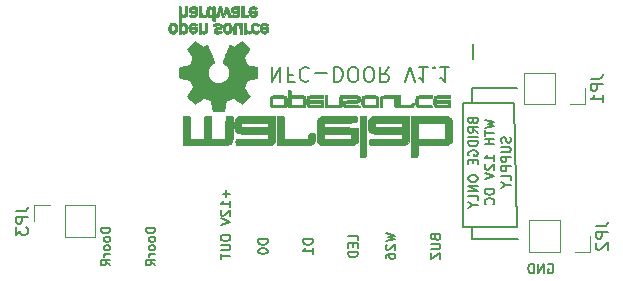
<source format=gbr>
%TF.GenerationSoftware,KiCad,Pcbnew,(5.1.2)-1*%
%TF.CreationDate,2019-05-07T13:27:01+02:00*%
%TF.ProjectId,nfc-door,6e66632d-646f-46f7-922e-6b696361645f,rev?*%
%TF.SameCoordinates,Original*%
%TF.FileFunction,Legend,Bot*%
%TF.FilePolarity,Positive*%
%FSLAX46Y46*%
G04 Gerber Fmt 4.6, Leading zero omitted, Abs format (unit mm)*
G04 Created by KiCad (PCBNEW (5.1.2)-1) date 2019-05-07 13:27:01*
%MOMM*%
%LPD*%
G04 APERTURE LIST*
%ADD10C,0.200000*%
%ADD11C,0.120000*%
%ADD12C,0.010000*%
%ADD13C,0.150000*%
G04 APERTURE END LIST*
D10*
X117782857Y-136029238D02*
X117820952Y-136143523D01*
X117859047Y-136181619D01*
X117935238Y-136219714D01*
X118049523Y-136219714D01*
X118125714Y-136181619D01*
X118163809Y-136143523D01*
X118201904Y-136067333D01*
X118201904Y-135762571D01*
X117401904Y-135762571D01*
X117401904Y-136029238D01*
X117440000Y-136105428D01*
X117478095Y-136143523D01*
X117554285Y-136181619D01*
X117630476Y-136181619D01*
X117706666Y-136143523D01*
X117744761Y-136105428D01*
X117782857Y-136029238D01*
X117782857Y-135762571D01*
X118201904Y-137019714D02*
X117820952Y-136753047D01*
X118201904Y-136562571D02*
X117401904Y-136562571D01*
X117401904Y-136867333D01*
X117440000Y-136943523D01*
X117478095Y-136981619D01*
X117554285Y-137019714D01*
X117668571Y-137019714D01*
X117744761Y-136981619D01*
X117782857Y-136943523D01*
X117820952Y-136867333D01*
X117820952Y-136562571D01*
X118201904Y-137362571D02*
X117401904Y-137362571D01*
X118201904Y-137743523D02*
X117401904Y-137743523D01*
X117401904Y-137934000D01*
X117440000Y-138048285D01*
X117516190Y-138124476D01*
X117592380Y-138162571D01*
X117744761Y-138200666D01*
X117859047Y-138200666D01*
X118011428Y-138162571D01*
X118087619Y-138124476D01*
X118163809Y-138048285D01*
X118201904Y-137934000D01*
X118201904Y-137743523D01*
X117440000Y-138962571D02*
X117401904Y-138886380D01*
X117401904Y-138772095D01*
X117440000Y-138657809D01*
X117516190Y-138581619D01*
X117592380Y-138543523D01*
X117744761Y-138505428D01*
X117859047Y-138505428D01*
X118011428Y-138543523D01*
X118087619Y-138581619D01*
X118163809Y-138657809D01*
X118201904Y-138772095D01*
X118201904Y-138848285D01*
X118163809Y-138962571D01*
X118125714Y-139000666D01*
X117859047Y-139000666D01*
X117859047Y-138848285D01*
X117782857Y-139343523D02*
X117782857Y-139610190D01*
X118201904Y-139724476D02*
X118201904Y-139343523D01*
X117401904Y-139343523D01*
X117401904Y-139724476D01*
X117401904Y-140829238D02*
X117401904Y-140981619D01*
X117440000Y-141057809D01*
X117516190Y-141134000D01*
X117668571Y-141172095D01*
X117935238Y-141172095D01*
X118087619Y-141134000D01*
X118163809Y-141057809D01*
X118201904Y-140981619D01*
X118201904Y-140829238D01*
X118163809Y-140753047D01*
X118087619Y-140676857D01*
X117935238Y-140638761D01*
X117668571Y-140638761D01*
X117516190Y-140676857D01*
X117440000Y-140753047D01*
X117401904Y-140829238D01*
X118201904Y-141514952D02*
X117401904Y-141514952D01*
X118201904Y-141972095D01*
X117401904Y-141972095D01*
X118201904Y-142734000D02*
X118201904Y-142353047D01*
X117401904Y-142353047D01*
X117820952Y-143153047D02*
X118201904Y-143153047D01*
X117401904Y-142886380D02*
X117820952Y-143153047D01*
X117401904Y-143419714D01*
X118801904Y-135953047D02*
X119601904Y-136143523D01*
X119030476Y-136295904D01*
X119601904Y-136448285D01*
X118801904Y-136638761D01*
X118801904Y-136829238D02*
X118801904Y-137286380D01*
X119601904Y-137057809D02*
X118801904Y-137057809D01*
X119601904Y-137553047D02*
X118801904Y-137553047D01*
X119182857Y-137553047D02*
X119182857Y-138010190D01*
X119601904Y-138010190D02*
X118801904Y-138010190D01*
X119601904Y-139419714D02*
X119601904Y-138962571D01*
X119601904Y-139191142D02*
X118801904Y-139191142D01*
X118916190Y-139114952D01*
X118992380Y-139038761D01*
X119030476Y-138962571D01*
X118878095Y-139724476D02*
X118840000Y-139762571D01*
X118801904Y-139838761D01*
X118801904Y-140029238D01*
X118840000Y-140105428D01*
X118878095Y-140143523D01*
X118954285Y-140181619D01*
X119030476Y-140181619D01*
X119144761Y-140143523D01*
X119601904Y-139686380D01*
X119601904Y-140181619D01*
X118801904Y-140410190D02*
X119601904Y-140676857D01*
X118801904Y-140943523D01*
X119601904Y-141819714D02*
X118801904Y-141819714D01*
X118801904Y-142010190D01*
X118840000Y-142124476D01*
X118916190Y-142200666D01*
X118992380Y-142238761D01*
X119144761Y-142276857D01*
X119259047Y-142276857D01*
X119411428Y-142238761D01*
X119487619Y-142200666D01*
X119563809Y-142124476D01*
X119601904Y-142010190D01*
X119601904Y-141819714D01*
X119525714Y-143076857D02*
X119563809Y-143038761D01*
X119601904Y-142924476D01*
X119601904Y-142848285D01*
X119563809Y-142734000D01*
X119487619Y-142657809D01*
X119411428Y-142619714D01*
X119259047Y-142581619D01*
X119144761Y-142581619D01*
X118992380Y-142619714D01*
X118916190Y-142657809D01*
X118840000Y-142734000D01*
X118801904Y-142848285D01*
X118801904Y-142924476D01*
X118840000Y-143038761D01*
X118878095Y-143076857D01*
X120963809Y-137419714D02*
X121001904Y-137534000D01*
X121001904Y-137724476D01*
X120963809Y-137800666D01*
X120925714Y-137838761D01*
X120849523Y-137876857D01*
X120773333Y-137876857D01*
X120697142Y-137838761D01*
X120659047Y-137800666D01*
X120620952Y-137724476D01*
X120582857Y-137572095D01*
X120544761Y-137495904D01*
X120506666Y-137457809D01*
X120430476Y-137419714D01*
X120354285Y-137419714D01*
X120278095Y-137457809D01*
X120240000Y-137495904D01*
X120201904Y-137572095D01*
X120201904Y-137762571D01*
X120240000Y-137876857D01*
X120201904Y-138219714D02*
X120849523Y-138219714D01*
X120925714Y-138257809D01*
X120963809Y-138295904D01*
X121001904Y-138372095D01*
X121001904Y-138524476D01*
X120963809Y-138600666D01*
X120925714Y-138638761D01*
X120849523Y-138676857D01*
X120201904Y-138676857D01*
X121001904Y-139057809D02*
X120201904Y-139057809D01*
X120201904Y-139362571D01*
X120240000Y-139438761D01*
X120278095Y-139476857D01*
X120354285Y-139514952D01*
X120468571Y-139514952D01*
X120544761Y-139476857D01*
X120582857Y-139438761D01*
X120620952Y-139362571D01*
X120620952Y-139057809D01*
X121001904Y-139857809D02*
X120201904Y-139857809D01*
X120201904Y-140162571D01*
X120240000Y-140238761D01*
X120278095Y-140276857D01*
X120354285Y-140314952D01*
X120468571Y-140314952D01*
X120544761Y-140276857D01*
X120582857Y-140238761D01*
X120620952Y-140162571D01*
X120620952Y-139857809D01*
X121001904Y-141038761D02*
X121001904Y-140657809D01*
X120201904Y-140657809D01*
X120620952Y-141457809D02*
X121001904Y-141457809D01*
X120201904Y-141191142D02*
X120620952Y-141457809D01*
X120201904Y-141724476D01*
X119730000Y-133259000D02*
X117825000Y-133259000D01*
X117825000Y-129509000D02*
X117825000Y-130779000D01*
X117825000Y-146019000D02*
X121635000Y-146019000D01*
X87071904Y-145073047D02*
X86271904Y-145073047D01*
X86271904Y-145263523D01*
X86310000Y-145377809D01*
X86386190Y-145454000D01*
X86462380Y-145492095D01*
X86614761Y-145530190D01*
X86729047Y-145530190D01*
X86881428Y-145492095D01*
X86957619Y-145454000D01*
X87033809Y-145377809D01*
X87071904Y-145263523D01*
X87071904Y-145073047D01*
X87071904Y-145987333D02*
X87033809Y-145911142D01*
X86995714Y-145873047D01*
X86919523Y-145834952D01*
X86690952Y-145834952D01*
X86614761Y-145873047D01*
X86576666Y-145911142D01*
X86538571Y-145987333D01*
X86538571Y-146101619D01*
X86576666Y-146177809D01*
X86614761Y-146215904D01*
X86690952Y-146254000D01*
X86919523Y-146254000D01*
X86995714Y-146215904D01*
X87033809Y-146177809D01*
X87071904Y-146101619D01*
X87071904Y-145987333D01*
X87071904Y-146711142D02*
X87033809Y-146634952D01*
X86995714Y-146596857D01*
X86919523Y-146558761D01*
X86690952Y-146558761D01*
X86614761Y-146596857D01*
X86576666Y-146634952D01*
X86538571Y-146711142D01*
X86538571Y-146825428D01*
X86576666Y-146901619D01*
X86614761Y-146939714D01*
X86690952Y-146977809D01*
X86919523Y-146977809D01*
X86995714Y-146939714D01*
X87033809Y-146901619D01*
X87071904Y-146825428D01*
X87071904Y-146711142D01*
X87071904Y-147320666D02*
X86538571Y-147320666D01*
X86690952Y-147320666D02*
X86614761Y-147358761D01*
X86576666Y-147396857D01*
X86538571Y-147473047D01*
X86538571Y-147549238D01*
X87071904Y-148273047D02*
X86690952Y-148006380D01*
X87071904Y-147815904D02*
X86271904Y-147815904D01*
X86271904Y-148120666D01*
X86310000Y-148196857D01*
X86348095Y-148234952D01*
X86424285Y-148273047D01*
X86538571Y-148273047D01*
X86614761Y-148234952D01*
X86652857Y-148196857D01*
X86690952Y-148120666D01*
X86690952Y-147815904D01*
X90881904Y-145073047D02*
X90081904Y-145073047D01*
X90081904Y-145263523D01*
X90120000Y-145377809D01*
X90196190Y-145454000D01*
X90272380Y-145492095D01*
X90424761Y-145530190D01*
X90539047Y-145530190D01*
X90691428Y-145492095D01*
X90767619Y-145454000D01*
X90843809Y-145377809D01*
X90881904Y-145263523D01*
X90881904Y-145073047D01*
X90881904Y-145987333D02*
X90843809Y-145911142D01*
X90805714Y-145873047D01*
X90729523Y-145834952D01*
X90500952Y-145834952D01*
X90424761Y-145873047D01*
X90386666Y-145911142D01*
X90348571Y-145987333D01*
X90348571Y-146101619D01*
X90386666Y-146177809D01*
X90424761Y-146215904D01*
X90500952Y-146254000D01*
X90729523Y-146254000D01*
X90805714Y-146215904D01*
X90843809Y-146177809D01*
X90881904Y-146101619D01*
X90881904Y-145987333D01*
X90881904Y-146711142D02*
X90843809Y-146634952D01*
X90805714Y-146596857D01*
X90729523Y-146558761D01*
X90500952Y-146558761D01*
X90424761Y-146596857D01*
X90386666Y-146634952D01*
X90348571Y-146711142D01*
X90348571Y-146825428D01*
X90386666Y-146901619D01*
X90424761Y-146939714D01*
X90500952Y-146977809D01*
X90729523Y-146977809D01*
X90805714Y-146939714D01*
X90843809Y-146901619D01*
X90881904Y-146825428D01*
X90881904Y-146711142D01*
X90881904Y-147320666D02*
X90348571Y-147320666D01*
X90500952Y-147320666D02*
X90424761Y-147358761D01*
X90386666Y-147396857D01*
X90348571Y-147473047D01*
X90348571Y-147549238D01*
X90881904Y-148273047D02*
X90500952Y-148006380D01*
X90881904Y-147815904D02*
X90081904Y-147815904D01*
X90081904Y-148120666D01*
X90120000Y-148196857D01*
X90158095Y-148234952D01*
X90234285Y-148273047D01*
X90348571Y-148273047D01*
X90424761Y-148234952D01*
X90462857Y-148196857D01*
X90500952Y-148120666D01*
X90500952Y-147815904D01*
X96927142Y-141891857D02*
X96927142Y-142501380D01*
X97231904Y-142196619D02*
X96622380Y-142196619D01*
X97231904Y-143301380D02*
X97231904Y-142844238D01*
X97231904Y-143072809D02*
X96431904Y-143072809D01*
X96546190Y-142996619D01*
X96622380Y-142920428D01*
X96660476Y-142844238D01*
X96508095Y-143606142D02*
X96470000Y-143644238D01*
X96431904Y-143720428D01*
X96431904Y-143910904D01*
X96470000Y-143987095D01*
X96508095Y-144025190D01*
X96584285Y-144063285D01*
X96660476Y-144063285D01*
X96774761Y-144025190D01*
X97231904Y-143568047D01*
X97231904Y-144063285D01*
X96431904Y-144291857D02*
X97231904Y-144558523D01*
X96431904Y-144825190D01*
X96431904Y-145853761D02*
X96431904Y-146006142D01*
X96470000Y-146082333D01*
X96546190Y-146158523D01*
X96698571Y-146196619D01*
X96965238Y-146196619D01*
X97117619Y-146158523D01*
X97193809Y-146082333D01*
X97231904Y-146006142D01*
X97231904Y-145853761D01*
X97193809Y-145777571D01*
X97117619Y-145701380D01*
X96965238Y-145663285D01*
X96698571Y-145663285D01*
X96546190Y-145701380D01*
X96470000Y-145777571D01*
X96431904Y-145853761D01*
X96431904Y-146539476D02*
X97079523Y-146539476D01*
X97155714Y-146577571D01*
X97193809Y-146615666D01*
X97231904Y-146691857D01*
X97231904Y-146844238D01*
X97193809Y-146920428D01*
X97155714Y-146958523D01*
X97079523Y-146996619D01*
X96431904Y-146996619D01*
X96431904Y-147263285D02*
X96431904Y-147720428D01*
X97231904Y-147491857D02*
X96431904Y-147491857D01*
X100406904Y-146063523D02*
X99606904Y-146063523D01*
X99606904Y-146254000D01*
X99645000Y-146368285D01*
X99721190Y-146444476D01*
X99797380Y-146482571D01*
X99949761Y-146520666D01*
X100064047Y-146520666D01*
X100216428Y-146482571D01*
X100292619Y-146444476D01*
X100368809Y-146368285D01*
X100406904Y-146254000D01*
X100406904Y-146063523D01*
X99606904Y-147015904D02*
X99606904Y-147092095D01*
X99645000Y-147168285D01*
X99683095Y-147206380D01*
X99759285Y-147244476D01*
X99911666Y-147282571D01*
X100102142Y-147282571D01*
X100254523Y-147244476D01*
X100330714Y-147206380D01*
X100368809Y-147168285D01*
X100406904Y-147092095D01*
X100406904Y-147015904D01*
X100368809Y-146939714D01*
X100330714Y-146901619D01*
X100254523Y-146863523D01*
X100102142Y-146825428D01*
X99911666Y-146825428D01*
X99759285Y-146863523D01*
X99683095Y-146901619D01*
X99645000Y-146939714D01*
X99606904Y-147015904D01*
X104216904Y-146063523D02*
X103416904Y-146063523D01*
X103416904Y-146254000D01*
X103455000Y-146368285D01*
X103531190Y-146444476D01*
X103607380Y-146482571D01*
X103759761Y-146520666D01*
X103874047Y-146520666D01*
X104026428Y-146482571D01*
X104102619Y-146444476D01*
X104178809Y-146368285D01*
X104216904Y-146254000D01*
X104216904Y-146063523D01*
X104216904Y-147282571D02*
X104216904Y-146825428D01*
X104216904Y-147054000D02*
X103416904Y-147054000D01*
X103531190Y-146977809D01*
X103607380Y-146901619D01*
X103645476Y-146825428D01*
X108026904Y-146139714D02*
X108026904Y-145758761D01*
X107226904Y-145758761D01*
X107607857Y-146406380D02*
X107607857Y-146673047D01*
X108026904Y-146787333D02*
X108026904Y-146406380D01*
X107226904Y-146406380D01*
X107226904Y-146787333D01*
X108026904Y-147130190D02*
X107226904Y-147130190D01*
X107226904Y-147320666D01*
X107265000Y-147434952D01*
X107341190Y-147511142D01*
X107417380Y-147549238D01*
X107569761Y-147587333D01*
X107684047Y-147587333D01*
X107836428Y-147549238D01*
X107912619Y-147511142D01*
X107988809Y-147434952D01*
X108026904Y-147320666D01*
X108026904Y-147130190D01*
X110401904Y-145549238D02*
X111201904Y-145739714D01*
X110630476Y-145892095D01*
X111201904Y-146044476D01*
X110401904Y-146234952D01*
X110478095Y-146501619D02*
X110440000Y-146539714D01*
X110401904Y-146615904D01*
X110401904Y-146806380D01*
X110440000Y-146882571D01*
X110478095Y-146920666D01*
X110554285Y-146958761D01*
X110630476Y-146958761D01*
X110744761Y-146920666D01*
X111201904Y-146463523D01*
X111201904Y-146958761D01*
X110401904Y-147644476D02*
X110401904Y-147492095D01*
X110440000Y-147415904D01*
X110478095Y-147377809D01*
X110592380Y-147301619D01*
X110744761Y-147263523D01*
X111049523Y-147263523D01*
X111125714Y-147301619D01*
X111163809Y-147339714D01*
X111201904Y-147415904D01*
X111201904Y-147568285D01*
X111163809Y-147644476D01*
X111125714Y-147682571D01*
X111049523Y-147720666D01*
X110859047Y-147720666D01*
X110782857Y-147682571D01*
X110744761Y-147644476D01*
X110706666Y-147568285D01*
X110706666Y-147415904D01*
X110744761Y-147339714D01*
X110782857Y-147301619D01*
X110859047Y-147263523D01*
X114592857Y-145911142D02*
X114630952Y-146025428D01*
X114669047Y-146063523D01*
X114745238Y-146101619D01*
X114859523Y-146101619D01*
X114935714Y-146063523D01*
X114973809Y-146025428D01*
X115011904Y-145949238D01*
X115011904Y-145644476D01*
X114211904Y-145644476D01*
X114211904Y-145911142D01*
X114250000Y-145987333D01*
X114288095Y-146025428D01*
X114364285Y-146063523D01*
X114440476Y-146063523D01*
X114516666Y-146025428D01*
X114554761Y-145987333D01*
X114592857Y-145911142D01*
X114592857Y-145644476D01*
X114211904Y-146444476D02*
X114859523Y-146444476D01*
X114935714Y-146482571D01*
X114973809Y-146520666D01*
X115011904Y-146596857D01*
X115011904Y-146749238D01*
X114973809Y-146825428D01*
X114935714Y-146863523D01*
X114859523Y-146901619D01*
X114211904Y-146901619D01*
X114211904Y-147206380D02*
X114211904Y-147739714D01*
X115011904Y-147206380D01*
X115011904Y-147739714D01*
X124149523Y-148159000D02*
X124225714Y-148120904D01*
X124340000Y-148120904D01*
X124454285Y-148159000D01*
X124530476Y-148235190D01*
X124568571Y-148311380D01*
X124606666Y-148463761D01*
X124606666Y-148578047D01*
X124568571Y-148730428D01*
X124530476Y-148806619D01*
X124454285Y-148882809D01*
X124340000Y-148920904D01*
X124263809Y-148920904D01*
X124149523Y-148882809D01*
X124111428Y-148844714D01*
X124111428Y-148578047D01*
X124263809Y-148578047D01*
X123768571Y-148920904D02*
X123768571Y-148120904D01*
X123311428Y-148920904D01*
X123311428Y-148120904D01*
X122930476Y-148920904D02*
X122930476Y-148120904D01*
X122740000Y-148120904D01*
X122625714Y-148159000D01*
X122549523Y-148235190D01*
X122511428Y-148311380D01*
X122473333Y-148463761D01*
X122473333Y-148578047D01*
X122511428Y-148730428D01*
X122549523Y-148806619D01*
X122625714Y-148882809D01*
X122740000Y-148920904D01*
X122930476Y-148920904D01*
X117740000Y-133284000D02*
X117740000Y-134534000D01*
X117740000Y-134534000D02*
X117240000Y-134534000D01*
X117240000Y-134534000D02*
X116990000Y-134534000D01*
X116990000Y-134534000D02*
X116990000Y-145034000D01*
X116990000Y-145034000D02*
X121490000Y-145034000D01*
X121490000Y-145034000D02*
X121240000Y-134534000D01*
X121240000Y-134534000D02*
X117740000Y-134534000D01*
X117740000Y-133284000D02*
X121490000Y-133284000D01*
X117740000Y-146034000D02*
X117740000Y-145034000D01*
X117740000Y-146034000D02*
X117740000Y-145034000D01*
X117740000Y-133284000D02*
X121490000Y-133284000D01*
X121240000Y-134534000D02*
X117740000Y-134534000D01*
X121490000Y-145034000D02*
X121240000Y-134534000D01*
X116990000Y-145034000D02*
X121490000Y-145034000D01*
X116990000Y-134534000D02*
X116990000Y-145034000D01*
X117240000Y-134534000D02*
X116990000Y-134534000D01*
X117740000Y-134534000D02*
X117240000Y-134534000D01*
X117740000Y-133284000D02*
X117740000Y-134534000D01*
X124149523Y-148159000D02*
X124225714Y-148120904D01*
X124340000Y-148120904D01*
X124454285Y-148159000D01*
X124530476Y-148235190D01*
X124568571Y-148311380D01*
X124606666Y-148463761D01*
X124606666Y-148578047D01*
X124568571Y-148730428D01*
X124530476Y-148806619D01*
X124454285Y-148882809D01*
X124340000Y-148920904D01*
X124263809Y-148920904D01*
X124149523Y-148882809D01*
X124111428Y-148844714D01*
X124111428Y-148578047D01*
X124263809Y-148578047D01*
X123768571Y-148920904D02*
X123768571Y-148120904D01*
X123311428Y-148920904D01*
X123311428Y-148120904D01*
X122930476Y-148920904D02*
X122930476Y-148120904D01*
X122740000Y-148120904D01*
X122625714Y-148159000D01*
X122549523Y-148235190D01*
X122511428Y-148311380D01*
X122473333Y-148463761D01*
X122473333Y-148578047D01*
X122511428Y-148730428D01*
X122549523Y-148806619D01*
X122625714Y-148882809D01*
X122740000Y-148920904D01*
X122930476Y-148920904D01*
X114592857Y-145911142D02*
X114630952Y-146025428D01*
X114669047Y-146063523D01*
X114745238Y-146101619D01*
X114859523Y-146101619D01*
X114935714Y-146063523D01*
X114973809Y-146025428D01*
X115011904Y-145949238D01*
X115011904Y-145644476D01*
X114211904Y-145644476D01*
X114211904Y-145911142D01*
X114250000Y-145987333D01*
X114288095Y-146025428D01*
X114364285Y-146063523D01*
X114440476Y-146063523D01*
X114516666Y-146025428D01*
X114554761Y-145987333D01*
X114592857Y-145911142D01*
X114592857Y-145644476D01*
X114211904Y-146444476D02*
X114859523Y-146444476D01*
X114935714Y-146482571D01*
X114973809Y-146520666D01*
X115011904Y-146596857D01*
X115011904Y-146749238D01*
X114973809Y-146825428D01*
X114935714Y-146863523D01*
X114859523Y-146901619D01*
X114211904Y-146901619D01*
X114211904Y-147206380D02*
X114211904Y-147739714D01*
X115011904Y-147206380D01*
X115011904Y-147739714D01*
X110401904Y-145549238D02*
X111201904Y-145739714D01*
X110630476Y-145892095D01*
X111201904Y-146044476D01*
X110401904Y-146234952D01*
X110478095Y-146501619D02*
X110440000Y-146539714D01*
X110401904Y-146615904D01*
X110401904Y-146806380D01*
X110440000Y-146882571D01*
X110478095Y-146920666D01*
X110554285Y-146958761D01*
X110630476Y-146958761D01*
X110744761Y-146920666D01*
X111201904Y-146463523D01*
X111201904Y-146958761D01*
X110401904Y-147644476D02*
X110401904Y-147492095D01*
X110440000Y-147415904D01*
X110478095Y-147377809D01*
X110592380Y-147301619D01*
X110744761Y-147263523D01*
X111049523Y-147263523D01*
X111125714Y-147301619D01*
X111163809Y-147339714D01*
X111201904Y-147415904D01*
X111201904Y-147568285D01*
X111163809Y-147644476D01*
X111125714Y-147682571D01*
X111049523Y-147720666D01*
X110859047Y-147720666D01*
X110782857Y-147682571D01*
X110744761Y-147644476D01*
X110706666Y-147568285D01*
X110706666Y-147415904D01*
X110744761Y-147339714D01*
X110782857Y-147301619D01*
X110859047Y-147263523D01*
X108026904Y-146139714D02*
X108026904Y-145758761D01*
X107226904Y-145758761D01*
X107607857Y-146406380D02*
X107607857Y-146673047D01*
X108026904Y-146787333D02*
X108026904Y-146406380D01*
X107226904Y-146406380D01*
X107226904Y-146787333D01*
X108026904Y-147130190D02*
X107226904Y-147130190D01*
X107226904Y-147320666D01*
X107265000Y-147434952D01*
X107341190Y-147511142D01*
X107417380Y-147549238D01*
X107569761Y-147587333D01*
X107684047Y-147587333D01*
X107836428Y-147549238D01*
X107912619Y-147511142D01*
X107988809Y-147434952D01*
X108026904Y-147320666D01*
X108026904Y-147130190D01*
X104216904Y-146063523D02*
X103416904Y-146063523D01*
X103416904Y-146254000D01*
X103455000Y-146368285D01*
X103531190Y-146444476D01*
X103607380Y-146482571D01*
X103759761Y-146520666D01*
X103874047Y-146520666D01*
X104026428Y-146482571D01*
X104102619Y-146444476D01*
X104178809Y-146368285D01*
X104216904Y-146254000D01*
X104216904Y-146063523D01*
X104216904Y-147282571D02*
X104216904Y-146825428D01*
X104216904Y-147054000D02*
X103416904Y-147054000D01*
X103531190Y-146977809D01*
X103607380Y-146901619D01*
X103645476Y-146825428D01*
X100406904Y-146063523D02*
X99606904Y-146063523D01*
X99606904Y-146254000D01*
X99645000Y-146368285D01*
X99721190Y-146444476D01*
X99797380Y-146482571D01*
X99949761Y-146520666D01*
X100064047Y-146520666D01*
X100216428Y-146482571D01*
X100292619Y-146444476D01*
X100368809Y-146368285D01*
X100406904Y-146254000D01*
X100406904Y-146063523D01*
X99606904Y-147015904D02*
X99606904Y-147092095D01*
X99645000Y-147168285D01*
X99683095Y-147206380D01*
X99759285Y-147244476D01*
X99911666Y-147282571D01*
X100102142Y-147282571D01*
X100254523Y-147244476D01*
X100330714Y-147206380D01*
X100368809Y-147168285D01*
X100406904Y-147092095D01*
X100406904Y-147015904D01*
X100368809Y-146939714D01*
X100330714Y-146901619D01*
X100254523Y-146863523D01*
X100102142Y-146825428D01*
X99911666Y-146825428D01*
X99759285Y-146863523D01*
X99683095Y-146901619D01*
X99645000Y-146939714D01*
X99606904Y-147015904D01*
X96927142Y-141891857D02*
X96927142Y-142501380D01*
X97231904Y-142196619D02*
X96622380Y-142196619D01*
X97231904Y-143301380D02*
X97231904Y-142844238D01*
X97231904Y-143072809D02*
X96431904Y-143072809D01*
X96546190Y-142996619D01*
X96622380Y-142920428D01*
X96660476Y-142844238D01*
X96508095Y-143606142D02*
X96470000Y-143644238D01*
X96431904Y-143720428D01*
X96431904Y-143910904D01*
X96470000Y-143987095D01*
X96508095Y-144025190D01*
X96584285Y-144063285D01*
X96660476Y-144063285D01*
X96774761Y-144025190D01*
X97231904Y-143568047D01*
X97231904Y-144063285D01*
X96431904Y-144291857D02*
X97231904Y-144558523D01*
X96431904Y-144825190D01*
X96431904Y-145853761D02*
X96431904Y-146006142D01*
X96470000Y-146082333D01*
X96546190Y-146158523D01*
X96698571Y-146196619D01*
X96965238Y-146196619D01*
X97117619Y-146158523D01*
X97193809Y-146082333D01*
X97231904Y-146006142D01*
X97231904Y-145853761D01*
X97193809Y-145777571D01*
X97117619Y-145701380D01*
X96965238Y-145663285D01*
X96698571Y-145663285D01*
X96546190Y-145701380D01*
X96470000Y-145777571D01*
X96431904Y-145853761D01*
X96431904Y-146539476D02*
X97079523Y-146539476D01*
X97155714Y-146577571D01*
X97193809Y-146615666D01*
X97231904Y-146691857D01*
X97231904Y-146844238D01*
X97193809Y-146920428D01*
X97155714Y-146958523D01*
X97079523Y-146996619D01*
X96431904Y-146996619D01*
X96431904Y-147263285D02*
X96431904Y-147720428D01*
X97231904Y-147491857D02*
X96431904Y-147491857D01*
X90881904Y-145073047D02*
X90081904Y-145073047D01*
X90081904Y-145263523D01*
X90120000Y-145377809D01*
X90196190Y-145454000D01*
X90272380Y-145492095D01*
X90424761Y-145530190D01*
X90539047Y-145530190D01*
X90691428Y-145492095D01*
X90767619Y-145454000D01*
X90843809Y-145377809D01*
X90881904Y-145263523D01*
X90881904Y-145073047D01*
X90881904Y-145987333D02*
X90843809Y-145911142D01*
X90805714Y-145873047D01*
X90729523Y-145834952D01*
X90500952Y-145834952D01*
X90424761Y-145873047D01*
X90386666Y-145911142D01*
X90348571Y-145987333D01*
X90348571Y-146101619D01*
X90386666Y-146177809D01*
X90424761Y-146215904D01*
X90500952Y-146254000D01*
X90729523Y-146254000D01*
X90805714Y-146215904D01*
X90843809Y-146177809D01*
X90881904Y-146101619D01*
X90881904Y-145987333D01*
X90881904Y-146711142D02*
X90843809Y-146634952D01*
X90805714Y-146596857D01*
X90729523Y-146558761D01*
X90500952Y-146558761D01*
X90424761Y-146596857D01*
X90386666Y-146634952D01*
X90348571Y-146711142D01*
X90348571Y-146825428D01*
X90386666Y-146901619D01*
X90424761Y-146939714D01*
X90500952Y-146977809D01*
X90729523Y-146977809D01*
X90805714Y-146939714D01*
X90843809Y-146901619D01*
X90881904Y-146825428D01*
X90881904Y-146711142D01*
X90881904Y-147320666D02*
X90348571Y-147320666D01*
X90500952Y-147320666D02*
X90424761Y-147358761D01*
X90386666Y-147396857D01*
X90348571Y-147473047D01*
X90348571Y-147549238D01*
X90881904Y-148273047D02*
X90500952Y-148006380D01*
X90881904Y-147815904D02*
X90081904Y-147815904D01*
X90081904Y-148120666D01*
X90120000Y-148196857D01*
X90158095Y-148234952D01*
X90234285Y-148273047D01*
X90348571Y-148273047D01*
X90424761Y-148234952D01*
X90462857Y-148196857D01*
X90500952Y-148120666D01*
X90500952Y-147815904D01*
X87071904Y-145073047D02*
X86271904Y-145073047D01*
X86271904Y-145263523D01*
X86310000Y-145377809D01*
X86386190Y-145454000D01*
X86462380Y-145492095D01*
X86614761Y-145530190D01*
X86729047Y-145530190D01*
X86881428Y-145492095D01*
X86957619Y-145454000D01*
X87033809Y-145377809D01*
X87071904Y-145263523D01*
X87071904Y-145073047D01*
X87071904Y-145987333D02*
X87033809Y-145911142D01*
X86995714Y-145873047D01*
X86919523Y-145834952D01*
X86690952Y-145834952D01*
X86614761Y-145873047D01*
X86576666Y-145911142D01*
X86538571Y-145987333D01*
X86538571Y-146101619D01*
X86576666Y-146177809D01*
X86614761Y-146215904D01*
X86690952Y-146254000D01*
X86919523Y-146254000D01*
X86995714Y-146215904D01*
X87033809Y-146177809D01*
X87071904Y-146101619D01*
X87071904Y-145987333D01*
X87071904Y-146711142D02*
X87033809Y-146634952D01*
X86995714Y-146596857D01*
X86919523Y-146558761D01*
X86690952Y-146558761D01*
X86614761Y-146596857D01*
X86576666Y-146634952D01*
X86538571Y-146711142D01*
X86538571Y-146825428D01*
X86576666Y-146901619D01*
X86614761Y-146939714D01*
X86690952Y-146977809D01*
X86919523Y-146977809D01*
X86995714Y-146939714D01*
X87033809Y-146901619D01*
X87071904Y-146825428D01*
X87071904Y-146711142D01*
X87071904Y-147320666D02*
X86538571Y-147320666D01*
X86690952Y-147320666D02*
X86614761Y-147358761D01*
X86576666Y-147396857D01*
X86538571Y-147473047D01*
X86538571Y-147549238D01*
X87071904Y-148273047D02*
X86690952Y-148006380D01*
X87071904Y-147815904D02*
X86271904Y-147815904D01*
X86271904Y-148120666D01*
X86310000Y-148196857D01*
X86348095Y-148234952D01*
X86424285Y-148273047D01*
X86538571Y-148273047D01*
X86614761Y-148234952D01*
X86652857Y-148196857D01*
X86690952Y-148120666D01*
X86690952Y-147815904D01*
X117825000Y-146019000D02*
X121635000Y-146019000D01*
X117825000Y-129509000D02*
X117825000Y-130779000D01*
X119730000Y-133259000D02*
X117825000Y-133259000D01*
X117782857Y-136029238D02*
X117820952Y-136143523D01*
X117859047Y-136181619D01*
X117935238Y-136219714D01*
X118049523Y-136219714D01*
X118125714Y-136181619D01*
X118163809Y-136143523D01*
X118201904Y-136067333D01*
X118201904Y-135762571D01*
X117401904Y-135762571D01*
X117401904Y-136029238D01*
X117440000Y-136105428D01*
X117478095Y-136143523D01*
X117554285Y-136181619D01*
X117630476Y-136181619D01*
X117706666Y-136143523D01*
X117744761Y-136105428D01*
X117782857Y-136029238D01*
X117782857Y-135762571D01*
X118201904Y-137019714D02*
X117820952Y-136753047D01*
X118201904Y-136562571D02*
X117401904Y-136562571D01*
X117401904Y-136867333D01*
X117440000Y-136943523D01*
X117478095Y-136981619D01*
X117554285Y-137019714D01*
X117668571Y-137019714D01*
X117744761Y-136981619D01*
X117782857Y-136943523D01*
X117820952Y-136867333D01*
X117820952Y-136562571D01*
X118201904Y-137362571D02*
X117401904Y-137362571D01*
X118201904Y-137743523D02*
X117401904Y-137743523D01*
X117401904Y-137934000D01*
X117440000Y-138048285D01*
X117516190Y-138124476D01*
X117592380Y-138162571D01*
X117744761Y-138200666D01*
X117859047Y-138200666D01*
X118011428Y-138162571D01*
X118087619Y-138124476D01*
X118163809Y-138048285D01*
X118201904Y-137934000D01*
X118201904Y-137743523D01*
X117440000Y-138962571D02*
X117401904Y-138886380D01*
X117401904Y-138772095D01*
X117440000Y-138657809D01*
X117516190Y-138581619D01*
X117592380Y-138543523D01*
X117744761Y-138505428D01*
X117859047Y-138505428D01*
X118011428Y-138543523D01*
X118087619Y-138581619D01*
X118163809Y-138657809D01*
X118201904Y-138772095D01*
X118201904Y-138848285D01*
X118163809Y-138962571D01*
X118125714Y-139000666D01*
X117859047Y-139000666D01*
X117859047Y-138848285D01*
X117782857Y-139343523D02*
X117782857Y-139610190D01*
X118201904Y-139724476D02*
X118201904Y-139343523D01*
X117401904Y-139343523D01*
X117401904Y-139724476D01*
X117401904Y-140829238D02*
X117401904Y-140981619D01*
X117440000Y-141057809D01*
X117516190Y-141134000D01*
X117668571Y-141172095D01*
X117935238Y-141172095D01*
X118087619Y-141134000D01*
X118163809Y-141057809D01*
X118201904Y-140981619D01*
X118201904Y-140829238D01*
X118163809Y-140753047D01*
X118087619Y-140676857D01*
X117935238Y-140638761D01*
X117668571Y-140638761D01*
X117516190Y-140676857D01*
X117440000Y-140753047D01*
X117401904Y-140829238D01*
X118201904Y-141514952D02*
X117401904Y-141514952D01*
X118201904Y-141972095D01*
X117401904Y-141972095D01*
X118201904Y-142734000D02*
X118201904Y-142353047D01*
X117401904Y-142353047D01*
X117820952Y-143153047D02*
X118201904Y-143153047D01*
X117401904Y-142886380D02*
X117820952Y-143153047D01*
X117401904Y-143419714D01*
X118801904Y-135953047D02*
X119601904Y-136143523D01*
X119030476Y-136295904D01*
X119601904Y-136448285D01*
X118801904Y-136638761D01*
X118801904Y-136829238D02*
X118801904Y-137286380D01*
X119601904Y-137057809D02*
X118801904Y-137057809D01*
X119601904Y-137553047D02*
X118801904Y-137553047D01*
X119182857Y-137553047D02*
X119182857Y-138010190D01*
X119601904Y-138010190D02*
X118801904Y-138010190D01*
X119601904Y-139419714D02*
X119601904Y-138962571D01*
X119601904Y-139191142D02*
X118801904Y-139191142D01*
X118916190Y-139114952D01*
X118992380Y-139038761D01*
X119030476Y-138962571D01*
X118878095Y-139724476D02*
X118840000Y-139762571D01*
X118801904Y-139838761D01*
X118801904Y-140029238D01*
X118840000Y-140105428D01*
X118878095Y-140143523D01*
X118954285Y-140181619D01*
X119030476Y-140181619D01*
X119144761Y-140143523D01*
X119601904Y-139686380D01*
X119601904Y-140181619D01*
X118801904Y-140410190D02*
X119601904Y-140676857D01*
X118801904Y-140943523D01*
X119601904Y-141819714D02*
X118801904Y-141819714D01*
X118801904Y-142010190D01*
X118840000Y-142124476D01*
X118916190Y-142200666D01*
X118992380Y-142238761D01*
X119144761Y-142276857D01*
X119259047Y-142276857D01*
X119411428Y-142238761D01*
X119487619Y-142200666D01*
X119563809Y-142124476D01*
X119601904Y-142010190D01*
X119601904Y-141819714D01*
X119525714Y-143076857D02*
X119563809Y-143038761D01*
X119601904Y-142924476D01*
X119601904Y-142848285D01*
X119563809Y-142734000D01*
X119487619Y-142657809D01*
X119411428Y-142619714D01*
X119259047Y-142581619D01*
X119144761Y-142581619D01*
X118992380Y-142619714D01*
X118916190Y-142657809D01*
X118840000Y-142734000D01*
X118801904Y-142848285D01*
X118801904Y-142924476D01*
X118840000Y-143038761D01*
X118878095Y-143076857D01*
X120963809Y-137419714D02*
X121001904Y-137534000D01*
X121001904Y-137724476D01*
X120963809Y-137800666D01*
X120925714Y-137838761D01*
X120849523Y-137876857D01*
X120773333Y-137876857D01*
X120697142Y-137838761D01*
X120659047Y-137800666D01*
X120620952Y-137724476D01*
X120582857Y-137572095D01*
X120544761Y-137495904D01*
X120506666Y-137457809D01*
X120430476Y-137419714D01*
X120354285Y-137419714D01*
X120278095Y-137457809D01*
X120240000Y-137495904D01*
X120201904Y-137572095D01*
X120201904Y-137762571D01*
X120240000Y-137876857D01*
X120201904Y-138219714D02*
X120849523Y-138219714D01*
X120925714Y-138257809D01*
X120963809Y-138295904D01*
X121001904Y-138372095D01*
X121001904Y-138524476D01*
X120963809Y-138600666D01*
X120925714Y-138638761D01*
X120849523Y-138676857D01*
X120201904Y-138676857D01*
X121001904Y-139057809D02*
X120201904Y-139057809D01*
X120201904Y-139362571D01*
X120240000Y-139438761D01*
X120278095Y-139476857D01*
X120354285Y-139514952D01*
X120468571Y-139514952D01*
X120544761Y-139476857D01*
X120582857Y-139438761D01*
X120620952Y-139362571D01*
X120620952Y-139057809D01*
X121001904Y-139857809D02*
X120201904Y-139857809D01*
X120201904Y-140162571D01*
X120240000Y-140238761D01*
X120278095Y-140276857D01*
X120354285Y-140314952D01*
X120468571Y-140314952D01*
X120544761Y-140276857D01*
X120582857Y-140238761D01*
X120620952Y-140162571D01*
X120620952Y-139857809D01*
X121001904Y-141038761D02*
X121001904Y-140657809D01*
X120201904Y-140657809D01*
X120620952Y-141457809D02*
X121001904Y-141457809D01*
X120201904Y-141191142D02*
X120620952Y-141457809D01*
X120201904Y-141724476D01*
X117782857Y-136029238D02*
X117820952Y-136143523D01*
X117859047Y-136181619D01*
X117935238Y-136219714D01*
X118049523Y-136219714D01*
X118125714Y-136181619D01*
X118163809Y-136143523D01*
X118201904Y-136067333D01*
X118201904Y-135762571D01*
X117401904Y-135762571D01*
X117401904Y-136029238D01*
X117440000Y-136105428D01*
X117478095Y-136143523D01*
X117554285Y-136181619D01*
X117630476Y-136181619D01*
X117706666Y-136143523D01*
X117744761Y-136105428D01*
X117782857Y-136029238D01*
X117782857Y-135762571D01*
X118201904Y-137019714D02*
X117820952Y-136753047D01*
X118201904Y-136562571D02*
X117401904Y-136562571D01*
X117401904Y-136867333D01*
X117440000Y-136943523D01*
X117478095Y-136981619D01*
X117554285Y-137019714D01*
X117668571Y-137019714D01*
X117744761Y-136981619D01*
X117782857Y-136943523D01*
X117820952Y-136867333D01*
X117820952Y-136562571D01*
X118201904Y-137362571D02*
X117401904Y-137362571D01*
X118201904Y-137743523D02*
X117401904Y-137743523D01*
X117401904Y-137934000D01*
X117440000Y-138048285D01*
X117516190Y-138124476D01*
X117592380Y-138162571D01*
X117744761Y-138200666D01*
X117859047Y-138200666D01*
X118011428Y-138162571D01*
X118087619Y-138124476D01*
X118163809Y-138048285D01*
X118201904Y-137934000D01*
X118201904Y-137743523D01*
X117440000Y-138962571D02*
X117401904Y-138886380D01*
X117401904Y-138772095D01*
X117440000Y-138657809D01*
X117516190Y-138581619D01*
X117592380Y-138543523D01*
X117744761Y-138505428D01*
X117859047Y-138505428D01*
X118011428Y-138543523D01*
X118087619Y-138581619D01*
X118163809Y-138657809D01*
X118201904Y-138772095D01*
X118201904Y-138848285D01*
X118163809Y-138962571D01*
X118125714Y-139000666D01*
X117859047Y-139000666D01*
X117859047Y-138848285D01*
X117782857Y-139343523D02*
X117782857Y-139610190D01*
X118201904Y-139724476D02*
X118201904Y-139343523D01*
X117401904Y-139343523D01*
X117401904Y-139724476D01*
X117401904Y-140829238D02*
X117401904Y-140981619D01*
X117440000Y-141057809D01*
X117516190Y-141134000D01*
X117668571Y-141172095D01*
X117935238Y-141172095D01*
X118087619Y-141134000D01*
X118163809Y-141057809D01*
X118201904Y-140981619D01*
X118201904Y-140829238D01*
X118163809Y-140753047D01*
X118087619Y-140676857D01*
X117935238Y-140638761D01*
X117668571Y-140638761D01*
X117516190Y-140676857D01*
X117440000Y-140753047D01*
X117401904Y-140829238D01*
X118201904Y-141514952D02*
X117401904Y-141514952D01*
X118201904Y-141972095D01*
X117401904Y-141972095D01*
X118201904Y-142734000D02*
X118201904Y-142353047D01*
X117401904Y-142353047D01*
X117820952Y-143153047D02*
X118201904Y-143153047D01*
X117401904Y-142886380D02*
X117820952Y-143153047D01*
X117401904Y-143419714D01*
X118801904Y-135953047D02*
X119601904Y-136143523D01*
X119030476Y-136295904D01*
X119601904Y-136448285D01*
X118801904Y-136638761D01*
X118801904Y-136829238D02*
X118801904Y-137286380D01*
X119601904Y-137057809D02*
X118801904Y-137057809D01*
X119601904Y-137553047D02*
X118801904Y-137553047D01*
X119182857Y-137553047D02*
X119182857Y-138010190D01*
X119601904Y-138010190D02*
X118801904Y-138010190D01*
X119601904Y-139419714D02*
X119601904Y-138962571D01*
X119601904Y-139191142D02*
X118801904Y-139191142D01*
X118916190Y-139114952D01*
X118992380Y-139038761D01*
X119030476Y-138962571D01*
X118878095Y-139724476D02*
X118840000Y-139762571D01*
X118801904Y-139838761D01*
X118801904Y-140029238D01*
X118840000Y-140105428D01*
X118878095Y-140143523D01*
X118954285Y-140181619D01*
X119030476Y-140181619D01*
X119144761Y-140143523D01*
X119601904Y-139686380D01*
X119601904Y-140181619D01*
X118801904Y-140410190D02*
X119601904Y-140676857D01*
X118801904Y-140943523D01*
X119601904Y-141819714D02*
X118801904Y-141819714D01*
X118801904Y-142010190D01*
X118840000Y-142124476D01*
X118916190Y-142200666D01*
X118992380Y-142238761D01*
X119144761Y-142276857D01*
X119259047Y-142276857D01*
X119411428Y-142238761D01*
X119487619Y-142200666D01*
X119563809Y-142124476D01*
X119601904Y-142010190D01*
X119601904Y-141819714D01*
X119525714Y-143076857D02*
X119563809Y-143038761D01*
X119601904Y-142924476D01*
X119601904Y-142848285D01*
X119563809Y-142734000D01*
X119487619Y-142657809D01*
X119411428Y-142619714D01*
X119259047Y-142581619D01*
X119144761Y-142581619D01*
X118992380Y-142619714D01*
X118916190Y-142657809D01*
X118840000Y-142734000D01*
X118801904Y-142848285D01*
X118801904Y-142924476D01*
X118840000Y-143038761D01*
X118878095Y-143076857D01*
X120963809Y-137419714D02*
X121001904Y-137534000D01*
X121001904Y-137724476D01*
X120963809Y-137800666D01*
X120925714Y-137838761D01*
X120849523Y-137876857D01*
X120773333Y-137876857D01*
X120697142Y-137838761D01*
X120659047Y-137800666D01*
X120620952Y-137724476D01*
X120582857Y-137572095D01*
X120544761Y-137495904D01*
X120506666Y-137457809D01*
X120430476Y-137419714D01*
X120354285Y-137419714D01*
X120278095Y-137457809D01*
X120240000Y-137495904D01*
X120201904Y-137572095D01*
X120201904Y-137762571D01*
X120240000Y-137876857D01*
X120201904Y-138219714D02*
X120849523Y-138219714D01*
X120925714Y-138257809D01*
X120963809Y-138295904D01*
X121001904Y-138372095D01*
X121001904Y-138524476D01*
X120963809Y-138600666D01*
X120925714Y-138638761D01*
X120849523Y-138676857D01*
X120201904Y-138676857D01*
X121001904Y-139057809D02*
X120201904Y-139057809D01*
X120201904Y-139362571D01*
X120240000Y-139438761D01*
X120278095Y-139476857D01*
X120354285Y-139514952D01*
X120468571Y-139514952D01*
X120544761Y-139476857D01*
X120582857Y-139438761D01*
X120620952Y-139362571D01*
X120620952Y-139057809D01*
X121001904Y-139857809D02*
X120201904Y-139857809D01*
X120201904Y-140162571D01*
X120240000Y-140238761D01*
X120278095Y-140276857D01*
X120354285Y-140314952D01*
X120468571Y-140314952D01*
X120544761Y-140276857D01*
X120582857Y-140238761D01*
X120620952Y-140162571D01*
X120620952Y-139857809D01*
X121001904Y-141038761D02*
X121001904Y-140657809D01*
X120201904Y-140657809D01*
X120620952Y-141457809D02*
X121001904Y-141457809D01*
X120201904Y-141191142D02*
X120620952Y-141457809D01*
X120201904Y-141724476D01*
X119730000Y-133259000D02*
X117825000Y-133259000D01*
X117825000Y-129509000D02*
X117825000Y-130779000D01*
X117825000Y-146019000D02*
X121635000Y-146019000D01*
X87071904Y-145073047D02*
X86271904Y-145073047D01*
X86271904Y-145263523D01*
X86310000Y-145377809D01*
X86386190Y-145454000D01*
X86462380Y-145492095D01*
X86614761Y-145530190D01*
X86729047Y-145530190D01*
X86881428Y-145492095D01*
X86957619Y-145454000D01*
X87033809Y-145377809D01*
X87071904Y-145263523D01*
X87071904Y-145073047D01*
X87071904Y-145987333D02*
X87033809Y-145911142D01*
X86995714Y-145873047D01*
X86919523Y-145834952D01*
X86690952Y-145834952D01*
X86614761Y-145873047D01*
X86576666Y-145911142D01*
X86538571Y-145987333D01*
X86538571Y-146101619D01*
X86576666Y-146177809D01*
X86614761Y-146215904D01*
X86690952Y-146254000D01*
X86919523Y-146254000D01*
X86995714Y-146215904D01*
X87033809Y-146177809D01*
X87071904Y-146101619D01*
X87071904Y-145987333D01*
X87071904Y-146711142D02*
X87033809Y-146634952D01*
X86995714Y-146596857D01*
X86919523Y-146558761D01*
X86690952Y-146558761D01*
X86614761Y-146596857D01*
X86576666Y-146634952D01*
X86538571Y-146711142D01*
X86538571Y-146825428D01*
X86576666Y-146901619D01*
X86614761Y-146939714D01*
X86690952Y-146977809D01*
X86919523Y-146977809D01*
X86995714Y-146939714D01*
X87033809Y-146901619D01*
X87071904Y-146825428D01*
X87071904Y-146711142D01*
X87071904Y-147320666D02*
X86538571Y-147320666D01*
X86690952Y-147320666D02*
X86614761Y-147358761D01*
X86576666Y-147396857D01*
X86538571Y-147473047D01*
X86538571Y-147549238D01*
X87071904Y-148273047D02*
X86690952Y-148006380D01*
X87071904Y-147815904D02*
X86271904Y-147815904D01*
X86271904Y-148120666D01*
X86310000Y-148196857D01*
X86348095Y-148234952D01*
X86424285Y-148273047D01*
X86538571Y-148273047D01*
X86614761Y-148234952D01*
X86652857Y-148196857D01*
X86690952Y-148120666D01*
X86690952Y-147815904D01*
X90881904Y-145073047D02*
X90081904Y-145073047D01*
X90081904Y-145263523D01*
X90120000Y-145377809D01*
X90196190Y-145454000D01*
X90272380Y-145492095D01*
X90424761Y-145530190D01*
X90539047Y-145530190D01*
X90691428Y-145492095D01*
X90767619Y-145454000D01*
X90843809Y-145377809D01*
X90881904Y-145263523D01*
X90881904Y-145073047D01*
X90881904Y-145987333D02*
X90843809Y-145911142D01*
X90805714Y-145873047D01*
X90729523Y-145834952D01*
X90500952Y-145834952D01*
X90424761Y-145873047D01*
X90386666Y-145911142D01*
X90348571Y-145987333D01*
X90348571Y-146101619D01*
X90386666Y-146177809D01*
X90424761Y-146215904D01*
X90500952Y-146254000D01*
X90729523Y-146254000D01*
X90805714Y-146215904D01*
X90843809Y-146177809D01*
X90881904Y-146101619D01*
X90881904Y-145987333D01*
X90881904Y-146711142D02*
X90843809Y-146634952D01*
X90805714Y-146596857D01*
X90729523Y-146558761D01*
X90500952Y-146558761D01*
X90424761Y-146596857D01*
X90386666Y-146634952D01*
X90348571Y-146711142D01*
X90348571Y-146825428D01*
X90386666Y-146901619D01*
X90424761Y-146939714D01*
X90500952Y-146977809D01*
X90729523Y-146977809D01*
X90805714Y-146939714D01*
X90843809Y-146901619D01*
X90881904Y-146825428D01*
X90881904Y-146711142D01*
X90881904Y-147320666D02*
X90348571Y-147320666D01*
X90500952Y-147320666D02*
X90424761Y-147358761D01*
X90386666Y-147396857D01*
X90348571Y-147473047D01*
X90348571Y-147549238D01*
X90881904Y-148273047D02*
X90500952Y-148006380D01*
X90881904Y-147815904D02*
X90081904Y-147815904D01*
X90081904Y-148120666D01*
X90120000Y-148196857D01*
X90158095Y-148234952D01*
X90234285Y-148273047D01*
X90348571Y-148273047D01*
X90424761Y-148234952D01*
X90462857Y-148196857D01*
X90500952Y-148120666D01*
X90500952Y-147815904D01*
X96927142Y-141891857D02*
X96927142Y-142501380D01*
X97231904Y-142196619D02*
X96622380Y-142196619D01*
X97231904Y-143301380D02*
X97231904Y-142844238D01*
X97231904Y-143072809D02*
X96431904Y-143072809D01*
X96546190Y-142996619D01*
X96622380Y-142920428D01*
X96660476Y-142844238D01*
X96508095Y-143606142D02*
X96470000Y-143644238D01*
X96431904Y-143720428D01*
X96431904Y-143910904D01*
X96470000Y-143987095D01*
X96508095Y-144025190D01*
X96584285Y-144063285D01*
X96660476Y-144063285D01*
X96774761Y-144025190D01*
X97231904Y-143568047D01*
X97231904Y-144063285D01*
X96431904Y-144291857D02*
X97231904Y-144558523D01*
X96431904Y-144825190D01*
X96431904Y-145853761D02*
X96431904Y-146006142D01*
X96470000Y-146082333D01*
X96546190Y-146158523D01*
X96698571Y-146196619D01*
X96965238Y-146196619D01*
X97117619Y-146158523D01*
X97193809Y-146082333D01*
X97231904Y-146006142D01*
X97231904Y-145853761D01*
X97193809Y-145777571D01*
X97117619Y-145701380D01*
X96965238Y-145663285D01*
X96698571Y-145663285D01*
X96546190Y-145701380D01*
X96470000Y-145777571D01*
X96431904Y-145853761D01*
X96431904Y-146539476D02*
X97079523Y-146539476D01*
X97155714Y-146577571D01*
X97193809Y-146615666D01*
X97231904Y-146691857D01*
X97231904Y-146844238D01*
X97193809Y-146920428D01*
X97155714Y-146958523D01*
X97079523Y-146996619D01*
X96431904Y-146996619D01*
X96431904Y-147263285D02*
X96431904Y-147720428D01*
X97231904Y-147491857D02*
X96431904Y-147491857D01*
X100406904Y-146063523D02*
X99606904Y-146063523D01*
X99606904Y-146254000D01*
X99645000Y-146368285D01*
X99721190Y-146444476D01*
X99797380Y-146482571D01*
X99949761Y-146520666D01*
X100064047Y-146520666D01*
X100216428Y-146482571D01*
X100292619Y-146444476D01*
X100368809Y-146368285D01*
X100406904Y-146254000D01*
X100406904Y-146063523D01*
X99606904Y-147015904D02*
X99606904Y-147092095D01*
X99645000Y-147168285D01*
X99683095Y-147206380D01*
X99759285Y-147244476D01*
X99911666Y-147282571D01*
X100102142Y-147282571D01*
X100254523Y-147244476D01*
X100330714Y-147206380D01*
X100368809Y-147168285D01*
X100406904Y-147092095D01*
X100406904Y-147015904D01*
X100368809Y-146939714D01*
X100330714Y-146901619D01*
X100254523Y-146863523D01*
X100102142Y-146825428D01*
X99911666Y-146825428D01*
X99759285Y-146863523D01*
X99683095Y-146901619D01*
X99645000Y-146939714D01*
X99606904Y-147015904D01*
X104216904Y-146063523D02*
X103416904Y-146063523D01*
X103416904Y-146254000D01*
X103455000Y-146368285D01*
X103531190Y-146444476D01*
X103607380Y-146482571D01*
X103759761Y-146520666D01*
X103874047Y-146520666D01*
X104026428Y-146482571D01*
X104102619Y-146444476D01*
X104178809Y-146368285D01*
X104216904Y-146254000D01*
X104216904Y-146063523D01*
X104216904Y-147282571D02*
X104216904Y-146825428D01*
X104216904Y-147054000D02*
X103416904Y-147054000D01*
X103531190Y-146977809D01*
X103607380Y-146901619D01*
X103645476Y-146825428D01*
X108026904Y-146139714D02*
X108026904Y-145758761D01*
X107226904Y-145758761D01*
X107607857Y-146406380D02*
X107607857Y-146673047D01*
X108026904Y-146787333D02*
X108026904Y-146406380D01*
X107226904Y-146406380D01*
X107226904Y-146787333D01*
X108026904Y-147130190D02*
X107226904Y-147130190D01*
X107226904Y-147320666D01*
X107265000Y-147434952D01*
X107341190Y-147511142D01*
X107417380Y-147549238D01*
X107569761Y-147587333D01*
X107684047Y-147587333D01*
X107836428Y-147549238D01*
X107912619Y-147511142D01*
X107988809Y-147434952D01*
X108026904Y-147320666D01*
X108026904Y-147130190D01*
X110401904Y-145549238D02*
X111201904Y-145739714D01*
X110630476Y-145892095D01*
X111201904Y-146044476D01*
X110401904Y-146234952D01*
X110478095Y-146501619D02*
X110440000Y-146539714D01*
X110401904Y-146615904D01*
X110401904Y-146806380D01*
X110440000Y-146882571D01*
X110478095Y-146920666D01*
X110554285Y-146958761D01*
X110630476Y-146958761D01*
X110744761Y-146920666D01*
X111201904Y-146463523D01*
X111201904Y-146958761D01*
X110401904Y-147644476D02*
X110401904Y-147492095D01*
X110440000Y-147415904D01*
X110478095Y-147377809D01*
X110592380Y-147301619D01*
X110744761Y-147263523D01*
X111049523Y-147263523D01*
X111125714Y-147301619D01*
X111163809Y-147339714D01*
X111201904Y-147415904D01*
X111201904Y-147568285D01*
X111163809Y-147644476D01*
X111125714Y-147682571D01*
X111049523Y-147720666D01*
X110859047Y-147720666D01*
X110782857Y-147682571D01*
X110744761Y-147644476D01*
X110706666Y-147568285D01*
X110706666Y-147415904D01*
X110744761Y-147339714D01*
X110782857Y-147301619D01*
X110859047Y-147263523D01*
X114592857Y-145911142D02*
X114630952Y-146025428D01*
X114669047Y-146063523D01*
X114745238Y-146101619D01*
X114859523Y-146101619D01*
X114935714Y-146063523D01*
X114973809Y-146025428D01*
X115011904Y-145949238D01*
X115011904Y-145644476D01*
X114211904Y-145644476D01*
X114211904Y-145911142D01*
X114250000Y-145987333D01*
X114288095Y-146025428D01*
X114364285Y-146063523D01*
X114440476Y-146063523D01*
X114516666Y-146025428D01*
X114554761Y-145987333D01*
X114592857Y-145911142D01*
X114592857Y-145644476D01*
X114211904Y-146444476D02*
X114859523Y-146444476D01*
X114935714Y-146482571D01*
X114973809Y-146520666D01*
X115011904Y-146596857D01*
X115011904Y-146749238D01*
X114973809Y-146825428D01*
X114935714Y-146863523D01*
X114859523Y-146901619D01*
X114211904Y-146901619D01*
X114211904Y-147206380D02*
X114211904Y-147739714D01*
X115011904Y-147206380D01*
X115011904Y-147739714D01*
X124149523Y-148159000D02*
X124225714Y-148120904D01*
X124340000Y-148120904D01*
X124454285Y-148159000D01*
X124530476Y-148235190D01*
X124568571Y-148311380D01*
X124606666Y-148463761D01*
X124606666Y-148578047D01*
X124568571Y-148730428D01*
X124530476Y-148806619D01*
X124454285Y-148882809D01*
X124340000Y-148920904D01*
X124263809Y-148920904D01*
X124149523Y-148882809D01*
X124111428Y-148844714D01*
X124111428Y-148578047D01*
X124263809Y-148578047D01*
X123768571Y-148920904D02*
X123768571Y-148120904D01*
X123311428Y-148920904D01*
X123311428Y-148120904D01*
X122930476Y-148920904D02*
X122930476Y-148120904D01*
X122740000Y-148120904D01*
X122625714Y-148159000D01*
X122549523Y-148235190D01*
X122511428Y-148311380D01*
X122473333Y-148463761D01*
X122473333Y-148578047D01*
X122511428Y-148730428D01*
X122549523Y-148806619D01*
X122625714Y-148882809D01*
X122740000Y-148920904D01*
X122930476Y-148920904D01*
X117740000Y-133284000D02*
X117740000Y-134534000D01*
X117740000Y-134534000D02*
X117240000Y-134534000D01*
X117240000Y-134534000D02*
X116990000Y-134534000D01*
X116990000Y-134534000D02*
X116990000Y-145034000D01*
X116990000Y-145034000D02*
X121490000Y-145034000D01*
X121490000Y-145034000D02*
X121240000Y-134534000D01*
X121240000Y-134534000D02*
X117740000Y-134534000D01*
X117740000Y-133284000D02*
X121490000Y-133284000D01*
X117740000Y-146034000D02*
X117740000Y-145034000D01*
X117740000Y-146034000D02*
X117740000Y-145034000D01*
X117740000Y-133284000D02*
X121490000Y-133284000D01*
X121240000Y-134534000D02*
X117740000Y-134534000D01*
X121490000Y-145034000D02*
X121240000Y-134534000D01*
X116990000Y-145034000D02*
X121490000Y-145034000D01*
X116990000Y-134534000D02*
X116990000Y-145034000D01*
X117240000Y-134534000D02*
X116990000Y-134534000D01*
X117740000Y-134534000D02*
X117240000Y-134534000D01*
X117740000Y-133284000D02*
X117740000Y-134534000D01*
X124149523Y-148159000D02*
X124225714Y-148120904D01*
X124340000Y-148120904D01*
X124454285Y-148159000D01*
X124530476Y-148235190D01*
X124568571Y-148311380D01*
X124606666Y-148463761D01*
X124606666Y-148578047D01*
X124568571Y-148730428D01*
X124530476Y-148806619D01*
X124454285Y-148882809D01*
X124340000Y-148920904D01*
X124263809Y-148920904D01*
X124149523Y-148882809D01*
X124111428Y-148844714D01*
X124111428Y-148578047D01*
X124263809Y-148578047D01*
X123768571Y-148920904D02*
X123768571Y-148120904D01*
X123311428Y-148920904D01*
X123311428Y-148120904D01*
X122930476Y-148920904D02*
X122930476Y-148120904D01*
X122740000Y-148120904D01*
X122625714Y-148159000D01*
X122549523Y-148235190D01*
X122511428Y-148311380D01*
X122473333Y-148463761D01*
X122473333Y-148578047D01*
X122511428Y-148730428D01*
X122549523Y-148806619D01*
X122625714Y-148882809D01*
X122740000Y-148920904D01*
X122930476Y-148920904D01*
X114592857Y-145911142D02*
X114630952Y-146025428D01*
X114669047Y-146063523D01*
X114745238Y-146101619D01*
X114859523Y-146101619D01*
X114935714Y-146063523D01*
X114973809Y-146025428D01*
X115011904Y-145949238D01*
X115011904Y-145644476D01*
X114211904Y-145644476D01*
X114211904Y-145911142D01*
X114250000Y-145987333D01*
X114288095Y-146025428D01*
X114364285Y-146063523D01*
X114440476Y-146063523D01*
X114516666Y-146025428D01*
X114554761Y-145987333D01*
X114592857Y-145911142D01*
X114592857Y-145644476D01*
X114211904Y-146444476D02*
X114859523Y-146444476D01*
X114935714Y-146482571D01*
X114973809Y-146520666D01*
X115011904Y-146596857D01*
X115011904Y-146749238D01*
X114973809Y-146825428D01*
X114935714Y-146863523D01*
X114859523Y-146901619D01*
X114211904Y-146901619D01*
X114211904Y-147206380D02*
X114211904Y-147739714D01*
X115011904Y-147206380D01*
X115011904Y-147739714D01*
X110401904Y-145549238D02*
X111201904Y-145739714D01*
X110630476Y-145892095D01*
X111201904Y-146044476D01*
X110401904Y-146234952D01*
X110478095Y-146501619D02*
X110440000Y-146539714D01*
X110401904Y-146615904D01*
X110401904Y-146806380D01*
X110440000Y-146882571D01*
X110478095Y-146920666D01*
X110554285Y-146958761D01*
X110630476Y-146958761D01*
X110744761Y-146920666D01*
X111201904Y-146463523D01*
X111201904Y-146958761D01*
X110401904Y-147644476D02*
X110401904Y-147492095D01*
X110440000Y-147415904D01*
X110478095Y-147377809D01*
X110592380Y-147301619D01*
X110744761Y-147263523D01*
X111049523Y-147263523D01*
X111125714Y-147301619D01*
X111163809Y-147339714D01*
X111201904Y-147415904D01*
X111201904Y-147568285D01*
X111163809Y-147644476D01*
X111125714Y-147682571D01*
X111049523Y-147720666D01*
X110859047Y-147720666D01*
X110782857Y-147682571D01*
X110744761Y-147644476D01*
X110706666Y-147568285D01*
X110706666Y-147415904D01*
X110744761Y-147339714D01*
X110782857Y-147301619D01*
X110859047Y-147263523D01*
X108026904Y-146139714D02*
X108026904Y-145758761D01*
X107226904Y-145758761D01*
X107607857Y-146406380D02*
X107607857Y-146673047D01*
X108026904Y-146787333D02*
X108026904Y-146406380D01*
X107226904Y-146406380D01*
X107226904Y-146787333D01*
X108026904Y-147130190D02*
X107226904Y-147130190D01*
X107226904Y-147320666D01*
X107265000Y-147434952D01*
X107341190Y-147511142D01*
X107417380Y-147549238D01*
X107569761Y-147587333D01*
X107684047Y-147587333D01*
X107836428Y-147549238D01*
X107912619Y-147511142D01*
X107988809Y-147434952D01*
X108026904Y-147320666D01*
X108026904Y-147130190D01*
X104216904Y-146063523D02*
X103416904Y-146063523D01*
X103416904Y-146254000D01*
X103455000Y-146368285D01*
X103531190Y-146444476D01*
X103607380Y-146482571D01*
X103759761Y-146520666D01*
X103874047Y-146520666D01*
X104026428Y-146482571D01*
X104102619Y-146444476D01*
X104178809Y-146368285D01*
X104216904Y-146254000D01*
X104216904Y-146063523D01*
X104216904Y-147282571D02*
X104216904Y-146825428D01*
X104216904Y-147054000D02*
X103416904Y-147054000D01*
X103531190Y-146977809D01*
X103607380Y-146901619D01*
X103645476Y-146825428D01*
X100406904Y-146063523D02*
X99606904Y-146063523D01*
X99606904Y-146254000D01*
X99645000Y-146368285D01*
X99721190Y-146444476D01*
X99797380Y-146482571D01*
X99949761Y-146520666D01*
X100064047Y-146520666D01*
X100216428Y-146482571D01*
X100292619Y-146444476D01*
X100368809Y-146368285D01*
X100406904Y-146254000D01*
X100406904Y-146063523D01*
X99606904Y-147015904D02*
X99606904Y-147092095D01*
X99645000Y-147168285D01*
X99683095Y-147206380D01*
X99759285Y-147244476D01*
X99911666Y-147282571D01*
X100102142Y-147282571D01*
X100254523Y-147244476D01*
X100330714Y-147206380D01*
X100368809Y-147168285D01*
X100406904Y-147092095D01*
X100406904Y-147015904D01*
X100368809Y-146939714D01*
X100330714Y-146901619D01*
X100254523Y-146863523D01*
X100102142Y-146825428D01*
X99911666Y-146825428D01*
X99759285Y-146863523D01*
X99683095Y-146901619D01*
X99645000Y-146939714D01*
X99606904Y-147015904D01*
X96927142Y-141891857D02*
X96927142Y-142501380D01*
X97231904Y-142196619D02*
X96622380Y-142196619D01*
X97231904Y-143301380D02*
X97231904Y-142844238D01*
X97231904Y-143072809D02*
X96431904Y-143072809D01*
X96546190Y-142996619D01*
X96622380Y-142920428D01*
X96660476Y-142844238D01*
X96508095Y-143606142D02*
X96470000Y-143644238D01*
X96431904Y-143720428D01*
X96431904Y-143910904D01*
X96470000Y-143987095D01*
X96508095Y-144025190D01*
X96584285Y-144063285D01*
X96660476Y-144063285D01*
X96774761Y-144025190D01*
X97231904Y-143568047D01*
X97231904Y-144063285D01*
X96431904Y-144291857D02*
X97231904Y-144558523D01*
X96431904Y-144825190D01*
X96431904Y-145853761D02*
X96431904Y-146006142D01*
X96470000Y-146082333D01*
X96546190Y-146158523D01*
X96698571Y-146196619D01*
X96965238Y-146196619D01*
X97117619Y-146158523D01*
X97193809Y-146082333D01*
X97231904Y-146006142D01*
X97231904Y-145853761D01*
X97193809Y-145777571D01*
X97117619Y-145701380D01*
X96965238Y-145663285D01*
X96698571Y-145663285D01*
X96546190Y-145701380D01*
X96470000Y-145777571D01*
X96431904Y-145853761D01*
X96431904Y-146539476D02*
X97079523Y-146539476D01*
X97155714Y-146577571D01*
X97193809Y-146615666D01*
X97231904Y-146691857D01*
X97231904Y-146844238D01*
X97193809Y-146920428D01*
X97155714Y-146958523D01*
X97079523Y-146996619D01*
X96431904Y-146996619D01*
X96431904Y-147263285D02*
X96431904Y-147720428D01*
X97231904Y-147491857D02*
X96431904Y-147491857D01*
X90881904Y-145073047D02*
X90081904Y-145073047D01*
X90081904Y-145263523D01*
X90120000Y-145377809D01*
X90196190Y-145454000D01*
X90272380Y-145492095D01*
X90424761Y-145530190D01*
X90539047Y-145530190D01*
X90691428Y-145492095D01*
X90767619Y-145454000D01*
X90843809Y-145377809D01*
X90881904Y-145263523D01*
X90881904Y-145073047D01*
X90881904Y-145987333D02*
X90843809Y-145911142D01*
X90805714Y-145873047D01*
X90729523Y-145834952D01*
X90500952Y-145834952D01*
X90424761Y-145873047D01*
X90386666Y-145911142D01*
X90348571Y-145987333D01*
X90348571Y-146101619D01*
X90386666Y-146177809D01*
X90424761Y-146215904D01*
X90500952Y-146254000D01*
X90729523Y-146254000D01*
X90805714Y-146215904D01*
X90843809Y-146177809D01*
X90881904Y-146101619D01*
X90881904Y-145987333D01*
X90881904Y-146711142D02*
X90843809Y-146634952D01*
X90805714Y-146596857D01*
X90729523Y-146558761D01*
X90500952Y-146558761D01*
X90424761Y-146596857D01*
X90386666Y-146634952D01*
X90348571Y-146711142D01*
X90348571Y-146825428D01*
X90386666Y-146901619D01*
X90424761Y-146939714D01*
X90500952Y-146977809D01*
X90729523Y-146977809D01*
X90805714Y-146939714D01*
X90843809Y-146901619D01*
X90881904Y-146825428D01*
X90881904Y-146711142D01*
X90881904Y-147320666D02*
X90348571Y-147320666D01*
X90500952Y-147320666D02*
X90424761Y-147358761D01*
X90386666Y-147396857D01*
X90348571Y-147473047D01*
X90348571Y-147549238D01*
X90881904Y-148273047D02*
X90500952Y-148006380D01*
X90881904Y-147815904D02*
X90081904Y-147815904D01*
X90081904Y-148120666D01*
X90120000Y-148196857D01*
X90158095Y-148234952D01*
X90234285Y-148273047D01*
X90348571Y-148273047D01*
X90424761Y-148234952D01*
X90462857Y-148196857D01*
X90500952Y-148120666D01*
X90500952Y-147815904D01*
X87071904Y-145073047D02*
X86271904Y-145073047D01*
X86271904Y-145263523D01*
X86310000Y-145377809D01*
X86386190Y-145454000D01*
X86462380Y-145492095D01*
X86614761Y-145530190D01*
X86729047Y-145530190D01*
X86881428Y-145492095D01*
X86957619Y-145454000D01*
X87033809Y-145377809D01*
X87071904Y-145263523D01*
X87071904Y-145073047D01*
X87071904Y-145987333D02*
X87033809Y-145911142D01*
X86995714Y-145873047D01*
X86919523Y-145834952D01*
X86690952Y-145834952D01*
X86614761Y-145873047D01*
X86576666Y-145911142D01*
X86538571Y-145987333D01*
X86538571Y-146101619D01*
X86576666Y-146177809D01*
X86614761Y-146215904D01*
X86690952Y-146254000D01*
X86919523Y-146254000D01*
X86995714Y-146215904D01*
X87033809Y-146177809D01*
X87071904Y-146101619D01*
X87071904Y-145987333D01*
X87071904Y-146711142D02*
X87033809Y-146634952D01*
X86995714Y-146596857D01*
X86919523Y-146558761D01*
X86690952Y-146558761D01*
X86614761Y-146596857D01*
X86576666Y-146634952D01*
X86538571Y-146711142D01*
X86538571Y-146825428D01*
X86576666Y-146901619D01*
X86614761Y-146939714D01*
X86690952Y-146977809D01*
X86919523Y-146977809D01*
X86995714Y-146939714D01*
X87033809Y-146901619D01*
X87071904Y-146825428D01*
X87071904Y-146711142D01*
X87071904Y-147320666D02*
X86538571Y-147320666D01*
X86690952Y-147320666D02*
X86614761Y-147358761D01*
X86576666Y-147396857D01*
X86538571Y-147473047D01*
X86538571Y-147549238D01*
X87071904Y-148273047D02*
X86690952Y-148006380D01*
X87071904Y-147815904D02*
X86271904Y-147815904D01*
X86271904Y-148120666D01*
X86310000Y-148196857D01*
X86348095Y-148234952D01*
X86424285Y-148273047D01*
X86538571Y-148273047D01*
X86614761Y-148234952D01*
X86652857Y-148196857D01*
X86690952Y-148120666D01*
X86690952Y-147815904D01*
X117825000Y-146019000D02*
X121635000Y-146019000D01*
X117825000Y-129509000D02*
X117825000Y-130779000D01*
X119730000Y-133259000D02*
X117825000Y-133259000D01*
X117782857Y-136029238D02*
X117820952Y-136143523D01*
X117859047Y-136181619D01*
X117935238Y-136219714D01*
X118049523Y-136219714D01*
X118125714Y-136181619D01*
X118163809Y-136143523D01*
X118201904Y-136067333D01*
X118201904Y-135762571D01*
X117401904Y-135762571D01*
X117401904Y-136029238D01*
X117440000Y-136105428D01*
X117478095Y-136143523D01*
X117554285Y-136181619D01*
X117630476Y-136181619D01*
X117706666Y-136143523D01*
X117744761Y-136105428D01*
X117782857Y-136029238D01*
X117782857Y-135762571D01*
X118201904Y-137019714D02*
X117820952Y-136753047D01*
X118201904Y-136562571D02*
X117401904Y-136562571D01*
X117401904Y-136867333D01*
X117440000Y-136943523D01*
X117478095Y-136981619D01*
X117554285Y-137019714D01*
X117668571Y-137019714D01*
X117744761Y-136981619D01*
X117782857Y-136943523D01*
X117820952Y-136867333D01*
X117820952Y-136562571D01*
X118201904Y-137362571D02*
X117401904Y-137362571D01*
X118201904Y-137743523D02*
X117401904Y-137743523D01*
X117401904Y-137934000D01*
X117440000Y-138048285D01*
X117516190Y-138124476D01*
X117592380Y-138162571D01*
X117744761Y-138200666D01*
X117859047Y-138200666D01*
X118011428Y-138162571D01*
X118087619Y-138124476D01*
X118163809Y-138048285D01*
X118201904Y-137934000D01*
X118201904Y-137743523D01*
X117440000Y-138962571D02*
X117401904Y-138886380D01*
X117401904Y-138772095D01*
X117440000Y-138657809D01*
X117516190Y-138581619D01*
X117592380Y-138543523D01*
X117744761Y-138505428D01*
X117859047Y-138505428D01*
X118011428Y-138543523D01*
X118087619Y-138581619D01*
X118163809Y-138657809D01*
X118201904Y-138772095D01*
X118201904Y-138848285D01*
X118163809Y-138962571D01*
X118125714Y-139000666D01*
X117859047Y-139000666D01*
X117859047Y-138848285D01*
X117782857Y-139343523D02*
X117782857Y-139610190D01*
X118201904Y-139724476D02*
X118201904Y-139343523D01*
X117401904Y-139343523D01*
X117401904Y-139724476D01*
X117401904Y-140829238D02*
X117401904Y-140981619D01*
X117440000Y-141057809D01*
X117516190Y-141134000D01*
X117668571Y-141172095D01*
X117935238Y-141172095D01*
X118087619Y-141134000D01*
X118163809Y-141057809D01*
X118201904Y-140981619D01*
X118201904Y-140829238D01*
X118163809Y-140753047D01*
X118087619Y-140676857D01*
X117935238Y-140638761D01*
X117668571Y-140638761D01*
X117516190Y-140676857D01*
X117440000Y-140753047D01*
X117401904Y-140829238D01*
X118201904Y-141514952D02*
X117401904Y-141514952D01*
X118201904Y-141972095D01*
X117401904Y-141972095D01*
X118201904Y-142734000D02*
X118201904Y-142353047D01*
X117401904Y-142353047D01*
X117820952Y-143153047D02*
X118201904Y-143153047D01*
X117401904Y-142886380D02*
X117820952Y-143153047D01*
X117401904Y-143419714D01*
X118801904Y-135953047D02*
X119601904Y-136143523D01*
X119030476Y-136295904D01*
X119601904Y-136448285D01*
X118801904Y-136638761D01*
X118801904Y-136829238D02*
X118801904Y-137286380D01*
X119601904Y-137057809D02*
X118801904Y-137057809D01*
X119601904Y-137553047D02*
X118801904Y-137553047D01*
X119182857Y-137553047D02*
X119182857Y-138010190D01*
X119601904Y-138010190D02*
X118801904Y-138010190D01*
X119601904Y-139419714D02*
X119601904Y-138962571D01*
X119601904Y-139191142D02*
X118801904Y-139191142D01*
X118916190Y-139114952D01*
X118992380Y-139038761D01*
X119030476Y-138962571D01*
X118878095Y-139724476D02*
X118840000Y-139762571D01*
X118801904Y-139838761D01*
X118801904Y-140029238D01*
X118840000Y-140105428D01*
X118878095Y-140143523D01*
X118954285Y-140181619D01*
X119030476Y-140181619D01*
X119144761Y-140143523D01*
X119601904Y-139686380D01*
X119601904Y-140181619D01*
X118801904Y-140410190D02*
X119601904Y-140676857D01*
X118801904Y-140943523D01*
X119601904Y-141819714D02*
X118801904Y-141819714D01*
X118801904Y-142010190D01*
X118840000Y-142124476D01*
X118916190Y-142200666D01*
X118992380Y-142238761D01*
X119144761Y-142276857D01*
X119259047Y-142276857D01*
X119411428Y-142238761D01*
X119487619Y-142200666D01*
X119563809Y-142124476D01*
X119601904Y-142010190D01*
X119601904Y-141819714D01*
X119525714Y-143076857D02*
X119563809Y-143038761D01*
X119601904Y-142924476D01*
X119601904Y-142848285D01*
X119563809Y-142734000D01*
X119487619Y-142657809D01*
X119411428Y-142619714D01*
X119259047Y-142581619D01*
X119144761Y-142581619D01*
X118992380Y-142619714D01*
X118916190Y-142657809D01*
X118840000Y-142734000D01*
X118801904Y-142848285D01*
X118801904Y-142924476D01*
X118840000Y-143038761D01*
X118878095Y-143076857D01*
X120963809Y-137419714D02*
X121001904Y-137534000D01*
X121001904Y-137724476D01*
X120963809Y-137800666D01*
X120925714Y-137838761D01*
X120849523Y-137876857D01*
X120773333Y-137876857D01*
X120697142Y-137838761D01*
X120659047Y-137800666D01*
X120620952Y-137724476D01*
X120582857Y-137572095D01*
X120544761Y-137495904D01*
X120506666Y-137457809D01*
X120430476Y-137419714D01*
X120354285Y-137419714D01*
X120278095Y-137457809D01*
X120240000Y-137495904D01*
X120201904Y-137572095D01*
X120201904Y-137762571D01*
X120240000Y-137876857D01*
X120201904Y-138219714D02*
X120849523Y-138219714D01*
X120925714Y-138257809D01*
X120963809Y-138295904D01*
X121001904Y-138372095D01*
X121001904Y-138524476D01*
X120963809Y-138600666D01*
X120925714Y-138638761D01*
X120849523Y-138676857D01*
X120201904Y-138676857D01*
X121001904Y-139057809D02*
X120201904Y-139057809D01*
X120201904Y-139362571D01*
X120240000Y-139438761D01*
X120278095Y-139476857D01*
X120354285Y-139514952D01*
X120468571Y-139514952D01*
X120544761Y-139476857D01*
X120582857Y-139438761D01*
X120620952Y-139362571D01*
X120620952Y-139057809D01*
X121001904Y-139857809D02*
X120201904Y-139857809D01*
X120201904Y-140162571D01*
X120240000Y-140238761D01*
X120278095Y-140276857D01*
X120354285Y-140314952D01*
X120468571Y-140314952D01*
X120544761Y-140276857D01*
X120582857Y-140238761D01*
X120620952Y-140162571D01*
X120620952Y-139857809D01*
X121001904Y-141038761D02*
X121001904Y-140657809D01*
X120201904Y-140657809D01*
X120620952Y-141457809D02*
X121001904Y-141457809D01*
X120201904Y-141191142D02*
X120620952Y-141457809D01*
X120201904Y-141724476D01*
X100771190Y-131459476D02*
X100771190Y-132729476D01*
X101496904Y-131459476D01*
X101496904Y-132729476D01*
X102525000Y-132124714D02*
X102101666Y-132124714D01*
X102101666Y-131459476D02*
X102101666Y-132729476D01*
X102706428Y-132729476D01*
X103915952Y-131580428D02*
X103855476Y-131519952D01*
X103674047Y-131459476D01*
X103553095Y-131459476D01*
X103371666Y-131519952D01*
X103250714Y-131640904D01*
X103190238Y-131761857D01*
X103129761Y-132003761D01*
X103129761Y-132185190D01*
X103190238Y-132427095D01*
X103250714Y-132548047D01*
X103371666Y-132669000D01*
X103553095Y-132729476D01*
X103674047Y-132729476D01*
X103855476Y-132669000D01*
X103915952Y-132608523D01*
X104460238Y-131943285D02*
X105427857Y-131943285D01*
X106032619Y-131459476D02*
X106032619Y-132729476D01*
X106335000Y-132729476D01*
X106516428Y-132669000D01*
X106637380Y-132548047D01*
X106697857Y-132427095D01*
X106758333Y-132185190D01*
X106758333Y-132003761D01*
X106697857Y-131761857D01*
X106637380Y-131640904D01*
X106516428Y-131519952D01*
X106335000Y-131459476D01*
X106032619Y-131459476D01*
X107544523Y-132729476D02*
X107786428Y-132729476D01*
X107907380Y-132669000D01*
X108028333Y-132548047D01*
X108088809Y-132306142D01*
X108088809Y-131882809D01*
X108028333Y-131640904D01*
X107907380Y-131519952D01*
X107786428Y-131459476D01*
X107544523Y-131459476D01*
X107423571Y-131519952D01*
X107302619Y-131640904D01*
X107242142Y-131882809D01*
X107242142Y-132306142D01*
X107302619Y-132548047D01*
X107423571Y-132669000D01*
X107544523Y-132729476D01*
X108875000Y-132729476D02*
X109116904Y-132729476D01*
X109237857Y-132669000D01*
X109358809Y-132548047D01*
X109419285Y-132306142D01*
X109419285Y-131882809D01*
X109358809Y-131640904D01*
X109237857Y-131519952D01*
X109116904Y-131459476D01*
X108875000Y-131459476D01*
X108754047Y-131519952D01*
X108633095Y-131640904D01*
X108572619Y-131882809D01*
X108572619Y-132306142D01*
X108633095Y-132548047D01*
X108754047Y-132669000D01*
X108875000Y-132729476D01*
X110689285Y-131459476D02*
X110265952Y-132064238D01*
X109963571Y-131459476D02*
X109963571Y-132729476D01*
X110447380Y-132729476D01*
X110568333Y-132669000D01*
X110628809Y-132608523D01*
X110689285Y-132487571D01*
X110689285Y-132306142D01*
X110628809Y-132185190D01*
X110568333Y-132124714D01*
X110447380Y-132064238D01*
X109963571Y-132064238D01*
X112019761Y-132729476D02*
X112443095Y-131459476D01*
X112866428Y-132729476D01*
X113955000Y-131459476D02*
X113229285Y-131459476D01*
X113592142Y-131459476D02*
X113592142Y-132729476D01*
X113471190Y-132548047D01*
X113350238Y-132427095D01*
X113229285Y-132366619D01*
X114499285Y-131580428D02*
X114559761Y-131519952D01*
X114499285Y-131459476D01*
X114438809Y-131519952D01*
X114499285Y-131580428D01*
X114499285Y-131459476D01*
X115769285Y-131459476D02*
X115043571Y-131459476D01*
X115406428Y-131459476D02*
X115406428Y-132729476D01*
X115285476Y-132548047D01*
X115164523Y-132427095D01*
X115043571Y-132366619D01*
D11*
X80630000Y-143180000D02*
X80630000Y-144510000D01*
X81960000Y-143180000D02*
X80630000Y-143180000D01*
X83230000Y-143180000D02*
X83230000Y-145840000D01*
X83230000Y-145840000D02*
X85830000Y-145840000D01*
X83230000Y-143180000D02*
X85830000Y-143180000D01*
X85830000Y-143180000D02*
X85830000Y-145840000D01*
X122540000Y-147110000D02*
X122540000Y-144450000D01*
X125140000Y-147110000D02*
X122540000Y-147110000D01*
X125140000Y-144450000D02*
X122540000Y-144450000D01*
X125140000Y-147110000D02*
X125140000Y-144450000D01*
X126410000Y-147110000D02*
X127740000Y-147110000D01*
X127740000Y-147110000D02*
X127740000Y-145780000D01*
X85830000Y-143180000D02*
X85830000Y-145840000D01*
X83230000Y-143180000D02*
X85830000Y-143180000D01*
X83230000Y-145840000D02*
X85830000Y-145840000D01*
X83230000Y-143180000D02*
X83230000Y-145840000D01*
X81960000Y-143180000D02*
X80630000Y-143180000D01*
X80630000Y-143180000D02*
X80630000Y-144510000D01*
X122120000Y-134614000D02*
X122120000Y-131954000D01*
X124720000Y-134614000D02*
X122120000Y-134614000D01*
X124720000Y-131954000D02*
X122120000Y-131954000D01*
X124720000Y-134614000D02*
X124720000Y-131954000D01*
X125990000Y-134614000D02*
X127320000Y-134614000D01*
X127320000Y-134614000D02*
X127320000Y-133284000D01*
D12*
G36*
X113026494Y-139055527D02*
G01*
X113086627Y-139003878D01*
X113118861Y-138905179D01*
X113131784Y-138746410D01*
X113134000Y-138545406D01*
X113134000Y-138107846D01*
X114424410Y-138095506D01*
X115714821Y-138083166D01*
X115853160Y-137944859D01*
X115991500Y-137806552D01*
X116002707Y-136907692D01*
X116005869Y-136584137D01*
X116004736Y-136333611D01*
X115996991Y-136144504D01*
X115980316Y-136005200D01*
X115952394Y-135904089D01*
X115910909Y-135829556D01*
X115853542Y-135769988D01*
X115777977Y-135713773D01*
X115762372Y-135703187D01*
X115723230Y-135677876D01*
X115682692Y-135657429D01*
X115631823Y-135641326D01*
X115561687Y-135629049D01*
X115463348Y-135620079D01*
X115327870Y-135613896D01*
X115146318Y-135609983D01*
X114909754Y-135607821D01*
X114609245Y-135606889D01*
X114235852Y-135606671D01*
X114100077Y-135606666D01*
X113681101Y-135607311D01*
X113340136Y-135609399D01*
X113070537Y-135613157D01*
X112865657Y-135618816D01*
X112718849Y-135626603D01*
X112623468Y-135636748D01*
X112572868Y-135649479D01*
X112560670Y-135659669D01*
X112556464Y-135712452D01*
X112553105Y-135840495D01*
X112550642Y-136034396D01*
X112549126Y-136284753D01*
X112548607Y-136582163D01*
X112549137Y-136917223D01*
X112550764Y-137280531D01*
X112551415Y-137384752D01*
X112552537Y-137554000D01*
X113134000Y-137554000D01*
X113134000Y-136199333D01*
X115420000Y-136199333D01*
X115420000Y-137554000D01*
X113134000Y-137554000D01*
X112552537Y-137554000D01*
X112562500Y-139056833D01*
X112788186Y-139069748D01*
X112929876Y-139073143D01*
X113026494Y-139055527D01*
X113026494Y-139055527D01*
G37*
X113026494Y-139055527D02*
X113086627Y-139003878D01*
X113118861Y-138905179D01*
X113131784Y-138746410D01*
X113134000Y-138545406D01*
X113134000Y-138107846D01*
X114424410Y-138095506D01*
X115714821Y-138083166D01*
X115853160Y-137944859D01*
X115991500Y-137806552D01*
X116002707Y-136907692D01*
X116005869Y-136584137D01*
X116004736Y-136333611D01*
X115996991Y-136144504D01*
X115980316Y-136005200D01*
X115952394Y-135904089D01*
X115910909Y-135829556D01*
X115853542Y-135769988D01*
X115777977Y-135713773D01*
X115762372Y-135703187D01*
X115723230Y-135677876D01*
X115682692Y-135657429D01*
X115631823Y-135641326D01*
X115561687Y-135629049D01*
X115463348Y-135620079D01*
X115327870Y-135613896D01*
X115146318Y-135609983D01*
X114909754Y-135607821D01*
X114609245Y-135606889D01*
X114235852Y-135606671D01*
X114100077Y-135606666D01*
X113681101Y-135607311D01*
X113340136Y-135609399D01*
X113070537Y-135613157D01*
X112865657Y-135618816D01*
X112718849Y-135626603D01*
X112623468Y-135636748D01*
X112572868Y-135649479D01*
X112560670Y-135659669D01*
X112556464Y-135712452D01*
X112553105Y-135840495D01*
X112550642Y-136034396D01*
X112549126Y-136284753D01*
X112548607Y-136582163D01*
X112549137Y-136917223D01*
X112550764Y-137280531D01*
X112551415Y-137384752D01*
X112552537Y-137554000D01*
X113134000Y-137554000D01*
X113134000Y-136199333D01*
X115420000Y-136199333D01*
X115420000Y-137554000D01*
X113134000Y-137554000D01*
X112552537Y-137554000D01*
X112562500Y-139056833D01*
X112788186Y-139069748D01*
X112929876Y-139073143D01*
X113026494Y-139055527D01*
G36*
X110046168Y-138099149D02*
G01*
X110410375Y-138096719D01*
X110583248Y-138095345D01*
X112074133Y-138083166D01*
X112350833Y-137806476D01*
X112350833Y-135627833D01*
X110823282Y-135616729D01*
X109295732Y-135605625D01*
X109151733Y-135702666D01*
X109040748Y-135791705D01*
X108967312Y-135893561D01*
X108924357Y-136027435D01*
X108904819Y-136212531D01*
X108901290Y-136383301D01*
X108906170Y-136580333D01*
X109493333Y-136580333D01*
X109493333Y-136199333D01*
X111779333Y-136199333D01*
X111779333Y-136580333D01*
X109493333Y-136580333D01*
X108906170Y-136580333D01*
X108906644Y-136599447D01*
X108925404Y-136750854D01*
X108960347Y-136856779D01*
X108972889Y-136880034D01*
X109016870Y-136947919D01*
X109066286Y-137002324D01*
X109130469Y-137044736D01*
X109218753Y-137076640D01*
X109340471Y-137099521D01*
X109504956Y-137114866D01*
X109721540Y-137124159D01*
X109999557Y-137128887D01*
X110348339Y-137130534D01*
X110547481Y-137130666D01*
X111779333Y-137130666D01*
X111779333Y-137554000D01*
X110426156Y-137554000D01*
X110051706Y-137554209D01*
X109753005Y-137555184D01*
X109521136Y-137557448D01*
X109347181Y-137561523D01*
X109222224Y-137567933D01*
X109137347Y-137577200D01*
X109083633Y-137589846D01*
X109052164Y-137606395D01*
X109034024Y-137627368D01*
X109029156Y-137635883D01*
X108990491Y-137770604D01*
X108994684Y-137919098D01*
X109038848Y-138034337D01*
X109058450Y-138053751D01*
X109091493Y-138069264D01*
X109146444Y-138081210D01*
X109231770Y-138089925D01*
X109355939Y-138095741D01*
X109527417Y-138098994D01*
X109754671Y-138100019D01*
X110046168Y-138099149D01*
X110046168Y-138099149D01*
G37*
X110046168Y-138099149D02*
X110410375Y-138096719D01*
X110583248Y-138095345D01*
X112074133Y-138083166D01*
X112350833Y-137806476D01*
X112350833Y-135627833D01*
X110823282Y-135616729D01*
X109295732Y-135605625D01*
X109151733Y-135702666D01*
X109040748Y-135791705D01*
X108967312Y-135893561D01*
X108924357Y-136027435D01*
X108904819Y-136212531D01*
X108901290Y-136383301D01*
X108906170Y-136580333D01*
X109493333Y-136580333D01*
X109493333Y-136199333D01*
X111779333Y-136199333D01*
X111779333Y-136580333D01*
X109493333Y-136580333D01*
X108906170Y-136580333D01*
X108906644Y-136599447D01*
X108925404Y-136750854D01*
X108960347Y-136856779D01*
X108972889Y-136880034D01*
X109016870Y-136947919D01*
X109066286Y-137002324D01*
X109130469Y-137044736D01*
X109218753Y-137076640D01*
X109340471Y-137099521D01*
X109504956Y-137114866D01*
X109721540Y-137124159D01*
X109999557Y-137128887D01*
X110348339Y-137130534D01*
X110547481Y-137130666D01*
X111779333Y-137130666D01*
X111779333Y-137554000D01*
X110426156Y-137554000D01*
X110051706Y-137554209D01*
X109753005Y-137555184D01*
X109521136Y-137557448D01*
X109347181Y-137561523D01*
X109222224Y-137567933D01*
X109137347Y-137577200D01*
X109083633Y-137589846D01*
X109052164Y-137606395D01*
X109034024Y-137627368D01*
X109029156Y-137635883D01*
X108990491Y-137770604D01*
X108994684Y-137919098D01*
X109038848Y-138034337D01*
X109058450Y-138053751D01*
X109091493Y-138069264D01*
X109146444Y-138081210D01*
X109231770Y-138089925D01*
X109355939Y-138095741D01*
X109527417Y-138098994D01*
X109754671Y-138100019D01*
X110046168Y-138099149D01*
G36*
X108575144Y-139068188D02*
G01*
X108683686Y-139048183D01*
X108713603Y-139032815D01*
X108729228Y-139007830D01*
X108741991Y-138956331D01*
X108752159Y-138870806D01*
X108760000Y-138743747D01*
X108765779Y-138567643D01*
X108769766Y-138334983D01*
X108772227Y-138038259D01*
X108773429Y-137669960D01*
X108773666Y-137345616D01*
X108772934Y-136897112D01*
X108770623Y-136527637D01*
X108766566Y-136231566D01*
X108760592Y-136003275D01*
X108752532Y-135837137D01*
X108742218Y-135727527D01*
X108729479Y-135668821D01*
X108722866Y-135657467D01*
X108652030Y-135626394D01*
X108535960Y-135609881D01*
X108404137Y-135607801D01*
X108286039Y-135620032D01*
X108211147Y-135646448D01*
X108200337Y-135659669D01*
X108196131Y-135712452D01*
X108192771Y-135840495D01*
X108190308Y-136034396D01*
X108188792Y-136284753D01*
X108188274Y-136582163D01*
X108188803Y-136917223D01*
X108190431Y-137280531D01*
X108191082Y-137384752D01*
X108202166Y-139056833D01*
X108427853Y-139069748D01*
X108575144Y-139068188D01*
X108575144Y-139068188D01*
G37*
X108575144Y-139068188D02*
X108683686Y-139048183D01*
X108713603Y-139032815D01*
X108729228Y-139007830D01*
X108741991Y-138956331D01*
X108752159Y-138870806D01*
X108760000Y-138743747D01*
X108765779Y-138567643D01*
X108769766Y-138334983D01*
X108772227Y-138038259D01*
X108773429Y-137669960D01*
X108773666Y-137345616D01*
X108772934Y-136897112D01*
X108770623Y-136527637D01*
X108766566Y-136231566D01*
X108760592Y-136003275D01*
X108752532Y-135837137D01*
X108742218Y-135727527D01*
X108729479Y-135668821D01*
X108722866Y-135657467D01*
X108652030Y-135626394D01*
X108535960Y-135609881D01*
X108404137Y-135607801D01*
X108286039Y-135620032D01*
X108211147Y-135646448D01*
X108200337Y-135659669D01*
X108196131Y-135712452D01*
X108192771Y-135840495D01*
X108190308Y-136034396D01*
X108188792Y-136284753D01*
X108188274Y-136582163D01*
X108188803Y-136917223D01*
X108190431Y-137280531D01*
X108191082Y-137384752D01*
X108202166Y-139056833D01*
X108427853Y-139069748D01*
X108575144Y-139068188D01*
G36*
X107894435Y-137944869D02*
G01*
X108032833Y-137806572D01*
X108032833Y-136601500D01*
X106604083Y-136590353D01*
X105175333Y-136579207D01*
X105175333Y-136202707D01*
X106526526Y-136190437D01*
X106856671Y-136186592D01*
X107159376Y-136181444D01*
X107424328Y-136175294D01*
X107641215Y-136168447D01*
X107799724Y-136161204D01*
X107889542Y-136153869D01*
X107905919Y-136149913D01*
X107938260Y-136074998D01*
X107955722Y-135953142D01*
X107956325Y-135821081D01*
X107938095Y-135715551D01*
X107930266Y-135697436D01*
X107915560Y-135673153D01*
X107894423Y-135653640D01*
X107858228Y-135638375D01*
X107798351Y-135626837D01*
X107706163Y-135618504D01*
X107573041Y-135612855D01*
X107390357Y-135609368D01*
X107149486Y-135607522D01*
X106841801Y-135606796D01*
X106458677Y-135606667D01*
X106428937Y-135606666D01*
X106040038Y-135606780D01*
X105726630Y-135607490D01*
X105479535Y-135609352D01*
X105289577Y-135612921D01*
X105147581Y-135618751D01*
X105044368Y-135627398D01*
X104970764Y-135639416D01*
X104917591Y-135655361D01*
X104875674Y-135675788D01*
X104835835Y-135701251D01*
X104832960Y-135703187D01*
X104753897Y-135760027D01*
X104693447Y-135818142D01*
X104649292Y-135889147D01*
X104619116Y-135984655D01*
X104600600Y-136116277D01*
X104591428Y-136295628D01*
X104589283Y-136534321D01*
X104591848Y-136843968D01*
X104592626Y-136907692D01*
X104600684Y-137554000D01*
X105175333Y-137554000D01*
X105175333Y-137130666D01*
X107461333Y-137130666D01*
X107461333Y-137554000D01*
X105175333Y-137554000D01*
X104600684Y-137554000D01*
X104603833Y-137806552D01*
X104742230Y-137944859D01*
X104880628Y-138083166D01*
X107756038Y-138083166D01*
X107894435Y-137944869D01*
X107894435Y-137944869D01*
G37*
X107894435Y-137944869D02*
X108032833Y-137806572D01*
X108032833Y-136601500D01*
X106604083Y-136590353D01*
X105175333Y-136579207D01*
X105175333Y-136202707D01*
X106526526Y-136190437D01*
X106856671Y-136186592D01*
X107159376Y-136181444D01*
X107424328Y-136175294D01*
X107641215Y-136168447D01*
X107799724Y-136161204D01*
X107889542Y-136153869D01*
X107905919Y-136149913D01*
X107938260Y-136074998D01*
X107955722Y-135953142D01*
X107956325Y-135821081D01*
X107938095Y-135715551D01*
X107930266Y-135697436D01*
X107915560Y-135673153D01*
X107894423Y-135653640D01*
X107858228Y-135638375D01*
X107798351Y-135626837D01*
X107706163Y-135618504D01*
X107573041Y-135612855D01*
X107390357Y-135609368D01*
X107149486Y-135607522D01*
X106841801Y-135606796D01*
X106458677Y-135606667D01*
X106428937Y-135606666D01*
X106040038Y-135606780D01*
X105726630Y-135607490D01*
X105479535Y-135609352D01*
X105289577Y-135612921D01*
X105147581Y-135618751D01*
X105044368Y-135627398D01*
X104970764Y-135639416D01*
X104917591Y-135655361D01*
X104875674Y-135675788D01*
X104835835Y-135701251D01*
X104832960Y-135703187D01*
X104753897Y-135760027D01*
X104693447Y-135818142D01*
X104649292Y-135889147D01*
X104619116Y-135984655D01*
X104600600Y-136116277D01*
X104591428Y-136295628D01*
X104589283Y-136534321D01*
X104591848Y-136843968D01*
X104592626Y-136907692D01*
X104600684Y-137554000D01*
X105175333Y-137554000D01*
X105175333Y-137130666D01*
X107461333Y-137130666D01*
X107461333Y-137554000D01*
X105175333Y-137554000D01*
X104600684Y-137554000D01*
X104603833Y-137806552D01*
X104742230Y-137944859D01*
X104880628Y-138083166D01*
X107756038Y-138083166D01*
X107894435Y-137944869D01*
G36*
X103625248Y-138093476D02*
G01*
X103835800Y-138084574D01*
X103996235Y-138069252D01*
X104115187Y-138046246D01*
X104201291Y-138014290D01*
X104263182Y-137972116D01*
X104309493Y-137918459D01*
X104348860Y-137852053D01*
X104356334Y-137837760D01*
X104404965Y-137701312D01*
X104436703Y-137530006D01*
X104448846Y-137355008D01*
X104438688Y-137207485D01*
X104417087Y-137137681D01*
X104369556Y-137080030D01*
X104290460Y-137052664D01*
X104160867Y-137046000D01*
X103988441Y-137063295D01*
X103882611Y-137122906D01*
X103831080Y-137236417D01*
X103820666Y-137366524D01*
X103820666Y-137554000D01*
X101788666Y-137554000D01*
X101788666Y-136631133D01*
X101787033Y-136292918D01*
X101781920Y-136033184D01*
X101773007Y-135845806D01*
X101759975Y-135724656D01*
X101742504Y-135663609D01*
X101737866Y-135657467D01*
X101666831Y-135626251D01*
X101550626Y-135609742D01*
X101418736Y-135607790D01*
X101300650Y-135620242D01*
X101225853Y-135646947D01*
X101215150Y-135660155D01*
X101210198Y-135715020D01*
X101206474Y-135843178D01*
X101204063Y-136033263D01*
X101203049Y-136273908D01*
X101203518Y-136553747D01*
X101205554Y-136861415D01*
X101205896Y-136898405D01*
X101217166Y-138083166D01*
X102606541Y-138094332D01*
X103019253Y-138097089D01*
X103355944Y-138097226D01*
X103625248Y-138093476D01*
X103625248Y-138093476D01*
G37*
X103625248Y-138093476D02*
X103835800Y-138084574D01*
X103996235Y-138069252D01*
X104115187Y-138046246D01*
X104201291Y-138014290D01*
X104263182Y-137972116D01*
X104309493Y-137918459D01*
X104348860Y-137852053D01*
X104356334Y-137837760D01*
X104404965Y-137701312D01*
X104436703Y-137530006D01*
X104448846Y-137355008D01*
X104438688Y-137207485D01*
X104417087Y-137137681D01*
X104369556Y-137080030D01*
X104290460Y-137052664D01*
X104160867Y-137046000D01*
X103988441Y-137063295D01*
X103882611Y-137122906D01*
X103831080Y-137236417D01*
X103820666Y-137366524D01*
X103820666Y-137554000D01*
X101788666Y-137554000D01*
X101788666Y-136631133D01*
X101787033Y-136292918D01*
X101781920Y-136033184D01*
X101773007Y-135845806D01*
X101759975Y-135724656D01*
X101742504Y-135663609D01*
X101737866Y-135657467D01*
X101666831Y-135626251D01*
X101550626Y-135609742D01*
X101418736Y-135607790D01*
X101300650Y-135620242D01*
X101225853Y-135646947D01*
X101215150Y-135660155D01*
X101210198Y-135715020D01*
X101206474Y-135843178D01*
X101204063Y-136033263D01*
X101203049Y-136273908D01*
X101203518Y-136553747D01*
X101205554Y-136861415D01*
X101205896Y-136898405D01*
X101217166Y-138083166D01*
X102606541Y-138094332D01*
X103019253Y-138097089D01*
X103355944Y-138097226D01*
X103625248Y-138093476D01*
G36*
X98743168Y-138099149D02*
G01*
X99107375Y-138096719D01*
X99280248Y-138095345D01*
X100771133Y-138083166D01*
X101047833Y-137806476D01*
X101047833Y-135627833D01*
X99520282Y-135616729D01*
X97992732Y-135605625D01*
X97848733Y-135702666D01*
X97737748Y-135791705D01*
X97664312Y-135893561D01*
X97621357Y-136027435D01*
X97601819Y-136212531D01*
X97598290Y-136383301D01*
X97603170Y-136580333D01*
X98190333Y-136580333D01*
X98190333Y-136199333D01*
X100476333Y-136199333D01*
X100476333Y-136580333D01*
X98190333Y-136580333D01*
X97603170Y-136580333D01*
X97603644Y-136599447D01*
X97622404Y-136750854D01*
X97657347Y-136856779D01*
X97669889Y-136880034D01*
X97713870Y-136947919D01*
X97763286Y-137002324D01*
X97827469Y-137044736D01*
X97915753Y-137076640D01*
X98037471Y-137099521D01*
X98201956Y-137114866D01*
X98418540Y-137124159D01*
X98696557Y-137128887D01*
X99045339Y-137130534D01*
X99244481Y-137130666D01*
X100476333Y-137130666D01*
X100476333Y-137554000D01*
X99123156Y-137554000D01*
X98748706Y-137554209D01*
X98450005Y-137555184D01*
X98218136Y-137557448D01*
X98044181Y-137561523D01*
X97919224Y-137567933D01*
X97834347Y-137577200D01*
X97780633Y-137589846D01*
X97749164Y-137606395D01*
X97731024Y-137627368D01*
X97726156Y-137635883D01*
X97687491Y-137770604D01*
X97691684Y-137919098D01*
X97735848Y-138034337D01*
X97755450Y-138053751D01*
X97788493Y-138069264D01*
X97843444Y-138081210D01*
X97928770Y-138089925D01*
X98052939Y-138095741D01*
X98224417Y-138098994D01*
X98451671Y-138100019D01*
X98743168Y-138099149D01*
X98743168Y-138099149D01*
G37*
X98743168Y-138099149D02*
X99107375Y-138096719D01*
X99280248Y-138095345D01*
X100771133Y-138083166D01*
X101047833Y-137806476D01*
X101047833Y-135627833D01*
X99520282Y-135616729D01*
X97992732Y-135605625D01*
X97848733Y-135702666D01*
X97737748Y-135791705D01*
X97664312Y-135893561D01*
X97621357Y-136027435D01*
X97601819Y-136212531D01*
X97598290Y-136383301D01*
X97603170Y-136580333D01*
X98190333Y-136580333D01*
X98190333Y-136199333D01*
X100476333Y-136199333D01*
X100476333Y-136580333D01*
X98190333Y-136580333D01*
X97603170Y-136580333D01*
X97603644Y-136599447D01*
X97622404Y-136750854D01*
X97657347Y-136856779D01*
X97669889Y-136880034D01*
X97713870Y-136947919D01*
X97763286Y-137002324D01*
X97827469Y-137044736D01*
X97915753Y-137076640D01*
X98037471Y-137099521D01*
X98201956Y-137114866D01*
X98418540Y-137124159D01*
X98696557Y-137128887D01*
X99045339Y-137130534D01*
X99244481Y-137130666D01*
X100476333Y-137130666D01*
X100476333Y-137554000D01*
X99123156Y-137554000D01*
X98748706Y-137554209D01*
X98450005Y-137555184D01*
X98218136Y-137557448D01*
X98044181Y-137561523D01*
X97919224Y-137567933D01*
X97834347Y-137577200D01*
X97780633Y-137589846D01*
X97749164Y-137606395D01*
X97731024Y-137627368D01*
X97726156Y-137635883D01*
X97687491Y-137770604D01*
X97691684Y-137919098D01*
X97735848Y-138034337D01*
X97755450Y-138053751D01*
X97788493Y-138069264D01*
X97843444Y-138081210D01*
X97928770Y-138089925D01*
X98052939Y-138095741D01*
X98224417Y-138098994D01*
X98451671Y-138100019D01*
X98743168Y-138099149D01*
G36*
X96325909Y-138097267D02*
G01*
X96588704Y-138093345D01*
X96796966Y-138085514D01*
X96958231Y-138072914D01*
X97080032Y-138054682D01*
X97169901Y-138029958D01*
X97235372Y-137997881D01*
X97283979Y-137957588D01*
X97323256Y-137908219D01*
X97360735Y-137848914D01*
X97366693Y-137839066D01*
X97393821Y-137787214D01*
X97414709Y-137724964D01*
X97430396Y-137640525D01*
X97441924Y-137522109D01*
X97450335Y-137357925D01*
X97456668Y-137136184D01*
X97461966Y-136845097D01*
X97463506Y-136742697D01*
X97466814Y-136370897D01*
X97464614Y-136081517D01*
X97456840Y-135872486D01*
X97443427Y-135741734D01*
X97430267Y-135694947D01*
X97385314Y-135641068D01*
X97308850Y-135614395D01*
X97175725Y-135606708D01*
X97160143Y-135606666D01*
X97023871Y-135615804D01*
X96919811Y-135639166D01*
X96886466Y-135657466D01*
X96867939Y-135705667D01*
X96853923Y-135812573D01*
X96844099Y-135984311D01*
X96838148Y-136227007D01*
X96835749Y-136546787D01*
X96835666Y-136631133D01*
X96835666Y-137554000D01*
X95650333Y-137554000D01*
X95650333Y-136631133D01*
X95648699Y-136292918D01*
X95643586Y-136033184D01*
X95634674Y-135845806D01*
X95621642Y-135724656D01*
X95604171Y-135663609D01*
X95599533Y-135657467D01*
X95530468Y-135628489D01*
X95409576Y-135610095D01*
X95325856Y-135606666D01*
X95184189Y-135613663D01*
X95102681Y-135639506D01*
X95059156Y-135688550D01*
X95044315Y-135759069D01*
X95032064Y-135904221D01*
X95022852Y-136113999D01*
X95017129Y-136378395D01*
X95015333Y-136662217D01*
X95015333Y-137554000D01*
X93830000Y-137554000D01*
X93830000Y-136631133D01*
X93828366Y-136292918D01*
X93823253Y-136033184D01*
X93814340Y-135845806D01*
X93801308Y-135724656D01*
X93783838Y-135663609D01*
X93779200Y-135657467D01*
X93708165Y-135626251D01*
X93591959Y-135609742D01*
X93460069Y-135607790D01*
X93341983Y-135620242D01*
X93267186Y-135646947D01*
X93256484Y-135660155D01*
X93251532Y-135715020D01*
X93247808Y-135843178D01*
X93245396Y-136033263D01*
X93244382Y-136273908D01*
X93244851Y-136553747D01*
X93246887Y-136861415D01*
X93247229Y-136898405D01*
X93258500Y-138083166D01*
X95135002Y-138094193D01*
X95606592Y-138096829D01*
X96001050Y-138098141D01*
X96325909Y-138097267D01*
X96325909Y-138097267D01*
G37*
X96325909Y-138097267D02*
X96588704Y-138093345D01*
X96796966Y-138085514D01*
X96958231Y-138072914D01*
X97080032Y-138054682D01*
X97169901Y-138029958D01*
X97235372Y-137997881D01*
X97283979Y-137957588D01*
X97323256Y-137908219D01*
X97360735Y-137848914D01*
X97366693Y-137839066D01*
X97393821Y-137787214D01*
X97414709Y-137724964D01*
X97430396Y-137640525D01*
X97441924Y-137522109D01*
X97450335Y-137357925D01*
X97456668Y-137136184D01*
X97461966Y-136845097D01*
X97463506Y-136742697D01*
X97466814Y-136370897D01*
X97464614Y-136081517D01*
X97456840Y-135872486D01*
X97443427Y-135741734D01*
X97430267Y-135694947D01*
X97385314Y-135641068D01*
X97308850Y-135614395D01*
X97175725Y-135606708D01*
X97160143Y-135606666D01*
X97023871Y-135615804D01*
X96919811Y-135639166D01*
X96886466Y-135657466D01*
X96867939Y-135705667D01*
X96853923Y-135812573D01*
X96844099Y-135984311D01*
X96838148Y-136227007D01*
X96835749Y-136546787D01*
X96835666Y-136631133D01*
X96835666Y-137554000D01*
X95650333Y-137554000D01*
X95650333Y-136631133D01*
X95648699Y-136292918D01*
X95643586Y-136033184D01*
X95634674Y-135845806D01*
X95621642Y-135724656D01*
X95604171Y-135663609D01*
X95599533Y-135657467D01*
X95530468Y-135628489D01*
X95409576Y-135610095D01*
X95325856Y-135606666D01*
X95184189Y-135613663D01*
X95102681Y-135639506D01*
X95059156Y-135688550D01*
X95044315Y-135759069D01*
X95032064Y-135904221D01*
X95022852Y-136113999D01*
X95017129Y-136378395D01*
X95015333Y-136662217D01*
X95015333Y-137554000D01*
X93830000Y-137554000D01*
X93830000Y-136631133D01*
X93828366Y-136292918D01*
X93823253Y-136033184D01*
X93814340Y-135845806D01*
X93801308Y-135724656D01*
X93783838Y-135663609D01*
X93779200Y-135657467D01*
X93708165Y-135626251D01*
X93591959Y-135609742D01*
X93460069Y-135607790D01*
X93341983Y-135620242D01*
X93267186Y-135646947D01*
X93256484Y-135660155D01*
X93251532Y-135715020D01*
X93247808Y-135843178D01*
X93245396Y-136033263D01*
X93244382Y-136273908D01*
X93244851Y-136553747D01*
X93246887Y-136861415D01*
X93247229Y-136898405D01*
X93258500Y-138083166D01*
X95135002Y-138094193D01*
X95606592Y-138096829D01*
X96001050Y-138098141D01*
X96325909Y-138097267D01*
G36*
X115159022Y-134887000D02*
G01*
X115444672Y-134883880D01*
X115650015Y-134874313D01*
X115779192Y-134857987D01*
X115834866Y-134836200D01*
X115862609Y-134768336D01*
X115881061Y-134646332D01*
X115885666Y-134539866D01*
X115885666Y-134294333D01*
X114658000Y-134294333D01*
X114658000Y-134082666D01*
X115843333Y-134082666D01*
X115843333Y-133871000D01*
X115214894Y-133871000D01*
X114967449Y-133872067D01*
X114790650Y-133876302D01*
X114670493Y-133885257D01*
X114592972Y-133900485D01*
X114544083Y-133923538D01*
X114516394Y-133948417D01*
X114478417Y-134014482D01*
X114456307Y-134121113D01*
X114447083Y-134286452D01*
X114446333Y-134374533D01*
X114446867Y-134561960D01*
X114456396Y-134697072D01*
X114463251Y-134717666D01*
X114658000Y-134717666D01*
X114658000Y-134506000D01*
X115674000Y-134506000D01*
X115674000Y-134717666D01*
X114658000Y-134717666D01*
X114463251Y-134717666D01*
X114486804Y-134788417D01*
X114549980Y-134844541D01*
X114657810Y-134873993D01*
X114822181Y-134885320D01*
X115054980Y-134887069D01*
X115159022Y-134887000D01*
X115159022Y-134887000D01*
G37*
X115159022Y-134887000D02*
X115444672Y-134883880D01*
X115650015Y-134874313D01*
X115779192Y-134857987D01*
X115834866Y-134836200D01*
X115862609Y-134768336D01*
X115881061Y-134646332D01*
X115885666Y-134539866D01*
X115885666Y-134294333D01*
X114658000Y-134294333D01*
X114658000Y-134082666D01*
X115843333Y-134082666D01*
X115843333Y-133871000D01*
X115214894Y-133871000D01*
X114967449Y-133872067D01*
X114790650Y-133876302D01*
X114670493Y-133885257D01*
X114592972Y-133900485D01*
X114544083Y-133923538D01*
X114516394Y-133948417D01*
X114478417Y-134014482D01*
X114456307Y-134121113D01*
X114447083Y-134286452D01*
X114446333Y-134374533D01*
X114446867Y-134561960D01*
X114456396Y-134697072D01*
X114463251Y-134717666D01*
X114658000Y-134717666D01*
X114658000Y-134506000D01*
X115674000Y-134506000D01*
X115674000Y-134717666D01*
X114658000Y-134717666D01*
X114463251Y-134717666D01*
X114486804Y-134788417D01*
X114549980Y-134844541D01*
X114657810Y-134873993D01*
X114822181Y-134885320D01*
X115054980Y-134887069D01*
X115159022Y-134887000D01*
G36*
X113685822Y-134887000D02*
G01*
X113938770Y-134886504D01*
X114119249Y-134883996D01*
X114239456Y-134877949D01*
X114311589Y-134866835D01*
X114347842Y-134849127D01*
X114360415Y-134823295D01*
X114361666Y-134802333D01*
X114357391Y-134769322D01*
X114336041Y-134746226D01*
X114284826Y-134731279D01*
X114190957Y-134722718D01*
X114041646Y-134718778D01*
X113824104Y-134717697D01*
X113747833Y-134717666D01*
X113134000Y-134717666D01*
X113134000Y-134082666D01*
X114361666Y-134082666D01*
X114361666Y-133871000D01*
X113712061Y-133871000D01*
X113460153Y-133872003D01*
X113279165Y-133875997D01*
X113155361Y-133884459D01*
X113075006Y-133898867D01*
X113024368Y-133920699D01*
X112992394Y-133948417D01*
X112954417Y-134014482D01*
X112932307Y-134121113D01*
X112923083Y-134286452D01*
X112922333Y-134374533D01*
X112922541Y-134556568D01*
X112930816Y-134689496D01*
X112958634Y-134781021D01*
X113017469Y-134838843D01*
X113118797Y-134870667D01*
X113274093Y-134884194D01*
X113494833Y-134887127D01*
X113685822Y-134887000D01*
X113685822Y-134887000D01*
G37*
X113685822Y-134887000D02*
X113938770Y-134886504D01*
X114119249Y-134883996D01*
X114239456Y-134877949D01*
X114311589Y-134866835D01*
X114347842Y-134849127D01*
X114360415Y-134823295D01*
X114361666Y-134802333D01*
X114357391Y-134769322D01*
X114336041Y-134746226D01*
X114284826Y-134731279D01*
X114190957Y-134722718D01*
X114041646Y-134718778D01*
X113824104Y-134717697D01*
X113747833Y-134717666D01*
X113134000Y-134717666D01*
X113134000Y-134082666D01*
X114361666Y-134082666D01*
X114361666Y-133871000D01*
X113712061Y-133871000D01*
X113460153Y-133872003D01*
X113279165Y-133875997D01*
X113155361Y-133884459D01*
X113075006Y-133898867D01*
X113024368Y-133920699D01*
X112992394Y-133948417D01*
X112954417Y-134014482D01*
X112932307Y-134121113D01*
X112923083Y-134286452D01*
X112922333Y-134374533D01*
X112922541Y-134556568D01*
X112930816Y-134689496D01*
X112958634Y-134781021D01*
X113017469Y-134838843D01*
X113118797Y-134870667D01*
X113274093Y-134884194D01*
X113494833Y-134887127D01*
X113685822Y-134887000D01*
G36*
X112043916Y-134886352D02*
G01*
X112264641Y-134883794D01*
X112457089Y-134877214D01*
X112604389Y-134867515D01*
X112689671Y-134855599D01*
X112701583Y-134851176D01*
X112743913Y-134789271D01*
X112777464Y-134681824D01*
X112781205Y-134661324D01*
X112792758Y-134559443D01*
X112773165Y-134515867D01*
X112708821Y-134506072D01*
X112695038Y-134506000D01*
X112611706Y-134521531D01*
X112584612Y-134584104D01*
X112583666Y-134611833D01*
X112583666Y-134717666D01*
X111652333Y-134717666D01*
X111652333Y-134294333D01*
X111651689Y-134102221D01*
X111647180Y-133979317D01*
X111634943Y-133910165D01*
X111611112Y-133879305D01*
X111571823Y-133871280D01*
X111546500Y-133871000D01*
X111440666Y-133871000D01*
X111440666Y-134887000D01*
X112043916Y-134886352D01*
X112043916Y-134886352D01*
G37*
X112043916Y-134886352D02*
X112264641Y-134883794D01*
X112457089Y-134877214D01*
X112604389Y-134867515D01*
X112689671Y-134855599D01*
X112701583Y-134851176D01*
X112743913Y-134789271D01*
X112777464Y-134681824D01*
X112781205Y-134661324D01*
X112792758Y-134559443D01*
X112773165Y-134515867D01*
X112708821Y-134506072D01*
X112695038Y-134506000D01*
X112611706Y-134521531D01*
X112584612Y-134584104D01*
X112583666Y-134611833D01*
X112583666Y-134717666D01*
X111652333Y-134717666D01*
X111652333Y-134294333D01*
X111651689Y-134102221D01*
X111647180Y-133979317D01*
X111634943Y-133910165D01*
X111611112Y-133879305D01*
X111571823Y-133871280D01*
X111546500Y-133871000D01*
X111440666Y-133871000D01*
X111440666Y-134887000D01*
X112043916Y-134886352D01*
G36*
X110071528Y-134884207D02*
G01*
X110102450Y-134865256D01*
X110119438Y-134814287D01*
X110126665Y-134715441D01*
X110128306Y-134552860D01*
X110128333Y-134484833D01*
X110128333Y-134082666D01*
X111144333Y-134082666D01*
X111144333Y-134484833D01*
X111145068Y-134671143D01*
X111150055Y-134788645D01*
X111163468Y-134853198D01*
X111189480Y-134880663D01*
X111232264Y-134886898D01*
X111250166Y-134887000D01*
X111356000Y-134887000D01*
X111356000Y-133871000D01*
X110706394Y-133871000D01*
X110454487Y-133872003D01*
X110273498Y-133875997D01*
X110149694Y-133884459D01*
X110069340Y-133898867D01*
X110018702Y-133920699D01*
X109986727Y-133948417D01*
X109952979Y-134004083D01*
X109931600Y-134092322D01*
X109920276Y-134229926D01*
X109916689Y-134433693D01*
X109916666Y-134456417D01*
X109916666Y-134887000D01*
X110022500Y-134887000D01*
X110071528Y-134884207D01*
X110071528Y-134884207D01*
G37*
X110071528Y-134884207D02*
X110102450Y-134865256D01*
X110119438Y-134814287D01*
X110126665Y-134715441D01*
X110128306Y-134552860D01*
X110128333Y-134484833D01*
X110128333Y-134082666D01*
X111144333Y-134082666D01*
X111144333Y-134484833D01*
X111145068Y-134671143D01*
X111150055Y-134788645D01*
X111163468Y-134853198D01*
X111189480Y-134880663D01*
X111232264Y-134886898D01*
X111250166Y-134887000D01*
X111356000Y-134887000D01*
X111356000Y-133871000D01*
X110706394Y-133871000D01*
X110454487Y-133872003D01*
X110273498Y-133875997D01*
X110149694Y-133884459D01*
X110069340Y-133898867D01*
X110018702Y-133920699D01*
X109986727Y-133948417D01*
X109952979Y-134004083D01*
X109931600Y-134092322D01*
X109920276Y-134229926D01*
X109916689Y-134433693D01*
X109916666Y-134456417D01*
X109916666Y-134887000D01*
X110022500Y-134887000D01*
X110071528Y-134884207D01*
G36*
X109063022Y-134887000D02*
G01*
X109348672Y-134883880D01*
X109554015Y-134874313D01*
X109683192Y-134857987D01*
X109738866Y-134836200D01*
X109766036Y-134763922D01*
X109783328Y-134616871D01*
X109789656Y-134404485D01*
X109789666Y-134394724D01*
X109788499Y-134203650D01*
X109777079Y-134065804D01*
X109743530Y-133972500D01*
X109675976Y-133915051D01*
X109562540Y-133884773D01*
X109391345Y-133872980D01*
X109150515Y-133870985D01*
X109073537Y-133871000D01*
X108835845Y-133872228D01*
X108668160Y-133877071D01*
X108555841Y-133887262D01*
X108484249Y-133904538D01*
X108438744Y-133930634D01*
X108420394Y-133948417D01*
X108382417Y-134014482D01*
X108360307Y-134121113D01*
X108351083Y-134286452D01*
X108350333Y-134374533D01*
X108350867Y-134561960D01*
X108360396Y-134697072D01*
X108367251Y-134717666D01*
X108562000Y-134717666D01*
X108562000Y-134082666D01*
X109578000Y-134082666D01*
X109578000Y-134717666D01*
X108562000Y-134717666D01*
X108367251Y-134717666D01*
X108390804Y-134788417D01*
X108453980Y-134844541D01*
X108561810Y-134873993D01*
X108726181Y-134885320D01*
X108958980Y-134887069D01*
X109063022Y-134887000D01*
X109063022Y-134887000D01*
G37*
X109063022Y-134887000D02*
X109348672Y-134883880D01*
X109554015Y-134874313D01*
X109683192Y-134857987D01*
X109738866Y-134836200D01*
X109766036Y-134763922D01*
X109783328Y-134616871D01*
X109789656Y-134404485D01*
X109789666Y-134394724D01*
X109788499Y-134203650D01*
X109777079Y-134065804D01*
X109743530Y-133972500D01*
X109675976Y-133915051D01*
X109562540Y-133884773D01*
X109391345Y-133872980D01*
X109150515Y-133870985D01*
X109073537Y-133871000D01*
X108835845Y-133872228D01*
X108668160Y-133877071D01*
X108555841Y-133887262D01*
X108484249Y-133904538D01*
X108438744Y-133930634D01*
X108420394Y-133948417D01*
X108382417Y-134014482D01*
X108360307Y-134121113D01*
X108351083Y-134286452D01*
X108350333Y-134374533D01*
X108350867Y-134561960D01*
X108360396Y-134697072D01*
X108367251Y-134717666D01*
X108562000Y-134717666D01*
X108562000Y-134082666D01*
X109578000Y-134082666D01*
X109578000Y-134717666D01*
X108562000Y-134717666D01*
X108367251Y-134717666D01*
X108390804Y-134788417D01*
X108453980Y-134844541D01*
X108561810Y-134873993D01*
X108726181Y-134885320D01*
X108958980Y-134887069D01*
X109063022Y-134887000D01*
G36*
X107800437Y-134886504D02*
G01*
X107980916Y-134883996D01*
X108101123Y-134877949D01*
X108173255Y-134866835D01*
X108209509Y-134849127D01*
X108222081Y-134823295D01*
X108223333Y-134802333D01*
X108219058Y-134769322D01*
X108197707Y-134746226D01*
X108146492Y-134731279D01*
X108052624Y-134722718D01*
X107903313Y-134718778D01*
X107685771Y-134717697D01*
X107609500Y-134717666D01*
X106995666Y-134717666D01*
X106995666Y-134506000D01*
X107515413Y-134506000D01*
X107776882Y-134502523D01*
X107965450Y-134488627D01*
X108092725Y-134459119D01*
X108170313Y-134408803D01*
X108209818Y-134332484D01*
X108222848Y-134224967D01*
X108223333Y-134189123D01*
X108219389Y-134077502D01*
X108200025Y-133995561D01*
X108153940Y-133938728D01*
X108069832Y-133902429D01*
X107936402Y-133882093D01*
X107742348Y-133873145D01*
X107476370Y-133871015D01*
X107437142Y-133871000D01*
X106784000Y-133871000D01*
X106784000Y-134082666D01*
X108011666Y-134082666D01*
X108011666Y-134294333D01*
X107464357Y-134294333D01*
X107209322Y-134297141D01*
X107026909Y-134308856D01*
X106905162Y-134334414D01*
X106832129Y-134378752D01*
X106795857Y-134446806D01*
X106784392Y-134543513D01*
X106784000Y-134575307D01*
X106786364Y-134685938D01*
X106801129Y-134766702D01*
X106839803Y-134822299D01*
X106913896Y-134857425D01*
X107034914Y-134876780D01*
X107214366Y-134885062D01*
X107463761Y-134886969D01*
X107547489Y-134887000D01*
X107800437Y-134886504D01*
X107800437Y-134886504D01*
G37*
X107800437Y-134886504D02*
X107980916Y-134883996D01*
X108101123Y-134877949D01*
X108173255Y-134866835D01*
X108209509Y-134849127D01*
X108222081Y-134823295D01*
X108223333Y-134802333D01*
X108219058Y-134769322D01*
X108197707Y-134746226D01*
X108146492Y-134731279D01*
X108052624Y-134722718D01*
X107903313Y-134718778D01*
X107685771Y-134717697D01*
X107609500Y-134717666D01*
X106995666Y-134717666D01*
X106995666Y-134506000D01*
X107515413Y-134506000D01*
X107776882Y-134502523D01*
X107965450Y-134488627D01*
X108092725Y-134459119D01*
X108170313Y-134408803D01*
X108209818Y-134332484D01*
X108222848Y-134224967D01*
X108223333Y-134189123D01*
X108219389Y-134077502D01*
X108200025Y-133995561D01*
X108153940Y-133938728D01*
X108069832Y-133902429D01*
X107936402Y-133882093D01*
X107742348Y-133873145D01*
X107476370Y-133871015D01*
X107437142Y-133871000D01*
X106784000Y-133871000D01*
X106784000Y-134082666D01*
X108011666Y-134082666D01*
X108011666Y-134294333D01*
X107464357Y-134294333D01*
X107209322Y-134297141D01*
X107026909Y-134308856D01*
X106905162Y-134334414D01*
X106832129Y-134378752D01*
X106795857Y-134446806D01*
X106784392Y-134543513D01*
X106784000Y-134575307D01*
X106786364Y-134685938D01*
X106801129Y-134766702D01*
X106839803Y-134822299D01*
X106913896Y-134857425D01*
X107034914Y-134876780D01*
X107214366Y-134885062D01*
X107463761Y-134886969D01*
X107547489Y-134887000D01*
X107800437Y-134886504D01*
G36*
X106222279Y-134884237D02*
G01*
X106436023Y-134875720D01*
X106574925Y-134861108D01*
X106643810Y-134840062D01*
X106648533Y-134836200D01*
X106675140Y-134763403D01*
X106692131Y-134609939D01*
X106699154Y-134379299D01*
X106699333Y-134328200D01*
X106699333Y-133871000D01*
X106593500Y-133871000D01*
X106545471Y-133873576D01*
X106514746Y-133891610D01*
X106497457Y-133940561D01*
X106489742Y-134035885D01*
X106487736Y-134193040D01*
X106487666Y-134294333D01*
X106487666Y-134717666D01*
X105471666Y-134717666D01*
X105471666Y-134294333D01*
X105471022Y-134102221D01*
X105466514Y-133979317D01*
X105454276Y-133910165D01*
X105430445Y-133879305D01*
X105391156Y-133871280D01*
X105365833Y-133871000D01*
X105260000Y-133871000D01*
X105260000Y-134887000D01*
X105928866Y-134887000D01*
X106222279Y-134884237D01*
X106222279Y-134884237D01*
G37*
X106222279Y-134884237D02*
X106436023Y-134875720D01*
X106574925Y-134861108D01*
X106643810Y-134840062D01*
X106648533Y-134836200D01*
X106675140Y-134763403D01*
X106692131Y-134609939D01*
X106699154Y-134379299D01*
X106699333Y-134328200D01*
X106699333Y-133871000D01*
X106593500Y-133871000D01*
X106545471Y-133873576D01*
X106514746Y-133891610D01*
X106497457Y-133940561D01*
X106489742Y-134035885D01*
X106487736Y-134193040D01*
X106487666Y-134294333D01*
X106487666Y-134717666D01*
X105471666Y-134717666D01*
X105471666Y-134294333D01*
X105471022Y-134102221D01*
X105466514Y-133979317D01*
X105454276Y-133910165D01*
X105430445Y-133879305D01*
X105391156Y-133871280D01*
X105365833Y-133871000D01*
X105260000Y-133871000D01*
X105260000Y-134887000D01*
X105928866Y-134887000D01*
X106222279Y-134884237D01*
G36*
X104406356Y-134887000D02*
G01*
X104692005Y-134883880D01*
X104897349Y-134874313D01*
X105026525Y-134857987D01*
X105082200Y-134836200D01*
X105109943Y-134768336D01*
X105128394Y-134646332D01*
X105133000Y-134539866D01*
X105133000Y-134294333D01*
X103905333Y-134294333D01*
X103905333Y-134082666D01*
X105090666Y-134082666D01*
X105090666Y-133871000D01*
X104462227Y-133871000D01*
X104214782Y-133872067D01*
X104037983Y-133876302D01*
X103917826Y-133885257D01*
X103840305Y-133900485D01*
X103791416Y-133923538D01*
X103763727Y-133948417D01*
X103725750Y-134014482D01*
X103703641Y-134121113D01*
X103694416Y-134286452D01*
X103693666Y-134374533D01*
X103694201Y-134561960D01*
X103703729Y-134697072D01*
X103710584Y-134717666D01*
X103905333Y-134717666D01*
X103905333Y-134506000D01*
X104921333Y-134506000D01*
X104921333Y-134717666D01*
X103905333Y-134717666D01*
X103710584Y-134717666D01*
X103734138Y-134788417D01*
X103797313Y-134844541D01*
X103905144Y-134873993D01*
X104069515Y-134885320D01*
X104302313Y-134887069D01*
X104406356Y-134887000D01*
X104406356Y-134887000D01*
G37*
X104406356Y-134887000D02*
X104692005Y-134883880D01*
X104897349Y-134874313D01*
X105026525Y-134857987D01*
X105082200Y-134836200D01*
X105109943Y-134768336D01*
X105128394Y-134646332D01*
X105133000Y-134539866D01*
X105133000Y-134294333D01*
X103905333Y-134294333D01*
X103905333Y-134082666D01*
X105090666Y-134082666D01*
X105090666Y-133871000D01*
X104462227Y-133871000D01*
X104214782Y-133872067D01*
X104037983Y-133876302D01*
X103917826Y-133885257D01*
X103840305Y-133900485D01*
X103791416Y-133923538D01*
X103763727Y-133948417D01*
X103725750Y-134014482D01*
X103703641Y-134121113D01*
X103694416Y-134286452D01*
X103693666Y-134374533D01*
X103694201Y-134561960D01*
X103703729Y-134697072D01*
X103710584Y-134717666D01*
X103905333Y-134717666D01*
X103905333Y-134506000D01*
X104921333Y-134506000D01*
X104921333Y-134717666D01*
X103905333Y-134717666D01*
X103710584Y-134717666D01*
X103734138Y-134788417D01*
X103797313Y-134844541D01*
X103905144Y-134873993D01*
X104069515Y-134885320D01*
X104302313Y-134887069D01*
X104406356Y-134887000D01*
G36*
X101316022Y-134887000D02*
G01*
X101601672Y-134883880D01*
X101807015Y-134874313D01*
X101936192Y-134857987D01*
X101991866Y-134836200D01*
X102019036Y-134763922D01*
X102036328Y-134616871D01*
X102042656Y-134404485D01*
X102042666Y-134394724D01*
X102041499Y-134203650D01*
X102030079Y-134065804D01*
X101996530Y-133972500D01*
X101928976Y-133915051D01*
X101815540Y-133884773D01*
X101644345Y-133872980D01*
X101403515Y-133870985D01*
X101326537Y-133871000D01*
X101088845Y-133872228D01*
X100921160Y-133877071D01*
X100808841Y-133887262D01*
X100737249Y-133904538D01*
X100691744Y-133930634D01*
X100673394Y-133948417D01*
X100635417Y-134014482D01*
X100613307Y-134121113D01*
X100604083Y-134286452D01*
X100603333Y-134374533D01*
X100603867Y-134561960D01*
X100613396Y-134697072D01*
X100620251Y-134717666D01*
X100815000Y-134717666D01*
X100815000Y-134082666D01*
X101831000Y-134082666D01*
X101831000Y-134717666D01*
X100815000Y-134717666D01*
X100620251Y-134717666D01*
X100643804Y-134788417D01*
X100706980Y-134844541D01*
X100814810Y-134873993D01*
X100979181Y-134885320D01*
X101211980Y-134887069D01*
X101316022Y-134887000D01*
X101316022Y-134887000D01*
G37*
X101316022Y-134887000D02*
X101601672Y-134883880D01*
X101807015Y-134874313D01*
X101936192Y-134857987D01*
X101991866Y-134836200D01*
X102019036Y-134763922D01*
X102036328Y-134616871D01*
X102042656Y-134404485D01*
X102042666Y-134394724D01*
X102041499Y-134203650D01*
X102030079Y-134065804D01*
X101996530Y-133972500D01*
X101928976Y-133915051D01*
X101815540Y-133884773D01*
X101644345Y-133872980D01*
X101403515Y-133870985D01*
X101326537Y-133871000D01*
X101088845Y-133872228D01*
X100921160Y-133877071D01*
X100808841Y-133887262D01*
X100737249Y-133904538D01*
X100691744Y-133930634D01*
X100673394Y-133948417D01*
X100635417Y-134014482D01*
X100613307Y-134121113D01*
X100604083Y-134286452D01*
X100603333Y-134374533D01*
X100603867Y-134561960D01*
X100613396Y-134697072D01*
X100620251Y-134717666D01*
X100815000Y-134717666D01*
X100815000Y-134082666D01*
X101831000Y-134082666D01*
X101831000Y-134717666D01*
X100815000Y-134717666D01*
X100620251Y-134717666D01*
X100643804Y-134788417D01*
X100706980Y-134844541D01*
X100814810Y-134873993D01*
X100979181Y-134885320D01*
X101211980Y-134887069D01*
X101316022Y-134887000D01*
G36*
X103131945Y-134884237D02*
G01*
X103345690Y-134875720D01*
X103484592Y-134861108D01*
X103553477Y-134840062D01*
X103558200Y-134836200D01*
X103585369Y-134763922D01*
X103602661Y-134616871D01*
X103608990Y-134404485D01*
X103609000Y-134394724D01*
X103607538Y-134199456D01*
X103595027Y-134059976D01*
X103559278Y-133966902D01*
X103488102Y-133910850D01*
X103369310Y-133882437D01*
X103190712Y-133872281D01*
X102940119Y-133870999D01*
X102928642Y-133871000D01*
X102381333Y-133871000D01*
X102381333Y-133659333D01*
X102377902Y-133533711D01*
X102360390Y-133471041D01*
X102317973Y-133449672D01*
X102275500Y-133447666D01*
X102169666Y-133447666D01*
X102169666Y-134717666D01*
X102381333Y-134717666D01*
X102381333Y-134082666D01*
X103397333Y-134082666D01*
X103397333Y-134717666D01*
X102381333Y-134717666D01*
X102169666Y-134717666D01*
X102169666Y-134887000D01*
X102838533Y-134887000D01*
X103131945Y-134884237D01*
X103131945Y-134884237D01*
G37*
X103131945Y-134884237D02*
X103345690Y-134875720D01*
X103484592Y-134861108D01*
X103553477Y-134840062D01*
X103558200Y-134836200D01*
X103585369Y-134763922D01*
X103602661Y-134616871D01*
X103608990Y-134404485D01*
X103609000Y-134394724D01*
X103607538Y-134199456D01*
X103595027Y-134059976D01*
X103559278Y-133966902D01*
X103488102Y-133910850D01*
X103369310Y-133882437D01*
X103190712Y-133872281D01*
X102940119Y-133870999D01*
X102928642Y-133871000D01*
X102381333Y-133871000D01*
X102381333Y-133659333D01*
X102377902Y-133533711D01*
X102360390Y-133471041D01*
X102317973Y-133449672D01*
X102275500Y-133447666D01*
X102169666Y-133447666D01*
X102169666Y-134717666D01*
X102381333Y-134717666D01*
X102381333Y-134082666D01*
X103397333Y-134082666D01*
X103397333Y-134717666D01*
X102381333Y-134717666D01*
X102169666Y-134717666D01*
X102169666Y-134887000D01*
X102838533Y-134887000D01*
X103131945Y-134884237D01*
G36*
X96589799Y-135225897D02*
G01*
X96648629Y-135213135D01*
X96688094Y-135188043D01*
X96713906Y-135146741D01*
X96731777Y-135085347D01*
X96747418Y-134999982D01*
X96766543Y-134886766D01*
X96769697Y-134869167D01*
X96802366Y-134690629D01*
X96828620Y-134551105D01*
X96849015Y-134447852D01*
X96864105Y-134378128D01*
X96874447Y-134339192D01*
X96879193Y-134328752D01*
X96902483Y-134316660D01*
X96956475Y-134292796D01*
X97032406Y-134260716D01*
X97121517Y-134223977D01*
X97215048Y-134186134D01*
X97304237Y-134150745D01*
X97380326Y-134121365D01*
X97434553Y-134101550D01*
X97453603Y-134095566D01*
X97477998Y-134095521D01*
X97513489Y-134107359D01*
X97564667Y-134133700D01*
X97636125Y-134177160D01*
X97732455Y-134240357D01*
X97858249Y-134325910D01*
X97861016Y-134327812D01*
X97969790Y-134401854D01*
X98067366Y-134466916D01*
X98148178Y-134519397D01*
X98206660Y-134555696D01*
X98237246Y-134572212D01*
X98239735Y-134572834D01*
X98260672Y-134558473D01*
X98306566Y-134518331D01*
X98372704Y-134456820D01*
X98454370Y-134378355D01*
X98546848Y-134287347D01*
X98578134Y-134256118D01*
X98894322Y-133939401D01*
X98683703Y-133632808D01*
X98611800Y-133527448D01*
X98545623Y-133429196D01*
X98490075Y-133345431D01*
X98450060Y-133283529D01*
X98433163Y-133255839D01*
X98393242Y-133185464D01*
X98456258Y-133037774D01*
X98497435Y-132941177D01*
X98544904Y-132829689D01*
X98588414Y-132727384D01*
X98588560Y-132727040D01*
X98657846Y-132563996D01*
X98766548Y-132543891D01*
X98832594Y-132531595D01*
X98926464Y-132514018D01*
X99034385Y-132493740D01*
X99118667Y-132477861D01*
X99221754Y-132458453D01*
X99315323Y-132440910D01*
X99388152Y-132427334D01*
X99425583Y-132420441D01*
X99463636Y-132412710D01*
X99492336Y-132401501D01*
X99513003Y-132381341D01*
X99526955Y-132346761D01*
X99535512Y-132292289D01*
X99539992Y-132212454D01*
X99541715Y-132101785D01*
X99542000Y-131954810D01*
X99542000Y-131937584D01*
X99541248Y-131779944D01*
X99538838Y-131660649D01*
X99534535Y-131575737D01*
X99528105Y-131521243D01*
X99519316Y-131493203D01*
X99515542Y-131488831D01*
X99487061Y-131478818D01*
X99424503Y-131463252D01*
X99335526Y-131443667D01*
X99227789Y-131421597D01*
X99108949Y-131398576D01*
X98986665Y-131376136D01*
X98868597Y-131355812D01*
X98784523Y-131342440D01*
X98708953Y-131320320D01*
X98671364Y-131286764D01*
X98645127Y-131232015D01*
X98611426Y-131153513D01*
X98573387Y-131059554D01*
X98534134Y-130958434D01*
X98496791Y-130858450D01*
X98464485Y-130767898D01*
X98440338Y-130695076D01*
X98427476Y-130648279D01*
X98426409Y-130636364D01*
X98441008Y-130608869D01*
X98475860Y-130553370D01*
X98526694Y-130476373D01*
X98589241Y-130384381D01*
X98637891Y-130314282D01*
X98707489Y-130214184D01*
X98769892Y-130123245D01*
X98820410Y-130048390D01*
X98854353Y-129996546D01*
X98865498Y-129978114D01*
X98871800Y-129960638D01*
X98869564Y-129940562D01*
X98855344Y-129913587D01*
X98825694Y-129875413D01*
X98777170Y-129821743D01*
X98706326Y-129748277D01*
X98609718Y-129650717D01*
X98576129Y-129617041D01*
X98481748Y-129523317D01*
X98397009Y-129440708D01*
X98326570Y-129373633D01*
X98275091Y-129326508D01*
X98247232Y-129303751D01*
X98244126Y-129302334D01*
X98221877Y-129313732D01*
X98170423Y-129345486D01*
X98095423Y-129393935D01*
X98002533Y-129455420D01*
X97897412Y-129526280D01*
X97886098Y-129533977D01*
X97545889Y-129765619D01*
X97379885Y-129677802D01*
X97288181Y-129632364D01*
X97227764Y-129610032D01*
X97195248Y-129609629D01*
X97191608Y-129612259D01*
X97176517Y-129638434D01*
X97148705Y-129696954D01*
X97111274Y-129780900D01*
X97067325Y-129883350D01*
X97030728Y-129971142D01*
X96953423Y-130158794D01*
X96889848Y-130312901D01*
X96837665Y-130439085D01*
X96794538Y-130542966D01*
X96758133Y-130630167D01*
X96726112Y-130706309D01*
X96696139Y-130777013D01*
X96684143Y-130805167D01*
X96640817Y-130908066D01*
X96615124Y-130981206D01*
X96608713Y-131034027D01*
X96623231Y-131075968D01*
X96660326Y-131116470D01*
X96721647Y-131164973D01*
X96750768Y-131186809D01*
X96901627Y-131323470D01*
X97017587Y-131478512D01*
X97097586Y-131647398D01*
X97140564Y-131825593D01*
X97145458Y-132008561D01*
X97111207Y-132191765D01*
X97036750Y-132370670D01*
X97030470Y-132382084D01*
X96923423Y-132533862D01*
X96792732Y-132654795D01*
X96643744Y-132744881D01*
X96481809Y-132804122D01*
X96312276Y-132832517D01*
X96140493Y-132830066D01*
X95971810Y-132796769D01*
X95811575Y-132732626D01*
X95665137Y-132637637D01*
X95537846Y-132511803D01*
X95449530Y-132382084D01*
X95372413Y-132203617D01*
X95335571Y-132020554D01*
X95337944Y-131837433D01*
X95378469Y-131658788D01*
X95456086Y-131489157D01*
X95569732Y-131333073D01*
X95718346Y-131195075D01*
X95729231Y-131186809D01*
X95799922Y-131132961D01*
X95845778Y-131090602D01*
X95868447Y-131050292D01*
X95869579Y-131002592D01*
X95850820Y-130938060D01*
X95813818Y-130847258D01*
X95795857Y-130805167D01*
X95766050Y-130735065D01*
X95735133Y-130661784D01*
X95700770Y-130579704D01*
X95660626Y-130483202D01*
X95612364Y-130366658D01*
X95553648Y-130224450D01*
X95482142Y-130050956D01*
X95449272Y-129971142D01*
X95402404Y-129859104D01*
X95359648Y-129760204D01*
X95324105Y-129681362D01*
X95298879Y-129629499D01*
X95288392Y-129612259D01*
X95261376Y-129608150D01*
X95207178Y-129625718D01*
X95122414Y-129666142D01*
X95100114Y-129677802D01*
X94934111Y-129765619D01*
X94593902Y-129533977D01*
X94487840Y-129462358D01*
X94393427Y-129399737D01*
X94316320Y-129349774D01*
X94262176Y-129316128D01*
X94236652Y-129302461D01*
X94235873Y-129302334D01*
X94216252Y-129316672D01*
X94171572Y-129356741D01*
X94106494Y-129418123D01*
X94025677Y-129496402D01*
X93933783Y-129587160D01*
X93903937Y-129616976D01*
X93799540Y-129721832D01*
X93721753Y-129801252D01*
X93667150Y-129859629D01*
X93632306Y-129901361D01*
X93613796Y-129930843D01*
X93608195Y-129952472D01*
X93612077Y-129970643D01*
X93618451Y-129983386D01*
X93639772Y-130017672D01*
X93680612Y-130079713D01*
X93736288Y-130162529D01*
X93802120Y-130259140D01*
X93853458Y-130333729D01*
X93921250Y-130432990D01*
X93979681Y-130520804D01*
X94024797Y-130591042D01*
X94052644Y-130637579D01*
X94059833Y-130653523D01*
X94052283Y-130679533D01*
X94031850Y-130736256D01*
X94001866Y-130815300D01*
X93965658Y-130908272D01*
X93926557Y-131006778D01*
X93887892Y-131102426D01*
X93852992Y-131186823D01*
X93825186Y-131251575D01*
X93808636Y-131286764D01*
X93766379Y-131322616D01*
X93695477Y-131342440D01*
X93585989Y-131360056D01*
X93466326Y-131380981D01*
X93344145Y-131403682D01*
X93227105Y-131426625D01*
X93122865Y-131448276D01*
X93039083Y-131467103D01*
X92983418Y-131481570D01*
X92964458Y-131488831D01*
X92954765Y-131508344D01*
X92947515Y-131552889D01*
X92942476Y-131626429D01*
X92939413Y-131732930D01*
X92938093Y-131876353D01*
X92938000Y-131937584D01*
X92938212Y-132088564D01*
X92939728Y-132202681D01*
X92943867Y-132285408D01*
X92951948Y-132342213D01*
X92965290Y-132378570D01*
X92985213Y-132399948D01*
X93013034Y-132411819D01*
X93050074Y-132419654D01*
X93054417Y-132420441D01*
X93100502Y-132428941D01*
X93176958Y-132443208D01*
X93272563Y-132461143D01*
X93361333Y-132477861D01*
X93470681Y-132498455D01*
X93576617Y-132518346D01*
X93665368Y-132534949D01*
X93713452Y-132543891D01*
X93822153Y-132563996D01*
X93891440Y-132727040D01*
X93934262Y-132827757D01*
X93980462Y-132936340D01*
X94020180Y-133029612D01*
X94020863Y-133031215D01*
X94050450Y-133103584D01*
X94071916Y-133161684D01*
X94080944Y-133193763D01*
X94081000Y-133194864D01*
X94069477Y-133218417D01*
X94037323Y-133271073D01*
X93988164Y-133347238D01*
X93925622Y-133441318D01*
X93853321Y-133547719D01*
X93837583Y-133570603D01*
X93763875Y-133678153D01*
X93699134Y-133773750D01*
X93646962Y-133851984D01*
X93610960Y-133907444D01*
X93594727Y-133934718D01*
X93594167Y-133936385D01*
X93608479Y-133954407D01*
X93648485Y-133997638D01*
X93709785Y-134061511D01*
X93787980Y-134141460D01*
X93878671Y-134232916D01*
X93909668Y-134263922D01*
X94029084Y-134381431D01*
X94121981Y-134468898D01*
X94190082Y-134527817D01*
X94235112Y-134559682D01*
X94258459Y-134566123D01*
X94285657Y-134550545D01*
X94341634Y-134514749D01*
X94420414Y-134462688D01*
X94516020Y-134398313D01*
X94622478Y-134325579D01*
X94631056Y-134319674D01*
X94737389Y-134247357D01*
X94832816Y-134184178D01*
X94911536Y-134133840D01*
X94967751Y-134100042D01*
X94995660Y-134086486D01*
X94996641Y-134086385D01*
X95023927Y-134094096D01*
X95081372Y-134114644D01*
X95160297Y-134144564D01*
X95252019Y-134180387D01*
X95347858Y-134218648D01*
X95439134Y-134255880D01*
X95517166Y-134288616D01*
X95573272Y-134313389D01*
X95598773Y-134326732D01*
X95598998Y-134326943D01*
X95606328Y-134343646D01*
X95617040Y-134384337D01*
X95631856Y-134452524D01*
X95651495Y-134551714D01*
X95676676Y-134685416D01*
X95708121Y-134857137D01*
X95710302Y-134869167D01*
X95730333Y-134986434D01*
X95746111Y-135075326D01*
X95763348Y-135139724D01*
X95787757Y-135183508D01*
X95825049Y-135210558D01*
X95880936Y-135224755D01*
X95961130Y-135229978D01*
X96071344Y-135230109D01*
X96217288Y-135229027D01*
X96240000Y-135229000D01*
X96391197Y-135229948D01*
X96505893Y-135230207D01*
X96589799Y-135225897D01*
X96589799Y-135225897D01*
G37*
X96589799Y-135225897D02*
X96648629Y-135213135D01*
X96688094Y-135188043D01*
X96713906Y-135146741D01*
X96731777Y-135085347D01*
X96747418Y-134999982D01*
X96766543Y-134886766D01*
X96769697Y-134869167D01*
X96802366Y-134690629D01*
X96828620Y-134551105D01*
X96849015Y-134447852D01*
X96864105Y-134378128D01*
X96874447Y-134339192D01*
X96879193Y-134328752D01*
X96902483Y-134316660D01*
X96956475Y-134292796D01*
X97032406Y-134260716D01*
X97121517Y-134223977D01*
X97215048Y-134186134D01*
X97304237Y-134150745D01*
X97380326Y-134121365D01*
X97434553Y-134101550D01*
X97453603Y-134095566D01*
X97477998Y-134095521D01*
X97513489Y-134107359D01*
X97564667Y-134133700D01*
X97636125Y-134177160D01*
X97732455Y-134240357D01*
X97858249Y-134325910D01*
X97861016Y-134327812D01*
X97969790Y-134401854D01*
X98067366Y-134466916D01*
X98148178Y-134519397D01*
X98206660Y-134555696D01*
X98237246Y-134572212D01*
X98239735Y-134572834D01*
X98260672Y-134558473D01*
X98306566Y-134518331D01*
X98372704Y-134456820D01*
X98454370Y-134378355D01*
X98546848Y-134287347D01*
X98578134Y-134256118D01*
X98894322Y-133939401D01*
X98683703Y-133632808D01*
X98611800Y-133527448D01*
X98545623Y-133429196D01*
X98490075Y-133345431D01*
X98450060Y-133283529D01*
X98433163Y-133255839D01*
X98393242Y-133185464D01*
X98456258Y-133037774D01*
X98497435Y-132941177D01*
X98544904Y-132829689D01*
X98588414Y-132727384D01*
X98588560Y-132727040D01*
X98657846Y-132563996D01*
X98766548Y-132543891D01*
X98832594Y-132531595D01*
X98926464Y-132514018D01*
X99034385Y-132493740D01*
X99118667Y-132477861D01*
X99221754Y-132458453D01*
X99315323Y-132440910D01*
X99388152Y-132427334D01*
X99425583Y-132420441D01*
X99463636Y-132412710D01*
X99492336Y-132401501D01*
X99513003Y-132381341D01*
X99526955Y-132346761D01*
X99535512Y-132292289D01*
X99539992Y-132212454D01*
X99541715Y-132101785D01*
X99542000Y-131954810D01*
X99542000Y-131937584D01*
X99541248Y-131779944D01*
X99538838Y-131660649D01*
X99534535Y-131575737D01*
X99528105Y-131521243D01*
X99519316Y-131493203D01*
X99515542Y-131488831D01*
X99487061Y-131478818D01*
X99424503Y-131463252D01*
X99335526Y-131443667D01*
X99227789Y-131421597D01*
X99108949Y-131398576D01*
X98986665Y-131376136D01*
X98868597Y-131355812D01*
X98784523Y-131342440D01*
X98708953Y-131320320D01*
X98671364Y-131286764D01*
X98645127Y-131232015D01*
X98611426Y-131153513D01*
X98573387Y-131059554D01*
X98534134Y-130958434D01*
X98496791Y-130858450D01*
X98464485Y-130767898D01*
X98440338Y-130695076D01*
X98427476Y-130648279D01*
X98426409Y-130636364D01*
X98441008Y-130608869D01*
X98475860Y-130553370D01*
X98526694Y-130476373D01*
X98589241Y-130384381D01*
X98637891Y-130314282D01*
X98707489Y-130214184D01*
X98769892Y-130123245D01*
X98820410Y-130048390D01*
X98854353Y-129996546D01*
X98865498Y-129978114D01*
X98871800Y-129960638D01*
X98869564Y-129940562D01*
X98855344Y-129913587D01*
X98825694Y-129875413D01*
X98777170Y-129821743D01*
X98706326Y-129748277D01*
X98609718Y-129650717D01*
X98576129Y-129617041D01*
X98481748Y-129523317D01*
X98397009Y-129440708D01*
X98326570Y-129373633D01*
X98275091Y-129326508D01*
X98247232Y-129303751D01*
X98244126Y-129302334D01*
X98221877Y-129313732D01*
X98170423Y-129345486D01*
X98095423Y-129393935D01*
X98002533Y-129455420D01*
X97897412Y-129526280D01*
X97886098Y-129533977D01*
X97545889Y-129765619D01*
X97379885Y-129677802D01*
X97288181Y-129632364D01*
X97227764Y-129610032D01*
X97195248Y-129609629D01*
X97191608Y-129612259D01*
X97176517Y-129638434D01*
X97148705Y-129696954D01*
X97111274Y-129780900D01*
X97067325Y-129883350D01*
X97030728Y-129971142D01*
X96953423Y-130158794D01*
X96889848Y-130312901D01*
X96837665Y-130439085D01*
X96794538Y-130542966D01*
X96758133Y-130630167D01*
X96726112Y-130706309D01*
X96696139Y-130777013D01*
X96684143Y-130805167D01*
X96640817Y-130908066D01*
X96615124Y-130981206D01*
X96608713Y-131034027D01*
X96623231Y-131075968D01*
X96660326Y-131116470D01*
X96721647Y-131164973D01*
X96750768Y-131186809D01*
X96901627Y-131323470D01*
X97017587Y-131478512D01*
X97097586Y-131647398D01*
X97140564Y-131825593D01*
X97145458Y-132008561D01*
X97111207Y-132191765D01*
X97036750Y-132370670D01*
X97030470Y-132382084D01*
X96923423Y-132533862D01*
X96792732Y-132654795D01*
X96643744Y-132744881D01*
X96481809Y-132804122D01*
X96312276Y-132832517D01*
X96140493Y-132830066D01*
X95971810Y-132796769D01*
X95811575Y-132732626D01*
X95665137Y-132637637D01*
X95537846Y-132511803D01*
X95449530Y-132382084D01*
X95372413Y-132203617D01*
X95335571Y-132020554D01*
X95337944Y-131837433D01*
X95378469Y-131658788D01*
X95456086Y-131489157D01*
X95569732Y-131333073D01*
X95718346Y-131195075D01*
X95729231Y-131186809D01*
X95799922Y-131132961D01*
X95845778Y-131090602D01*
X95868447Y-131050292D01*
X95869579Y-131002592D01*
X95850820Y-130938060D01*
X95813818Y-130847258D01*
X95795857Y-130805167D01*
X95766050Y-130735065D01*
X95735133Y-130661784D01*
X95700770Y-130579704D01*
X95660626Y-130483202D01*
X95612364Y-130366658D01*
X95553648Y-130224450D01*
X95482142Y-130050956D01*
X95449272Y-129971142D01*
X95402404Y-129859104D01*
X95359648Y-129760204D01*
X95324105Y-129681362D01*
X95298879Y-129629499D01*
X95288392Y-129612259D01*
X95261376Y-129608150D01*
X95207178Y-129625718D01*
X95122414Y-129666142D01*
X95100114Y-129677802D01*
X94934111Y-129765619D01*
X94593902Y-129533977D01*
X94487840Y-129462358D01*
X94393427Y-129399737D01*
X94316320Y-129349774D01*
X94262176Y-129316128D01*
X94236652Y-129302461D01*
X94235873Y-129302334D01*
X94216252Y-129316672D01*
X94171572Y-129356741D01*
X94106494Y-129418123D01*
X94025677Y-129496402D01*
X93933783Y-129587160D01*
X93903937Y-129616976D01*
X93799540Y-129721832D01*
X93721753Y-129801252D01*
X93667150Y-129859629D01*
X93632306Y-129901361D01*
X93613796Y-129930843D01*
X93608195Y-129952472D01*
X93612077Y-129970643D01*
X93618451Y-129983386D01*
X93639772Y-130017672D01*
X93680612Y-130079713D01*
X93736288Y-130162529D01*
X93802120Y-130259140D01*
X93853458Y-130333729D01*
X93921250Y-130432990D01*
X93979681Y-130520804D01*
X94024797Y-130591042D01*
X94052644Y-130637579D01*
X94059833Y-130653523D01*
X94052283Y-130679533D01*
X94031850Y-130736256D01*
X94001866Y-130815300D01*
X93965658Y-130908272D01*
X93926557Y-131006778D01*
X93887892Y-131102426D01*
X93852992Y-131186823D01*
X93825186Y-131251575D01*
X93808636Y-131286764D01*
X93766379Y-131322616D01*
X93695477Y-131342440D01*
X93585989Y-131360056D01*
X93466326Y-131380981D01*
X93344145Y-131403682D01*
X93227105Y-131426625D01*
X93122865Y-131448276D01*
X93039083Y-131467103D01*
X92983418Y-131481570D01*
X92964458Y-131488831D01*
X92954765Y-131508344D01*
X92947515Y-131552889D01*
X92942476Y-131626429D01*
X92939413Y-131732930D01*
X92938093Y-131876353D01*
X92938000Y-131937584D01*
X92938212Y-132088564D01*
X92939728Y-132202681D01*
X92943867Y-132285408D01*
X92951948Y-132342213D01*
X92965290Y-132378570D01*
X92985213Y-132399948D01*
X93013034Y-132411819D01*
X93050074Y-132419654D01*
X93054417Y-132420441D01*
X93100502Y-132428941D01*
X93176958Y-132443208D01*
X93272563Y-132461143D01*
X93361333Y-132477861D01*
X93470681Y-132498455D01*
X93576617Y-132518346D01*
X93665368Y-132534949D01*
X93713452Y-132543891D01*
X93822153Y-132563996D01*
X93891440Y-132727040D01*
X93934262Y-132827757D01*
X93980462Y-132936340D01*
X94020180Y-133029612D01*
X94020863Y-133031215D01*
X94050450Y-133103584D01*
X94071916Y-133161684D01*
X94080944Y-133193763D01*
X94081000Y-133194864D01*
X94069477Y-133218417D01*
X94037323Y-133271073D01*
X93988164Y-133347238D01*
X93925622Y-133441318D01*
X93853321Y-133547719D01*
X93837583Y-133570603D01*
X93763875Y-133678153D01*
X93699134Y-133773750D01*
X93646962Y-133851984D01*
X93610960Y-133907444D01*
X93594727Y-133934718D01*
X93594167Y-133936385D01*
X93608479Y-133954407D01*
X93648485Y-133997638D01*
X93709785Y-134061511D01*
X93787980Y-134141460D01*
X93878671Y-134232916D01*
X93909668Y-134263922D01*
X94029084Y-134381431D01*
X94121981Y-134468898D01*
X94190082Y-134527817D01*
X94235112Y-134559682D01*
X94258459Y-134566123D01*
X94285657Y-134550545D01*
X94341634Y-134514749D01*
X94420414Y-134462688D01*
X94516020Y-134398313D01*
X94622478Y-134325579D01*
X94631056Y-134319674D01*
X94737389Y-134247357D01*
X94832816Y-134184178D01*
X94911536Y-134133840D01*
X94967751Y-134100042D01*
X94995660Y-134086486D01*
X94996641Y-134086385D01*
X95023927Y-134094096D01*
X95081372Y-134114644D01*
X95160297Y-134144564D01*
X95252019Y-134180387D01*
X95347858Y-134218648D01*
X95439134Y-134255880D01*
X95517166Y-134288616D01*
X95573272Y-134313389D01*
X95598773Y-134326732D01*
X95598998Y-134326943D01*
X95606328Y-134343646D01*
X95617040Y-134384337D01*
X95631856Y-134452524D01*
X95651495Y-134551714D01*
X95676676Y-134685416D01*
X95708121Y-134857137D01*
X95710302Y-134869167D01*
X95730333Y-134986434D01*
X95746111Y-135075326D01*
X95763348Y-135139724D01*
X95787757Y-135183508D01*
X95825049Y-135210558D01*
X95880936Y-135224755D01*
X95961130Y-135229978D01*
X96071344Y-135230109D01*
X96217288Y-135229027D01*
X96240000Y-135229000D01*
X96391197Y-135229948D01*
X96505893Y-135230207D01*
X96589799Y-135225897D01*
G36*
X100173797Y-128641087D02*
G01*
X100252709Y-128618354D01*
X100277357Y-128606628D01*
X100365871Y-128548151D01*
X100424474Y-128474349D01*
X100457967Y-128376858D01*
X100470206Y-128270552D01*
X100477960Y-128117000D01*
X100211063Y-128117000D01*
X100100776Y-128116653D01*
X100025960Y-128114861D01*
X99979754Y-128110501D01*
X99955295Y-128102449D01*
X99945724Y-128089580D01*
X99944167Y-128073276D01*
X99961316Y-127999832D01*
X100013855Y-127948022D01*
X100070079Y-127924326D01*
X100127486Y-127911324D01*
X100175001Y-127915613D01*
X100233954Y-127939699D01*
X100244358Y-127944806D01*
X100300507Y-127971150D01*
X100334850Y-127978879D01*
X100363275Y-127968648D01*
X100388667Y-127950776D01*
X100435671Y-127905750D01*
X100443875Y-127865508D01*
X100412398Y-127824833D01*
X100361589Y-127790536D01*
X100265308Y-127751861D01*
X100154486Y-127734489D01*
X100044530Y-127738940D01*
X99950845Y-127765735D01*
X99931706Y-127776026D01*
X99833965Y-127858869D01*
X99769476Y-127967801D01*
X99738340Y-128102582D01*
X99737910Y-128234040D01*
X99755288Y-128327843D01*
X99944167Y-128327843D01*
X99947903Y-128307143D01*
X99964771Y-128294736D01*
X100003264Y-128288539D01*
X100071870Y-128286472D01*
X100113500Y-128286334D01*
X100199910Y-128287745D01*
X100251778Y-128292972D01*
X100276829Y-128303509D01*
X100282833Y-128319046D01*
X100264256Y-128368361D01*
X100217573Y-128414489D01*
X100156357Y-128446829D01*
X100107870Y-128455667D01*
X100038503Y-128440781D01*
X99980940Y-128402683D01*
X99947784Y-128351212D01*
X99944167Y-128327843D01*
X99755288Y-128327843D01*
X99764754Y-128378934D01*
X99819028Y-128494043D01*
X99899266Y-128577624D01*
X100004001Y-128627936D01*
X100081408Y-128641727D01*
X100173797Y-128641087D01*
X100173797Y-128641087D01*
G37*
X100173797Y-128641087D02*
X100252709Y-128618354D01*
X100277357Y-128606628D01*
X100365871Y-128548151D01*
X100424474Y-128474349D01*
X100457967Y-128376858D01*
X100470206Y-128270552D01*
X100477960Y-128117000D01*
X100211063Y-128117000D01*
X100100776Y-128116653D01*
X100025960Y-128114861D01*
X99979754Y-128110501D01*
X99955295Y-128102449D01*
X99945724Y-128089580D01*
X99944167Y-128073276D01*
X99961316Y-127999832D01*
X100013855Y-127948022D01*
X100070079Y-127924326D01*
X100127486Y-127911324D01*
X100175001Y-127915613D01*
X100233954Y-127939699D01*
X100244358Y-127944806D01*
X100300507Y-127971150D01*
X100334850Y-127978879D01*
X100363275Y-127968648D01*
X100388667Y-127950776D01*
X100435671Y-127905750D01*
X100443875Y-127865508D01*
X100412398Y-127824833D01*
X100361589Y-127790536D01*
X100265308Y-127751861D01*
X100154486Y-127734489D01*
X100044530Y-127738940D01*
X99950845Y-127765735D01*
X99931706Y-127776026D01*
X99833965Y-127858869D01*
X99769476Y-127967801D01*
X99738340Y-128102582D01*
X99737910Y-128234040D01*
X99755288Y-128327843D01*
X99944167Y-128327843D01*
X99947903Y-128307143D01*
X99964771Y-128294736D01*
X100003264Y-128288539D01*
X100071870Y-128286472D01*
X100113500Y-128286334D01*
X100199910Y-128287745D01*
X100251778Y-128292972D01*
X100276829Y-128303509D01*
X100282833Y-128319046D01*
X100264256Y-128368361D01*
X100217573Y-128414489D01*
X100156357Y-128446829D01*
X100107870Y-128455667D01*
X100038503Y-128440781D01*
X99980940Y-128402683D01*
X99947784Y-128351212D01*
X99944167Y-128327843D01*
X99755288Y-128327843D01*
X99764754Y-128378934D01*
X99819028Y-128494043D01*
X99899266Y-128577624D01*
X100004001Y-128627936D01*
X100081408Y-128641727D01*
X100173797Y-128641087D01*
G36*
X99463801Y-128636511D02*
G01*
X99580275Y-128589656D01*
X99588244Y-128584737D01*
X99644759Y-128546786D01*
X99685407Y-128515592D01*
X99697469Y-128503309D01*
X99691516Y-128477589D01*
X99661564Y-128437837D01*
X99648517Y-128424573D01*
X99587207Y-128365833D01*
X99494054Y-128410928D01*
X99394592Y-128442484D01*
X99308037Y-128435982D01*
X99237743Y-128391856D01*
X99223853Y-128375954D01*
X99198966Y-128332137D01*
X99186220Y-128273020D01*
X99182829Y-128185494D01*
X99182840Y-128182938D01*
X99186936Y-128105585D01*
X99196955Y-128042258D01*
X99209298Y-128009333D01*
X99277488Y-127952539D01*
X99362921Y-127929109D01*
X99455005Y-127940514D01*
X99513158Y-127967152D01*
X99579567Y-128007646D01*
X99645584Y-127951198D01*
X99684405Y-127912987D01*
X99694819Y-127881915D01*
X99674261Y-127849506D01*
X99620164Y-127807284D01*
X99597254Y-127791602D01*
X99538330Y-127758037D01*
X99478380Y-127741601D01*
X99398241Y-127737395D01*
X99385588Y-127737488D01*
X99311243Y-127740545D01*
X99251385Y-127746937D01*
X99224500Y-127753363D01*
X99119354Y-127823029D01*
X99040193Y-127921285D01*
X98989584Y-128041452D01*
X98970093Y-128176854D01*
X98984288Y-128320813D01*
X98992939Y-128355704D01*
X99033238Y-128443524D01*
X99098613Y-128528221D01*
X99176036Y-128594653D01*
X99218198Y-128617570D01*
X99339126Y-128646169D01*
X99463801Y-128636511D01*
X99463801Y-128636511D01*
G37*
X99463801Y-128636511D02*
X99580275Y-128589656D01*
X99588244Y-128584737D01*
X99644759Y-128546786D01*
X99685407Y-128515592D01*
X99697469Y-128503309D01*
X99691516Y-128477589D01*
X99661564Y-128437837D01*
X99648517Y-128424573D01*
X99587207Y-128365833D01*
X99494054Y-128410928D01*
X99394592Y-128442484D01*
X99308037Y-128435982D01*
X99237743Y-128391856D01*
X99223853Y-128375954D01*
X99198966Y-128332137D01*
X99186220Y-128273020D01*
X99182829Y-128185494D01*
X99182840Y-128182938D01*
X99186936Y-128105585D01*
X99196955Y-128042258D01*
X99209298Y-128009333D01*
X99277488Y-127952539D01*
X99362921Y-127929109D01*
X99455005Y-127940514D01*
X99513158Y-127967152D01*
X99579567Y-128007646D01*
X99645584Y-127951198D01*
X99684405Y-127912987D01*
X99694819Y-127881915D01*
X99674261Y-127849506D01*
X99620164Y-127807284D01*
X99597254Y-127791602D01*
X99538330Y-127758037D01*
X99478380Y-127741601D01*
X99398241Y-127737395D01*
X99385588Y-127737488D01*
X99311243Y-127740545D01*
X99251385Y-127746937D01*
X99224500Y-127753363D01*
X99119354Y-127823029D01*
X99040193Y-127921285D01*
X98989584Y-128041452D01*
X98970093Y-128176854D01*
X98984288Y-128320813D01*
X98992939Y-128355704D01*
X99033238Y-128443524D01*
X99098613Y-128528221D01*
X99176036Y-128594653D01*
X99218198Y-128617570D01*
X99339126Y-128646169D01*
X99463801Y-128636511D01*
G36*
X98553814Y-128643374D02*
G01*
X98581975Y-128631835D01*
X98589471Y-128606812D01*
X98589500Y-128604145D01*
X98591332Y-128577914D01*
X98603952Y-128573796D01*
X98638042Y-128591779D01*
X98658292Y-128604066D01*
X98728483Y-128633137D01*
X98804165Y-128646050D01*
X98807509Y-128646088D01*
X98869399Y-128638753D01*
X98933044Y-128620180D01*
X98984963Y-128595689D01*
X99011672Y-128570595D01*
X99012833Y-128565109D01*
X98998870Y-128541787D01*
X98963511Y-128501615D01*
X98941982Y-128479967D01*
X98895795Y-128438787D01*
X98863168Y-128424041D01*
X98829391Y-128430649D01*
X98815936Y-128436444D01*
X98745152Y-128447687D01*
X98675501Y-128425092D01*
X98622452Y-128374652D01*
X98613412Y-128357991D01*
X98603637Y-128314804D01*
X98596010Y-128237446D01*
X98591108Y-128134050D01*
X98589500Y-128020755D01*
X98589500Y-127736000D01*
X98399000Y-127736000D01*
X98399000Y-128646167D01*
X98494250Y-128646167D01*
X98553814Y-128643374D01*
X98553814Y-128643374D01*
G37*
X98553814Y-128643374D02*
X98581975Y-128631835D01*
X98589471Y-128606812D01*
X98589500Y-128604145D01*
X98591332Y-128577914D01*
X98603952Y-128573796D01*
X98638042Y-128591779D01*
X98658292Y-128604066D01*
X98728483Y-128633137D01*
X98804165Y-128646050D01*
X98807509Y-128646088D01*
X98869399Y-128638753D01*
X98933044Y-128620180D01*
X98984963Y-128595689D01*
X99011672Y-128570595D01*
X99012833Y-128565109D01*
X98998870Y-128541787D01*
X98963511Y-128501615D01*
X98941982Y-128479967D01*
X98895795Y-128438787D01*
X98863168Y-128424041D01*
X98829391Y-128430649D01*
X98815936Y-128436444D01*
X98745152Y-128447687D01*
X98675501Y-128425092D01*
X98622452Y-128374652D01*
X98613412Y-128357991D01*
X98603637Y-128314804D01*
X98596010Y-128237446D01*
X98591108Y-128134050D01*
X98589500Y-128020755D01*
X98589500Y-127736000D01*
X98399000Y-127736000D01*
X98399000Y-128646167D01*
X98494250Y-128646167D01*
X98553814Y-128643374D01*
G36*
X98129125Y-128642093D02*
G01*
X98219083Y-128635584D01*
X98224796Y-128185792D01*
X98230508Y-127736000D01*
X98134837Y-127736000D01*
X98075330Y-127738637D01*
X98047104Y-127749878D01*
X98039259Y-127774720D01*
X98039167Y-127779870D01*
X98039167Y-127823740D01*
X97983395Y-127779870D01*
X97909032Y-127745044D01*
X97815743Y-127734259D01*
X97719309Y-127747316D01*
X97635509Y-127784017D01*
X97635147Y-127784261D01*
X97592485Y-127815818D01*
X97560814Y-127849276D01*
X97538504Y-127891264D01*
X97523928Y-127948415D01*
X97515459Y-128027358D01*
X97511469Y-128134725D01*
X97510331Y-128277148D01*
X97510312Y-128292843D01*
X97510000Y-128648601D01*
X97599958Y-128642093D01*
X97689917Y-128635584D01*
X97700500Y-128321440D01*
X97704958Y-128199475D01*
X97709588Y-128112628D01*
X97715622Y-128053698D01*
X97724288Y-128015481D01*
X97736817Y-127990778D01*
X97754439Y-127972384D01*
X97761053Y-127966898D01*
X97835353Y-127931497D01*
X97916303Y-127932759D01*
X97953665Y-127947220D01*
X97986791Y-127976805D01*
X98010913Y-128028236D01*
X98027021Y-128106472D01*
X98036104Y-128216471D01*
X98039153Y-128363193D01*
X98039167Y-128375376D01*
X98039167Y-128648601D01*
X98129125Y-128642093D01*
X98129125Y-128642093D01*
G37*
X98129125Y-128642093D02*
X98219083Y-128635584D01*
X98224796Y-128185792D01*
X98230508Y-127736000D01*
X98134837Y-127736000D01*
X98075330Y-127738637D01*
X98047104Y-127749878D01*
X98039259Y-127774720D01*
X98039167Y-127779870D01*
X98039167Y-127823740D01*
X97983395Y-127779870D01*
X97909032Y-127745044D01*
X97815743Y-127734259D01*
X97719309Y-127747316D01*
X97635509Y-127784017D01*
X97635147Y-127784261D01*
X97592485Y-127815818D01*
X97560814Y-127849276D01*
X97538504Y-127891264D01*
X97523928Y-127948415D01*
X97515459Y-128027358D01*
X97511469Y-128134725D01*
X97510331Y-128277148D01*
X97510312Y-128292843D01*
X97510000Y-128648601D01*
X97599958Y-128642093D01*
X97689917Y-128635584D01*
X97700500Y-128321440D01*
X97704958Y-128199475D01*
X97709588Y-128112628D01*
X97715622Y-128053698D01*
X97724288Y-128015481D01*
X97736817Y-127990778D01*
X97754439Y-127972384D01*
X97761053Y-127966898D01*
X97835353Y-127931497D01*
X97916303Y-127932759D01*
X97953665Y-127947220D01*
X97986791Y-127976805D01*
X98010913Y-128028236D01*
X98027021Y-128106472D01*
X98036104Y-128216471D01*
X98039153Y-128363193D01*
X98039167Y-128375376D01*
X98039167Y-128648601D01*
X98129125Y-128642093D01*
G36*
X97128819Y-128622595D02*
G01*
X97226388Y-128565710D01*
X97302435Y-128478935D01*
X97315631Y-128455580D01*
X97338818Y-128405503D01*
X97352666Y-128357362D01*
X97358877Y-128298845D01*
X97359153Y-128217640D01*
X97357240Y-128154624D01*
X97349636Y-128036865D01*
X97333701Y-127950998D01*
X97304879Y-127886750D01*
X97258616Y-127833850D01*
X97192715Y-127783625D01*
X97135628Y-127753677D01*
X97067743Y-127739169D01*
X96991462Y-127736000D01*
X96909643Y-127739380D01*
X96850987Y-127753114D01*
X96796614Y-127782597D01*
X96774692Y-127797931D01*
X96700852Y-127867273D01*
X96652669Y-127953160D01*
X96627750Y-128062461D01*
X96624735Y-128166458D01*
X96813127Y-128166458D01*
X96823127Y-128076758D01*
X96830915Y-128048223D01*
X96874004Y-127978260D01*
X96941725Y-127936310D01*
X97023323Y-127927155D01*
X97075135Y-127939649D01*
X97119875Y-127978169D01*
X97152231Y-128050243D01*
X97169355Y-128148177D01*
X97171333Y-128199436D01*
X97167703Y-128280096D01*
X97153944Y-128334718D01*
X97125749Y-128379191D01*
X97121160Y-128384637D01*
X97056706Y-128431078D01*
X96980513Y-128444510D01*
X96906526Y-128424206D01*
X96871084Y-128397658D01*
X96838813Y-128341757D01*
X96818925Y-128259741D01*
X96813127Y-128166458D01*
X96624735Y-128166458D01*
X96623703Y-128202048D01*
X96624854Y-128228081D01*
X96637040Y-128350937D01*
X96661895Y-128442283D01*
X96704226Y-128512206D01*
X96768838Y-128570794D01*
X96797439Y-128590381D01*
X96905298Y-128637284D01*
X97018773Y-128647237D01*
X97128819Y-128622595D01*
X97128819Y-128622595D01*
G37*
X97128819Y-128622595D02*
X97226388Y-128565710D01*
X97302435Y-128478935D01*
X97315631Y-128455580D01*
X97338818Y-128405503D01*
X97352666Y-128357362D01*
X97358877Y-128298845D01*
X97359153Y-128217640D01*
X97357240Y-128154624D01*
X97349636Y-128036865D01*
X97333701Y-127950998D01*
X97304879Y-127886750D01*
X97258616Y-127833850D01*
X97192715Y-127783625D01*
X97135628Y-127753677D01*
X97067743Y-127739169D01*
X96991462Y-127736000D01*
X96909643Y-127739380D01*
X96850987Y-127753114D01*
X96796614Y-127782597D01*
X96774692Y-127797931D01*
X96700852Y-127867273D01*
X96652669Y-127953160D01*
X96627750Y-128062461D01*
X96624735Y-128166458D01*
X96813127Y-128166458D01*
X96823127Y-128076758D01*
X96830915Y-128048223D01*
X96874004Y-127978260D01*
X96941725Y-127936310D01*
X97023323Y-127927155D01*
X97075135Y-127939649D01*
X97119875Y-127978169D01*
X97152231Y-128050243D01*
X97169355Y-128148177D01*
X97171333Y-128199436D01*
X97167703Y-128280096D01*
X97153944Y-128334718D01*
X97125749Y-128379191D01*
X97121160Y-128384637D01*
X97056706Y-128431078D01*
X96980513Y-128444510D01*
X96906526Y-128424206D01*
X96871084Y-128397658D01*
X96838813Y-128341757D01*
X96818925Y-128259741D01*
X96813127Y-128166458D01*
X96624735Y-128166458D01*
X96623703Y-128202048D01*
X96624854Y-128228081D01*
X96637040Y-128350937D01*
X96661895Y-128442283D01*
X96704226Y-128512206D01*
X96768838Y-128570794D01*
X96797439Y-128590381D01*
X96905298Y-128637284D01*
X97018773Y-128647237D01*
X97128819Y-128622595D01*
G36*
X96322007Y-128624830D02*
G01*
X96405177Y-128591357D01*
X96464347Y-128559450D01*
X96504276Y-128533285D01*
X96515167Y-128521234D01*
X96501241Y-128498100D01*
X96466660Y-128459726D01*
X96455330Y-128448593D01*
X96414202Y-128412610D01*
X96382130Y-128402719D01*
X96338636Y-128415160D01*
X96318426Y-128423467D01*
X96241715Y-128446024D01*
X96162069Y-128454609D01*
X96093988Y-128448850D01*
X96053733Y-128430267D01*
X96026530Y-128383942D01*
X96037287Y-128342732D01*
X96081650Y-128310383D01*
X96155269Y-128290643D01*
X96220891Y-128286334D01*
X96339439Y-128270409D01*
X96433197Y-128224629D01*
X96498150Y-128151989D01*
X96530277Y-128055543D01*
X96527045Y-127948175D01*
X96487694Y-127860464D01*
X96414618Y-127794495D01*
X96310211Y-127752352D01*
X96176867Y-127736119D01*
X96163241Y-127736000D01*
X96041848Y-127744031D01*
X95953610Y-127768831D01*
X95942850Y-127774065D01*
X95849701Y-127825670D01*
X95794265Y-127864364D01*
X95774443Y-127891635D01*
X95774333Y-127893392D01*
X95787802Y-127920550D01*
X95821116Y-127962151D01*
X95830425Y-127972148D01*
X95886516Y-128030695D01*
X95943782Y-127989918D01*
X96001517Y-127958348D01*
X96074320Y-127930241D01*
X96094066Y-127924492D01*
X96174268Y-127914698D01*
X96249558Y-127924811D01*
X96309175Y-127951203D01*
X96342363Y-127990249D01*
X96345833Y-128009342D01*
X96335460Y-128046429D01*
X96300357Y-128072474D01*
X96234548Y-128090164D01*
X96141079Y-128101429D01*
X96012126Y-128124516D01*
X95918776Y-128169333D01*
X95859492Y-128237297D01*
X95832736Y-128329823D01*
X95831120Y-128386893D01*
X95853524Y-128481115D01*
X95908417Y-128556618D01*
X95989256Y-128611072D01*
X96089496Y-128642146D01*
X96202594Y-128647509D01*
X96322007Y-128624830D01*
X96322007Y-128624830D01*
G37*
X96322007Y-128624830D02*
X96405177Y-128591357D01*
X96464347Y-128559450D01*
X96504276Y-128533285D01*
X96515167Y-128521234D01*
X96501241Y-128498100D01*
X96466660Y-128459726D01*
X96455330Y-128448593D01*
X96414202Y-128412610D01*
X96382130Y-128402719D01*
X96338636Y-128415160D01*
X96318426Y-128423467D01*
X96241715Y-128446024D01*
X96162069Y-128454609D01*
X96093988Y-128448850D01*
X96053733Y-128430267D01*
X96026530Y-128383942D01*
X96037287Y-128342732D01*
X96081650Y-128310383D01*
X96155269Y-128290643D01*
X96220891Y-128286334D01*
X96339439Y-128270409D01*
X96433197Y-128224629D01*
X96498150Y-128151989D01*
X96530277Y-128055543D01*
X96527045Y-127948175D01*
X96487694Y-127860464D01*
X96414618Y-127794495D01*
X96310211Y-127752352D01*
X96176867Y-127736119D01*
X96163241Y-127736000D01*
X96041848Y-127744031D01*
X95953610Y-127768831D01*
X95942850Y-127774065D01*
X95849701Y-127825670D01*
X95794265Y-127864364D01*
X95774443Y-127891635D01*
X95774333Y-127893392D01*
X95787802Y-127920550D01*
X95821116Y-127962151D01*
X95830425Y-127972148D01*
X95886516Y-128030695D01*
X95943782Y-127989918D01*
X96001517Y-127958348D01*
X96074320Y-127930241D01*
X96094066Y-127924492D01*
X96174268Y-127914698D01*
X96249558Y-127924811D01*
X96309175Y-127951203D01*
X96342363Y-127990249D01*
X96345833Y-128009342D01*
X96335460Y-128046429D01*
X96300357Y-128072474D01*
X96234548Y-128090164D01*
X96141079Y-128101429D01*
X96012126Y-128124516D01*
X95918776Y-128169333D01*
X95859492Y-128237297D01*
X95832736Y-128329823D01*
X95831120Y-128386893D01*
X95853524Y-128481115D01*
X95908417Y-128556618D01*
X95989256Y-128611072D01*
X96089496Y-128642146D01*
X96202594Y-128647509D01*
X96322007Y-128624830D01*
G36*
X94759275Y-128632392D02*
G01*
X94773119Y-128604777D01*
X94773249Y-128604285D01*
X94784506Y-128573976D01*
X94802681Y-128577110D01*
X94824851Y-128595982D01*
X94884989Y-128626967D01*
X94967613Y-128641075D01*
X95056167Y-128637799D01*
X95134099Y-128616635D01*
X95154058Y-128606023D01*
X95202973Y-128572496D01*
X95239488Y-128537530D01*
X95265569Y-128494418D01*
X95283181Y-128436453D01*
X95294289Y-128356930D01*
X95300858Y-128249143D01*
X95304853Y-128106386D01*
X95305179Y-128090312D01*
X95312274Y-127733534D01*
X95209929Y-127740059D01*
X95107583Y-127746584D01*
X95101742Y-128056009D01*
X95098942Y-128178093D01*
X95095233Y-128265054D01*
X95089608Y-128324106D01*
X95081058Y-128362458D01*
X95068576Y-128387322D01*
X95053064Y-128404201D01*
X94990196Y-128437017D01*
X94916666Y-128442057D01*
X94849449Y-128420057D01*
X94819106Y-128394056D01*
X94803266Y-128369736D01*
X94792245Y-128337547D01*
X94785204Y-128290003D01*
X94781303Y-128219616D01*
X94779704Y-128118898D01*
X94779500Y-128040572D01*
X94779500Y-127736000D01*
X94683586Y-127736000D01*
X94617403Y-127741850D01*
X94580727Y-127757740D01*
X94577289Y-127763056D01*
X94574388Y-127791728D01*
X94572376Y-127855835D01*
X94571325Y-127948483D01*
X94571306Y-128062783D01*
X94572389Y-128191842D01*
X94572662Y-128212848D01*
X94578417Y-128635584D01*
X94670017Y-128642173D01*
X94729140Y-128643304D01*
X94759275Y-128632392D01*
X94759275Y-128632392D01*
G37*
X94759275Y-128632392D02*
X94773119Y-128604777D01*
X94773249Y-128604285D01*
X94784506Y-128573976D01*
X94802681Y-128577110D01*
X94824851Y-128595982D01*
X94884989Y-128626967D01*
X94967613Y-128641075D01*
X95056167Y-128637799D01*
X95134099Y-128616635D01*
X95154058Y-128606023D01*
X95202973Y-128572496D01*
X95239488Y-128537530D01*
X95265569Y-128494418D01*
X95283181Y-128436453D01*
X95294289Y-128356930D01*
X95300858Y-128249143D01*
X95304853Y-128106386D01*
X95305179Y-128090312D01*
X95312274Y-127733534D01*
X95209929Y-127740059D01*
X95107583Y-127746584D01*
X95101742Y-128056009D01*
X95098942Y-128178093D01*
X95095233Y-128265054D01*
X95089608Y-128324106D01*
X95081058Y-128362458D01*
X95068576Y-128387322D01*
X95053064Y-128404201D01*
X94990196Y-128437017D01*
X94916666Y-128442057D01*
X94849449Y-128420057D01*
X94819106Y-128394056D01*
X94803266Y-128369736D01*
X94792245Y-128337547D01*
X94785204Y-128290003D01*
X94781303Y-128219616D01*
X94779704Y-128118898D01*
X94779500Y-128040572D01*
X94779500Y-127736000D01*
X94683586Y-127736000D01*
X94617403Y-127741850D01*
X94580727Y-127757740D01*
X94577289Y-127763056D01*
X94574388Y-127791728D01*
X94572376Y-127855835D01*
X94571325Y-127948483D01*
X94571306Y-128062783D01*
X94572389Y-128191842D01*
X94572662Y-128212848D01*
X94578417Y-128635584D01*
X94670017Y-128642173D01*
X94729140Y-128643304D01*
X94759275Y-128632392D01*
G36*
X94212964Y-128619223D02*
G01*
X94254818Y-128598770D01*
X94349106Y-128523036D01*
X94410804Y-128420924D01*
X94439021Y-128294119D01*
X94440833Y-128248047D01*
X94440833Y-128118229D01*
X94168150Y-128112323D01*
X93895466Y-128106417D01*
X93919441Y-128032334D01*
X93945228Y-127978779D01*
X93988571Y-127945133D01*
X94030485Y-127928149D01*
X94087563Y-127911366D01*
X94130296Y-127911598D01*
X94179755Y-127930796D01*
X94206554Y-127944437D01*
X94295555Y-127990826D01*
X94357611Y-127946639D01*
X94398896Y-127910718D01*
X94419225Y-127880235D01*
X94419667Y-127876872D01*
X94403241Y-127851453D01*
X94361359Y-127815056D01*
X94330763Y-127793647D01*
X94233955Y-127751042D01*
X94122016Y-127732735D01*
X94009844Y-127739046D01*
X93912337Y-127770296D01*
X93888842Y-127784129D01*
X93794764Y-127871126D01*
X93733783Y-127983354D01*
X93705669Y-128121474D01*
X93710192Y-128286150D01*
X93711307Y-128295383D01*
X93720226Y-128328667D01*
X93911667Y-128328667D01*
X93915175Y-128307646D01*
X93931356Y-128295013D01*
X93968690Y-128288667D01*
X94035662Y-128286504D01*
X94082426Y-128286334D01*
X94166633Y-128286865D01*
X94216387Y-128290054D01*
X94239568Y-128298291D01*
X94244054Y-128313969D01*
X94239337Y-128333959D01*
X94199202Y-128401941D01*
X94131541Y-128444789D01*
X94068072Y-128455667D01*
X93997255Y-128440127D01*
X93941647Y-128399955D01*
X93913162Y-128344828D01*
X93911667Y-128328667D01*
X93720226Y-128328667D01*
X93744430Y-128418981D01*
X93806123Y-128519403D01*
X93890104Y-128593145D01*
X93990092Y-128636700D01*
X94099806Y-128646561D01*
X94212964Y-128619223D01*
X94212964Y-128619223D01*
G37*
X94212964Y-128619223D02*
X94254818Y-128598770D01*
X94349106Y-128523036D01*
X94410804Y-128420924D01*
X94439021Y-128294119D01*
X94440833Y-128248047D01*
X94440833Y-128118229D01*
X94168150Y-128112323D01*
X93895466Y-128106417D01*
X93919441Y-128032334D01*
X93945228Y-127978779D01*
X93988571Y-127945133D01*
X94030485Y-127928149D01*
X94087563Y-127911366D01*
X94130296Y-127911598D01*
X94179755Y-127930796D01*
X94206554Y-127944437D01*
X94295555Y-127990826D01*
X94357611Y-127946639D01*
X94398896Y-127910718D01*
X94419225Y-127880235D01*
X94419667Y-127876872D01*
X94403241Y-127851453D01*
X94361359Y-127815056D01*
X94330763Y-127793647D01*
X94233955Y-127751042D01*
X94122016Y-127732735D01*
X94009844Y-127739046D01*
X93912337Y-127770296D01*
X93888842Y-127784129D01*
X93794764Y-127871126D01*
X93733783Y-127983354D01*
X93705669Y-128121474D01*
X93710192Y-128286150D01*
X93711307Y-128295383D01*
X93720226Y-128328667D01*
X93911667Y-128328667D01*
X93915175Y-128307646D01*
X93931356Y-128295013D01*
X93968690Y-128288667D01*
X94035662Y-128286504D01*
X94082426Y-128286334D01*
X94166633Y-128286865D01*
X94216387Y-128290054D01*
X94239568Y-128298291D01*
X94244054Y-128313969D01*
X94239337Y-128333959D01*
X94199202Y-128401941D01*
X94131541Y-128444789D01*
X94068072Y-128455667D01*
X93997255Y-128440127D01*
X93941647Y-128399955D01*
X93913162Y-128344828D01*
X93911667Y-128328667D01*
X93720226Y-128328667D01*
X93744430Y-128418981D01*
X93806123Y-128519403D01*
X93890104Y-128593145D01*
X93990092Y-128636700D01*
X94099806Y-128646561D01*
X94212964Y-128619223D01*
G36*
X92481380Y-128637861D02*
G01*
X92554743Y-128602235D01*
X92628102Y-128538280D01*
X92689250Y-128458203D01*
X92717116Y-128402119D01*
X92738213Y-128313896D01*
X92745954Y-128205904D01*
X92741034Y-128093157D01*
X92724146Y-127990675D01*
X92695986Y-127913472D01*
X92694406Y-127910734D01*
X92627670Y-127825128D01*
X92543524Y-127771082D01*
X92433658Y-127743970D01*
X92387667Y-127739993D01*
X92305747Y-127738067D01*
X92249567Y-127745578D01*
X92202992Y-127765743D01*
X92177946Y-127781794D01*
X92109222Y-127834460D01*
X92062670Y-127887794D01*
X92033703Y-127952097D01*
X92017735Y-128037669D01*
X92010179Y-128154807D01*
X92010036Y-128158866D01*
X92010046Y-128167959D01*
X92197167Y-128167959D01*
X92199541Y-128088270D01*
X92209222Y-128036775D01*
X92230048Y-127999476D01*
X92249121Y-127978455D01*
X92319696Y-127935035D01*
X92400610Y-127930617D01*
X92457850Y-127950836D01*
X92500170Y-127978909D01*
X92519634Y-127998461D01*
X92529182Y-128035011D01*
X92534227Y-128100018D01*
X92534995Y-128179869D01*
X92531714Y-128260952D01*
X92524611Y-128329655D01*
X92513913Y-128372367D01*
X92513380Y-128373405D01*
X92466623Y-128421051D01*
X92400531Y-128442594D01*
X92328558Y-128438705D01*
X92264159Y-128410058D01*
X92221452Y-128358809D01*
X92208588Y-128309555D01*
X92199784Y-128235637D01*
X92197167Y-128167959D01*
X92010046Y-128167959D01*
X92010190Y-128292280D01*
X92023170Y-128393383D01*
X92051904Y-128471025D01*
X92099316Y-128534054D01*
X92148121Y-128576471D01*
X92229794Y-128618341D01*
X92332042Y-128642508D01*
X92435539Y-128645411D01*
X92481380Y-128637861D01*
X92481380Y-128637861D01*
G37*
X92481380Y-128637861D02*
X92554743Y-128602235D01*
X92628102Y-128538280D01*
X92689250Y-128458203D01*
X92717116Y-128402119D01*
X92738213Y-128313896D01*
X92745954Y-128205904D01*
X92741034Y-128093157D01*
X92724146Y-127990675D01*
X92695986Y-127913472D01*
X92694406Y-127910734D01*
X92627670Y-127825128D01*
X92543524Y-127771082D01*
X92433658Y-127743970D01*
X92387667Y-127739993D01*
X92305747Y-127738067D01*
X92249567Y-127745578D01*
X92202992Y-127765743D01*
X92177946Y-127781794D01*
X92109222Y-127834460D01*
X92062670Y-127887794D01*
X92033703Y-127952097D01*
X92017735Y-128037669D01*
X92010179Y-128154807D01*
X92010036Y-128158866D01*
X92010046Y-128167959D01*
X92197167Y-128167959D01*
X92199541Y-128088270D01*
X92209222Y-128036775D01*
X92230048Y-127999476D01*
X92249121Y-127978455D01*
X92319696Y-127935035D01*
X92400610Y-127930617D01*
X92457850Y-127950836D01*
X92500170Y-127978909D01*
X92519634Y-127998461D01*
X92529182Y-128035011D01*
X92534227Y-128100018D01*
X92534995Y-128179869D01*
X92531714Y-128260952D01*
X92524611Y-128329655D01*
X92513913Y-128372367D01*
X92513380Y-128373405D01*
X92466623Y-128421051D01*
X92400531Y-128442594D01*
X92328558Y-128438705D01*
X92264159Y-128410058D01*
X92221452Y-128358809D01*
X92208588Y-128309555D01*
X92199784Y-128235637D01*
X92197167Y-128167959D01*
X92010046Y-128167959D01*
X92010190Y-128292280D01*
X92023170Y-128393383D01*
X92051904Y-128471025D01*
X92099316Y-128534054D01*
X92148121Y-128576471D01*
X92229794Y-128618341D01*
X92332042Y-128642508D01*
X92435539Y-128645411D01*
X92481380Y-128637861D01*
G36*
X99238703Y-127241010D02*
G01*
X99340485Y-127200763D01*
X99432710Y-127126148D01*
X99492079Y-127025190D01*
X99518798Y-126897486D01*
X99520485Y-126852292D01*
X99520833Y-126720000D01*
X99243402Y-126720000D01*
X99130068Y-126719473D01*
X99052907Y-126717370D01*
X99005766Y-126712914D01*
X98982493Y-126705327D01*
X98976935Y-126693828D01*
X98978819Y-126686519D01*
X98990240Y-126646194D01*
X98991667Y-126633603D01*
X99005272Y-126605754D01*
X99034000Y-126571834D01*
X99092759Y-126539316D01*
X99170816Y-126528723D01*
X99251220Y-126540115D01*
X99313635Y-126570806D01*
X99366146Y-126612111D01*
X99437740Y-126552341D01*
X99480876Y-126513398D01*
X99494901Y-126487679D01*
X99484747Y-126463244D01*
X99478042Y-126454765D01*
X99410156Y-126401353D01*
X99315400Y-126363542D01*
X99207132Y-126343739D01*
X99098708Y-126344352D01*
X99003486Y-126367792D01*
X99001200Y-126368773D01*
X98909908Y-126430629D01*
X98841229Y-126523238D01*
X98797297Y-126640306D01*
X98780244Y-126775537D01*
X98790787Y-126905209D01*
X98970579Y-126905209D01*
X98990071Y-126897982D01*
X99042096Y-126892477D01*
X99116863Y-126889573D01*
X99147481Y-126889334D01*
X99233643Y-126889772D01*
X99285450Y-126892730D01*
X99310878Y-126900674D01*
X99317907Y-126916070D01*
X99314589Y-126940984D01*
X99285876Y-127007862D01*
X99228732Y-127047565D01*
X99140184Y-127061776D01*
X99102480Y-127061105D01*
X99063974Y-127042677D01*
X99020722Y-127000606D01*
X98985374Y-126949843D01*
X98970580Y-126905340D01*
X98970579Y-126905209D01*
X98790787Y-126905209D01*
X98792204Y-126922637D01*
X98800266Y-126961779D01*
X98846006Y-127075574D01*
X98920074Y-127163648D01*
X99015116Y-127222748D01*
X99123777Y-127249620D01*
X99238703Y-127241010D01*
X99238703Y-127241010D01*
G37*
X99238703Y-127241010D02*
X99340485Y-127200763D01*
X99432710Y-127126148D01*
X99492079Y-127025190D01*
X99518798Y-126897486D01*
X99520485Y-126852292D01*
X99520833Y-126720000D01*
X99243402Y-126720000D01*
X99130068Y-126719473D01*
X99052907Y-126717370D01*
X99005766Y-126712914D01*
X98982493Y-126705327D01*
X98976935Y-126693828D01*
X98978819Y-126686519D01*
X98990240Y-126646194D01*
X98991667Y-126633603D01*
X99005272Y-126605754D01*
X99034000Y-126571834D01*
X99092759Y-126539316D01*
X99170816Y-126528723D01*
X99251220Y-126540115D01*
X99313635Y-126570806D01*
X99366146Y-126612111D01*
X99437740Y-126552341D01*
X99480876Y-126513398D01*
X99494901Y-126487679D01*
X99484747Y-126463244D01*
X99478042Y-126454765D01*
X99410156Y-126401353D01*
X99315400Y-126363542D01*
X99207132Y-126343739D01*
X99098708Y-126344352D01*
X99003486Y-126367792D01*
X99001200Y-126368773D01*
X98909908Y-126430629D01*
X98841229Y-126523238D01*
X98797297Y-126640306D01*
X98780244Y-126775537D01*
X98790787Y-126905209D01*
X98970579Y-126905209D01*
X98990071Y-126897982D01*
X99042096Y-126892477D01*
X99116863Y-126889573D01*
X99147481Y-126889334D01*
X99233643Y-126889772D01*
X99285450Y-126892730D01*
X99310878Y-126900674D01*
X99317907Y-126916070D01*
X99314589Y-126940984D01*
X99285876Y-127007862D01*
X99228732Y-127047565D01*
X99140184Y-127061776D01*
X99102480Y-127061105D01*
X99063974Y-127042677D01*
X99020722Y-127000606D01*
X98985374Y-126949843D01*
X98970580Y-126905340D01*
X98970579Y-126905209D01*
X98790787Y-126905209D01*
X98792204Y-126922637D01*
X98800266Y-126961779D01*
X98846006Y-127075574D01*
X98920074Y-127163648D01*
X99015116Y-127222748D01*
X99123777Y-127249620D01*
X99238703Y-127241010D01*
G36*
X98345025Y-127245135D02*
G01*
X98373631Y-127231255D01*
X98377833Y-127216874D01*
X98382079Y-127197098D01*
X98402245Y-127198690D01*
X98440282Y-127216874D01*
X98504989Y-127238361D01*
X98581048Y-127246434D01*
X98657446Y-127242387D01*
X98723165Y-127227517D01*
X98767190Y-127203121D01*
X98779379Y-127176978D01*
X98765760Y-127148473D01*
X98732140Y-127103535D01*
X98714039Y-127082732D01*
X98668348Y-127039071D01*
X98638254Y-127028141D01*
X98625760Y-127035107D01*
X98575582Y-127058622D01*
X98511442Y-127055800D01*
X98450219Y-127029305D01*
X98421703Y-127002896D01*
X98404294Y-126977181D01*
X98392181Y-126946677D01*
X98384422Y-126903652D01*
X98380074Y-126840374D01*
X98378194Y-126749112D01*
X98377833Y-126643063D01*
X98377833Y-126339000D01*
X98187333Y-126339000D01*
X98187333Y-127249167D01*
X98282583Y-127249167D01*
X98345025Y-127245135D01*
X98345025Y-127245135D01*
G37*
X98345025Y-127245135D02*
X98373631Y-127231255D01*
X98377833Y-127216874D01*
X98382079Y-127197098D01*
X98402245Y-127198690D01*
X98440282Y-127216874D01*
X98504989Y-127238361D01*
X98581048Y-127246434D01*
X98657446Y-127242387D01*
X98723165Y-127227517D01*
X98767190Y-127203121D01*
X98779379Y-127176978D01*
X98765760Y-127148473D01*
X98732140Y-127103535D01*
X98714039Y-127082732D01*
X98668348Y-127039071D01*
X98638254Y-127028141D01*
X98625760Y-127035107D01*
X98575582Y-127058622D01*
X98511442Y-127055800D01*
X98450219Y-127029305D01*
X98421703Y-127002896D01*
X98404294Y-126977181D01*
X98392181Y-126946677D01*
X98384422Y-126903652D01*
X98380074Y-126840374D01*
X98378194Y-126749112D01*
X98377833Y-126643063D01*
X98377833Y-126339000D01*
X98187333Y-126339000D01*
X98187333Y-127249167D01*
X98282583Y-127249167D01*
X98345025Y-127245135D01*
G36*
X97770943Y-127236905D02*
G01*
X97873769Y-127199200D01*
X97949190Y-127134671D01*
X97950946Y-127132461D01*
X97967617Y-127108782D01*
X97979684Y-127082040D01*
X97987885Y-127045372D01*
X97992960Y-126991918D01*
X97995648Y-126914815D01*
X97996689Y-126807201D01*
X97996833Y-126706563D01*
X97996833Y-126339000D01*
X97748125Y-126339829D01*
X97610099Y-126343298D01*
X97505987Y-126352444D01*
X97439598Y-126366909D01*
X97433721Y-126369256D01*
X97354201Y-126424297D01*
X97300943Y-126502454D01*
X97276442Y-126593183D01*
X97278996Y-126628239D01*
X97467667Y-126628239D01*
X97478031Y-126577361D01*
X97513208Y-126546390D01*
X97579320Y-126531826D01*
X97640488Y-126529500D01*
X97714166Y-126532309D01*
X97757185Y-126542903D01*
X97780979Y-126564534D01*
X97784422Y-126570442D01*
X97801832Y-126624405D01*
X97806333Y-126665692D01*
X97803852Y-126695656D01*
X97789810Y-126711903D01*
X97754307Y-126718620D01*
X97687443Y-126719996D01*
X97677942Y-126720000D01*
X97574441Y-126713990D01*
X97507749Y-126694809D01*
X97473917Y-126660736D01*
X97467667Y-126628239D01*
X97278996Y-126628239D01*
X97283200Y-126685940D01*
X97323713Y-126770182D01*
X97335375Y-126784290D01*
X97401303Y-126836955D01*
X97490672Y-126870403D01*
X97610013Y-126886590D01*
X97684625Y-126888829D01*
X97753078Y-126890129D01*
X97789388Y-126896729D01*
X97803742Y-126913768D01*
X97806329Y-126946388D01*
X97806333Y-126950242D01*
X97796189Y-127003674D01*
X97775417Y-127036809D01*
X97729303Y-127055165D01*
X97659500Y-127062857D01*
X97583312Y-127059777D01*
X97518047Y-127045817D01*
X97501318Y-127038518D01*
X97462808Y-127024094D01*
X97427300Y-127032454D01*
X97386302Y-127059573D01*
X97344882Y-127095447D01*
X97334637Y-127124267D01*
X97343363Y-127148372D01*
X97390492Y-127194934D01*
X97470904Y-127228625D01*
X97576794Y-127246765D01*
X97637000Y-127249167D01*
X97770943Y-127236905D01*
X97770943Y-127236905D01*
G37*
X97770943Y-127236905D02*
X97873769Y-127199200D01*
X97949190Y-127134671D01*
X97950946Y-127132461D01*
X97967617Y-127108782D01*
X97979684Y-127082040D01*
X97987885Y-127045372D01*
X97992960Y-126991918D01*
X97995648Y-126914815D01*
X97996689Y-126807201D01*
X97996833Y-126706563D01*
X97996833Y-126339000D01*
X97748125Y-126339829D01*
X97610099Y-126343298D01*
X97505987Y-126352444D01*
X97439598Y-126366909D01*
X97433721Y-126369256D01*
X97354201Y-126424297D01*
X97300943Y-126502454D01*
X97276442Y-126593183D01*
X97278996Y-126628239D01*
X97467667Y-126628239D01*
X97478031Y-126577361D01*
X97513208Y-126546390D01*
X97579320Y-126531826D01*
X97640488Y-126529500D01*
X97714166Y-126532309D01*
X97757185Y-126542903D01*
X97780979Y-126564534D01*
X97784422Y-126570442D01*
X97801832Y-126624405D01*
X97806333Y-126665692D01*
X97803852Y-126695656D01*
X97789810Y-126711903D01*
X97754307Y-126718620D01*
X97687443Y-126719996D01*
X97677942Y-126720000D01*
X97574441Y-126713990D01*
X97507749Y-126694809D01*
X97473917Y-126660736D01*
X97467667Y-126628239D01*
X97278996Y-126628239D01*
X97283200Y-126685940D01*
X97323713Y-126770182D01*
X97335375Y-126784290D01*
X97401303Y-126836955D01*
X97490672Y-126870403D01*
X97610013Y-126886590D01*
X97684625Y-126888829D01*
X97753078Y-126890129D01*
X97789388Y-126896729D01*
X97803742Y-126913768D01*
X97806329Y-126946388D01*
X97806333Y-126950242D01*
X97796189Y-127003674D01*
X97775417Y-127036809D01*
X97729303Y-127055165D01*
X97659500Y-127062857D01*
X97583312Y-127059777D01*
X97518047Y-127045817D01*
X97501318Y-127038518D01*
X97462808Y-127024094D01*
X97427300Y-127032454D01*
X97386302Y-127059573D01*
X97344882Y-127095447D01*
X97334637Y-127124267D01*
X97343363Y-127148372D01*
X97390492Y-127194934D01*
X97470904Y-127228625D01*
X97576794Y-127246765D01*
X97637000Y-127249167D01*
X97770943Y-127236905D01*
G36*
X96811205Y-126954928D02*
G01*
X96844942Y-126851514D01*
X96874224Y-126764717D01*
X96896655Y-126701413D01*
X96909838Y-126668477D01*
X96912127Y-126665405D01*
X96921599Y-126690469D01*
X96940892Y-126756394D01*
X96969922Y-126862882D01*
X97008608Y-127009635D01*
X97025472Y-127074542D01*
X97070698Y-127249167D01*
X97176197Y-127249167D01*
X97242153Y-127245687D01*
X97270899Y-127234396D01*
X97271985Y-127222709D01*
X97262130Y-127192542D01*
X97242983Y-127131396D01*
X97217509Y-127048810D01*
X97194655Y-126974000D01*
X97157324Y-126853605D01*
X97114934Y-126720434D01*
X97074490Y-126596389D01*
X97059226Y-126550667D01*
X96991417Y-126349584D01*
X96823821Y-126349584D01*
X96784690Y-126476584D01*
X96758810Y-126561788D01*
X96727695Y-126665953D01*
X96697831Y-126767358D01*
X96696226Y-126772862D01*
X96646892Y-126942140D01*
X96571560Y-126698779D01*
X96540645Y-126597845D01*
X96513316Y-126506664D01*
X96492676Y-126435716D01*
X96482235Y-126397209D01*
X96467565Y-126358968D01*
X96438955Y-126342450D01*
X96385418Y-126339000D01*
X96326361Y-126344548D01*
X96294390Y-126365627D01*
X96283015Y-126386625D01*
X96270584Y-126421395D01*
X96247867Y-126489251D01*
X96217252Y-126582887D01*
X96181129Y-126694998D01*
X96142845Y-126815250D01*
X96104397Y-126936491D01*
X96069957Y-127044658D01*
X96041703Y-127132943D01*
X96021816Y-127194537D01*
X96012474Y-127222630D01*
X96012444Y-127222709D01*
X96020077Y-127239648D01*
X96062134Y-127247876D01*
X96106787Y-127249167D01*
X96210938Y-127249167D01*
X96259744Y-127074542D01*
X96288181Y-126973603D01*
X96317875Y-126869485D01*
X96342898Y-126782959D01*
X96345255Y-126774917D01*
X96381959Y-126649918D01*
X96570049Y-127238584D01*
X96643149Y-127244500D01*
X96716250Y-127250416D01*
X96811205Y-126954928D01*
X96811205Y-126954928D01*
G37*
X96811205Y-126954928D02*
X96844942Y-126851514D01*
X96874224Y-126764717D01*
X96896655Y-126701413D01*
X96909838Y-126668477D01*
X96912127Y-126665405D01*
X96921599Y-126690469D01*
X96940892Y-126756394D01*
X96969922Y-126862882D01*
X97008608Y-127009635D01*
X97025472Y-127074542D01*
X97070698Y-127249167D01*
X97176197Y-127249167D01*
X97242153Y-127245687D01*
X97270899Y-127234396D01*
X97271985Y-127222709D01*
X97262130Y-127192542D01*
X97242983Y-127131396D01*
X97217509Y-127048810D01*
X97194655Y-126974000D01*
X97157324Y-126853605D01*
X97114934Y-126720434D01*
X97074490Y-126596389D01*
X97059226Y-126550667D01*
X96991417Y-126349584D01*
X96823821Y-126349584D01*
X96784690Y-126476584D01*
X96758810Y-126561788D01*
X96727695Y-126665953D01*
X96697831Y-126767358D01*
X96696226Y-126772862D01*
X96646892Y-126942140D01*
X96571560Y-126698779D01*
X96540645Y-126597845D01*
X96513316Y-126506664D01*
X96492676Y-126435716D01*
X96482235Y-126397209D01*
X96467565Y-126358968D01*
X96438955Y-126342450D01*
X96385418Y-126339000D01*
X96326361Y-126344548D01*
X96294390Y-126365627D01*
X96283015Y-126386625D01*
X96270584Y-126421395D01*
X96247867Y-126489251D01*
X96217252Y-126582887D01*
X96181129Y-126694998D01*
X96142845Y-126815250D01*
X96104397Y-126936491D01*
X96069957Y-127044658D01*
X96041703Y-127132943D01*
X96021816Y-127194537D01*
X96012474Y-127222630D01*
X96012444Y-127222709D01*
X96020077Y-127239648D01*
X96062134Y-127247876D01*
X96106787Y-127249167D01*
X96210938Y-127249167D01*
X96259744Y-127074542D01*
X96288181Y-126973603D01*
X96317875Y-126869485D01*
X96342898Y-126782959D01*
X96345255Y-126774917D01*
X96381959Y-126649918D01*
X96570049Y-127238584D01*
X96643149Y-127244500D01*
X96716250Y-127250416D01*
X96811205Y-126954928D01*
G36*
X95933083Y-126349584D02*
G01*
X95849261Y-126342749D01*
X95779488Y-126345645D01*
X95740946Y-126369410D01*
X95719542Y-126390328D01*
X95691788Y-126388244D01*
X95655435Y-126371084D01*
X95562651Y-126343473D01*
X95459929Y-126344958D01*
X95367010Y-126374915D01*
X95357319Y-126380477D01*
X95300547Y-126423316D01*
X95260654Y-126476353D01*
X95235021Y-126547251D01*
X95221027Y-126643672D01*
X95216055Y-126773279D01*
X95215931Y-126794084D01*
X95414500Y-126794084D01*
X95420761Y-126679898D01*
X95441569Y-126601516D01*
X95479956Y-126554004D01*
X95538957Y-126532428D01*
X95577005Y-126529825D01*
X95643957Y-126545383D01*
X95688130Y-126585272D01*
X95712712Y-126625913D01*
X95726299Y-126677647D01*
X95731596Y-126753349D01*
X95732000Y-126794084D01*
X95723462Y-126912125D01*
X95696840Y-126993788D01*
X95650624Y-127041649D01*
X95583302Y-127058284D01*
X95577005Y-127058343D01*
X95506597Y-127047852D01*
X95458314Y-127013883D01*
X95429124Y-126951504D01*
X95415992Y-126855780D01*
X95414500Y-126794084D01*
X95215931Y-126794084D01*
X95218291Y-126923718D01*
X95228100Y-127019553D01*
X95248062Y-127089858D01*
X95280878Y-127142901D01*
X95329251Y-127186949D01*
X95348838Y-127200752D01*
X95441722Y-127239907D01*
X95546274Y-127247368D01*
X95645072Y-127222195D01*
X95655044Y-127217287D01*
X95698843Y-127195511D01*
X95722599Y-127185710D01*
X95723070Y-127185667D01*
X95726787Y-127205317D01*
X95730819Y-127258218D01*
X95734573Y-127335298D01*
X95736525Y-127392042D01*
X95742583Y-127598417D01*
X95933083Y-127598417D01*
X95933083Y-126349584D01*
X95933083Y-126349584D01*
G37*
X95933083Y-126349584D02*
X95849261Y-126342749D01*
X95779488Y-126345645D01*
X95740946Y-126369410D01*
X95719542Y-126390328D01*
X95691788Y-126388244D01*
X95655435Y-126371084D01*
X95562651Y-126343473D01*
X95459929Y-126344958D01*
X95367010Y-126374915D01*
X95357319Y-126380477D01*
X95300547Y-126423316D01*
X95260654Y-126476353D01*
X95235021Y-126547251D01*
X95221027Y-126643672D01*
X95216055Y-126773279D01*
X95215931Y-126794084D01*
X95414500Y-126794084D01*
X95420761Y-126679898D01*
X95441569Y-126601516D01*
X95479956Y-126554004D01*
X95538957Y-126532428D01*
X95577005Y-126529825D01*
X95643957Y-126545383D01*
X95688130Y-126585272D01*
X95712712Y-126625913D01*
X95726299Y-126677647D01*
X95731596Y-126753349D01*
X95732000Y-126794084D01*
X95723462Y-126912125D01*
X95696840Y-126993788D01*
X95650624Y-127041649D01*
X95583302Y-127058284D01*
X95577005Y-127058343D01*
X95506597Y-127047852D01*
X95458314Y-127013883D01*
X95429124Y-126951504D01*
X95415992Y-126855780D01*
X95414500Y-126794084D01*
X95215931Y-126794084D01*
X95218291Y-126923718D01*
X95228100Y-127019553D01*
X95248062Y-127089858D01*
X95280878Y-127142901D01*
X95329251Y-127186949D01*
X95348838Y-127200752D01*
X95441722Y-127239907D01*
X95546274Y-127247368D01*
X95645072Y-127222195D01*
X95655044Y-127217287D01*
X95698843Y-127195511D01*
X95722599Y-127185710D01*
X95723070Y-127185667D01*
X95726787Y-127205317D01*
X95730819Y-127258218D01*
X95734573Y-127335298D01*
X95736525Y-127392042D01*
X95742583Y-127598417D01*
X95933083Y-127598417D01*
X95933083Y-126349584D01*
G36*
X94765036Y-127246342D02*
G01*
X94793215Y-127234753D01*
X94800647Y-127209725D01*
X94800667Y-127207548D01*
X94802714Y-127182402D01*
X94815727Y-127178158D01*
X94850014Y-127195174D01*
X94875628Y-127210156D01*
X94939892Y-127239025D01*
X95009606Y-127247016D01*
X95057125Y-127244148D01*
X95125133Y-127232452D01*
X95178012Y-127214250D01*
X95193701Y-127203871D01*
X95208490Y-127180932D01*
X95201773Y-127153062D01*
X95169934Y-127108668D01*
X95160351Y-127096929D01*
X95119443Y-127050869D01*
X95089332Y-127032671D01*
X95055549Y-127036231D01*
X95034241Y-127043700D01*
X94954744Y-127054985D01*
X94882729Y-127032092D01*
X94830937Y-126979348D01*
X94827887Y-126973649D01*
X94814793Y-126922829D01*
X94805963Y-126831418D01*
X94801517Y-126700957D01*
X94800979Y-126630042D01*
X94800667Y-126339000D01*
X94610167Y-126339000D01*
X94610167Y-127249167D01*
X94705417Y-127249167D01*
X94765036Y-127246342D01*
X94765036Y-127246342D01*
G37*
X94765036Y-127246342D02*
X94793215Y-127234753D01*
X94800647Y-127209725D01*
X94800667Y-127207548D01*
X94802714Y-127182402D01*
X94815727Y-127178158D01*
X94850014Y-127195174D01*
X94875628Y-127210156D01*
X94939892Y-127239025D01*
X95009606Y-127247016D01*
X95057125Y-127244148D01*
X95125133Y-127232452D01*
X95178012Y-127214250D01*
X95193701Y-127203871D01*
X95208490Y-127180932D01*
X95201773Y-127153062D01*
X95169934Y-127108668D01*
X95160351Y-127096929D01*
X95119443Y-127050869D01*
X95089332Y-127032671D01*
X95055549Y-127036231D01*
X95034241Y-127043700D01*
X94954744Y-127054985D01*
X94882729Y-127032092D01*
X94830937Y-126979348D01*
X94827887Y-126973649D01*
X94814793Y-126922829D01*
X94805963Y-126831418D01*
X94801517Y-126700957D01*
X94800979Y-126630042D01*
X94800667Y-126339000D01*
X94610167Y-126339000D01*
X94610167Y-127249167D01*
X94705417Y-127249167D01*
X94765036Y-127246342D01*
G36*
X94168353Y-127242925D02*
G01*
X94273942Y-127213315D01*
X94283689Y-127209054D01*
X94337622Y-127180103D01*
X94377850Y-127144919D01*
X94406152Y-127097373D01*
X94424305Y-127031336D01*
X94434089Y-126940680D01*
X94437283Y-126819276D01*
X94436084Y-126683909D01*
X94430250Y-126349584D01*
X94176250Y-126344839D01*
X94060423Y-126343838D01*
X93977810Y-126346499D01*
X93919379Y-126353723D01*
X93876102Y-126366414D01*
X93853500Y-126377111D01*
X93770527Y-126440409D01*
X93724498Y-126522945D01*
X93712541Y-126603410D01*
X93715719Y-126635622D01*
X93891775Y-126635622D01*
X93898112Y-126590136D01*
X93938782Y-126554640D01*
X94009796Y-126533493D01*
X94067695Y-126529500D01*
X94135620Y-126534100D01*
X94187424Y-126545854D01*
X94203767Y-126554900D01*
X94221517Y-126592657D01*
X94229160Y-126648584D01*
X94229167Y-126650150D01*
X94229167Y-126720000D01*
X94093095Y-126720000D01*
X94000573Y-126715230D01*
X93942988Y-126700079D01*
X93923762Y-126686739D01*
X93891775Y-126635622D01*
X93715719Y-126635622D01*
X93722597Y-126705310D01*
X93759932Y-126781832D01*
X93827678Y-126835571D01*
X93928967Y-126869125D01*
X94051207Y-126884199D01*
X94229167Y-126895301D01*
X94229167Y-126965152D01*
X94222758Y-127017231D01*
X94207213Y-127048477D01*
X94206015Y-127049310D01*
X94157984Y-127062968D01*
X94088691Y-127065824D01*
X94016003Y-127059007D01*
X93957787Y-127043644D01*
X93938953Y-127032461D01*
X93912646Y-127013555D01*
X93887108Y-127015413D01*
X93848761Y-127041151D01*
X93827858Y-127057962D01*
X93783892Y-127097063D01*
X93769472Y-127123132D01*
X93779431Y-127147372D01*
X93783983Y-127153094D01*
X93851036Y-127204179D01*
X93945229Y-127237050D01*
X94054892Y-127250401D01*
X94168353Y-127242925D01*
X94168353Y-127242925D01*
G37*
X94168353Y-127242925D02*
X94273942Y-127213315D01*
X94283689Y-127209054D01*
X94337622Y-127180103D01*
X94377850Y-127144919D01*
X94406152Y-127097373D01*
X94424305Y-127031336D01*
X94434089Y-126940680D01*
X94437283Y-126819276D01*
X94436084Y-126683909D01*
X94430250Y-126349584D01*
X94176250Y-126344839D01*
X94060423Y-126343838D01*
X93977810Y-126346499D01*
X93919379Y-126353723D01*
X93876102Y-126366414D01*
X93853500Y-126377111D01*
X93770527Y-126440409D01*
X93724498Y-126522945D01*
X93712541Y-126603410D01*
X93715719Y-126635622D01*
X93891775Y-126635622D01*
X93898112Y-126590136D01*
X93938782Y-126554640D01*
X94009796Y-126533493D01*
X94067695Y-126529500D01*
X94135620Y-126534100D01*
X94187424Y-126545854D01*
X94203767Y-126554900D01*
X94221517Y-126592657D01*
X94229160Y-126648584D01*
X94229167Y-126650150D01*
X94229167Y-126720000D01*
X94093095Y-126720000D01*
X94000573Y-126715230D01*
X93942988Y-126700079D01*
X93923762Y-126686739D01*
X93891775Y-126635622D01*
X93715719Y-126635622D01*
X93722597Y-126705310D01*
X93759932Y-126781832D01*
X93827678Y-126835571D01*
X93928967Y-126869125D01*
X94051207Y-126884199D01*
X94229167Y-126895301D01*
X94229167Y-126965152D01*
X94222758Y-127017231D01*
X94207213Y-127048477D01*
X94206015Y-127049310D01*
X94157984Y-127062968D01*
X94088691Y-127065824D01*
X94016003Y-127059007D01*
X93957787Y-127043644D01*
X93938953Y-127032461D01*
X93912646Y-127013555D01*
X93887108Y-127015413D01*
X93848761Y-127041151D01*
X93827858Y-127057962D01*
X93783892Y-127097063D01*
X93769472Y-127123132D01*
X93779431Y-127147372D01*
X93783983Y-127153094D01*
X93851036Y-127204179D01*
X93945229Y-127237050D01*
X94054892Y-127250401D01*
X94168353Y-127242925D01*
G36*
X93321371Y-128641156D02*
G01*
X93397932Y-128627723D01*
X93455814Y-128598244D01*
X93506235Y-128553536D01*
X93583583Y-128476247D01*
X93590601Y-128211957D01*
X93592956Y-128099561D01*
X93592309Y-128020334D01*
X93587608Y-127965157D01*
X93577800Y-127924910D01*
X93561836Y-127890473D01*
X93551516Y-127873071D01*
X93506189Y-127816245D01*
X93453921Y-127772346D01*
X93445007Y-127767237D01*
X93358313Y-127741424D01*
X93258088Y-127739154D01*
X93165934Y-127760349D01*
X93148615Y-127768294D01*
X93086167Y-127800588D01*
X93086167Y-127184580D01*
X93148615Y-127216874D01*
X93236007Y-127243307D01*
X93336302Y-127246293D01*
X93427899Y-127225753D01*
X93445007Y-127217930D01*
X93496940Y-127178429D01*
X93544683Y-127122771D01*
X93549790Y-127114890D01*
X93566342Y-127084730D01*
X93578204Y-127051338D01*
X93586146Y-127007375D01*
X93590936Y-126945505D01*
X93593341Y-126858389D01*
X93594130Y-126738691D01*
X93594167Y-126691044D01*
X93594167Y-126339000D01*
X93406716Y-126339000D01*
X93399900Y-126658419D01*
X93396965Y-126781396D01*
X93393514Y-126869171D01*
X93388420Y-126928871D01*
X93380560Y-126967621D01*
X93368808Y-126992549D01*
X93352040Y-127010781D01*
X93343113Y-127018252D01*
X93271713Y-127052641D01*
X93194255Y-127053498D01*
X93137837Y-127028682D01*
X93121870Y-127013173D01*
X93110153Y-126989020D01*
X93101699Y-126949451D01*
X93095521Y-126887698D01*
X93090634Y-126796991D01*
X93086167Y-126674141D01*
X93075583Y-126349584D01*
X92974859Y-126343125D01*
X92874134Y-126336666D01*
X92879609Y-127486125D01*
X92882958Y-128189572D01*
X93086167Y-128189572D01*
X93087730Y-128097574D01*
X93093765Y-128037326D01*
X93106288Y-127998315D01*
X93127315Y-127970030D01*
X93128500Y-127968834D01*
X93187557Y-127934962D01*
X93258639Y-127927644D01*
X93323934Y-127947007D01*
X93349335Y-127967270D01*
X93374302Y-128016937D01*
X93391820Y-128094034D01*
X93400308Y-128184066D01*
X93398182Y-128272538D01*
X93388796Y-128328667D01*
X93352149Y-128397691D01*
X93292572Y-128438994D01*
X93221575Y-128449480D01*
X93150664Y-128426048D01*
X93119397Y-128401207D01*
X93101495Y-128370603D01*
X93090963Y-128317395D01*
X93086523Y-128233449D01*
X93086167Y-128189572D01*
X92882958Y-128189572D01*
X92885083Y-128635584D01*
X92968906Y-128642418D01*
X93037127Y-128639939D01*
X93076252Y-128616942D01*
X93078272Y-128614320D01*
X93099532Y-128592144D01*
X93124161Y-128594670D01*
X93158835Y-128615437D01*
X93214516Y-128639003D01*
X93288510Y-128643567D01*
X93321371Y-128641156D01*
X93321371Y-128641156D01*
G37*
X93321371Y-128641156D02*
X93397932Y-128627723D01*
X93455814Y-128598244D01*
X93506235Y-128553536D01*
X93583583Y-128476247D01*
X93590601Y-128211957D01*
X93592956Y-128099561D01*
X93592309Y-128020334D01*
X93587608Y-127965157D01*
X93577800Y-127924910D01*
X93561836Y-127890473D01*
X93551516Y-127873071D01*
X93506189Y-127816245D01*
X93453921Y-127772346D01*
X93445007Y-127767237D01*
X93358313Y-127741424D01*
X93258088Y-127739154D01*
X93165934Y-127760349D01*
X93148615Y-127768294D01*
X93086167Y-127800588D01*
X93086167Y-127184580D01*
X93148615Y-127216874D01*
X93236007Y-127243307D01*
X93336302Y-127246293D01*
X93427899Y-127225753D01*
X93445007Y-127217930D01*
X93496940Y-127178429D01*
X93544683Y-127122771D01*
X93549790Y-127114890D01*
X93566342Y-127084730D01*
X93578204Y-127051338D01*
X93586146Y-127007375D01*
X93590936Y-126945505D01*
X93593341Y-126858389D01*
X93594130Y-126738691D01*
X93594167Y-126691044D01*
X93594167Y-126339000D01*
X93406716Y-126339000D01*
X93399900Y-126658419D01*
X93396965Y-126781396D01*
X93393514Y-126869171D01*
X93388420Y-126928871D01*
X93380560Y-126967621D01*
X93368808Y-126992549D01*
X93352040Y-127010781D01*
X93343113Y-127018252D01*
X93271713Y-127052641D01*
X93194255Y-127053498D01*
X93137837Y-127028682D01*
X93121870Y-127013173D01*
X93110153Y-126989020D01*
X93101699Y-126949451D01*
X93095521Y-126887698D01*
X93090634Y-126796991D01*
X93086167Y-126674141D01*
X93075583Y-126349584D01*
X92974859Y-126343125D01*
X92874134Y-126336666D01*
X92879609Y-127486125D01*
X92882958Y-128189572D01*
X93086167Y-128189572D01*
X93087730Y-128097574D01*
X93093765Y-128037326D01*
X93106288Y-127998315D01*
X93127315Y-127970030D01*
X93128500Y-127968834D01*
X93187557Y-127934962D01*
X93258639Y-127927644D01*
X93323934Y-127947007D01*
X93349335Y-127967270D01*
X93374302Y-128016937D01*
X93391820Y-128094034D01*
X93400308Y-128184066D01*
X93398182Y-128272538D01*
X93388796Y-128328667D01*
X93352149Y-128397691D01*
X93292572Y-128438994D01*
X93221575Y-128449480D01*
X93150664Y-128426048D01*
X93119397Y-128401207D01*
X93101495Y-128370603D01*
X93090963Y-128317395D01*
X93086523Y-128233449D01*
X93086167Y-128189572D01*
X92882958Y-128189572D01*
X92885083Y-128635584D01*
X92968906Y-128642418D01*
X93037127Y-128639939D01*
X93076252Y-128616942D01*
X93078272Y-128614320D01*
X93099532Y-128592144D01*
X93124161Y-128594670D01*
X93158835Y-128615437D01*
X93214516Y-128639003D01*
X93288510Y-128643567D01*
X93321371Y-128641156D01*
D13*
X79082380Y-143676666D02*
X79796666Y-143676666D01*
X79939523Y-143629047D01*
X80034761Y-143533809D01*
X80082380Y-143390952D01*
X80082380Y-143295714D01*
X80082380Y-144152857D02*
X79082380Y-144152857D01*
X79082380Y-144533809D01*
X79130000Y-144629047D01*
X79177619Y-144676666D01*
X79272857Y-144724285D01*
X79415714Y-144724285D01*
X79510952Y-144676666D01*
X79558571Y-144629047D01*
X79606190Y-144533809D01*
X79606190Y-144152857D01*
X79082380Y-145057619D02*
X79082380Y-145676666D01*
X79463333Y-145343333D01*
X79463333Y-145486190D01*
X79510952Y-145581428D01*
X79558571Y-145629047D01*
X79653809Y-145676666D01*
X79891904Y-145676666D01*
X79987142Y-145629047D01*
X80034761Y-145581428D01*
X80082380Y-145486190D01*
X80082380Y-145200476D01*
X80034761Y-145105238D01*
X79987142Y-145057619D01*
X128192380Y-144946666D02*
X128906666Y-144946666D01*
X129049523Y-144899047D01*
X129144761Y-144803809D01*
X129192380Y-144660952D01*
X129192380Y-144565714D01*
X129192380Y-145422857D02*
X128192380Y-145422857D01*
X128192380Y-145803809D01*
X128240000Y-145899047D01*
X128287619Y-145946666D01*
X128382857Y-145994285D01*
X128525714Y-145994285D01*
X128620952Y-145946666D01*
X128668571Y-145899047D01*
X128716190Y-145803809D01*
X128716190Y-145422857D01*
X128287619Y-146375238D02*
X128240000Y-146422857D01*
X128192380Y-146518095D01*
X128192380Y-146756190D01*
X128240000Y-146851428D01*
X128287619Y-146899047D01*
X128382857Y-146946666D01*
X128478095Y-146946666D01*
X128620952Y-146899047D01*
X129192380Y-146327619D01*
X129192380Y-146946666D01*
X79082380Y-143676666D02*
X79796666Y-143676666D01*
X79939523Y-143629047D01*
X80034761Y-143533809D01*
X80082380Y-143390952D01*
X80082380Y-143295714D01*
X80082380Y-144152857D02*
X79082380Y-144152857D01*
X79082380Y-144533809D01*
X79130000Y-144629047D01*
X79177619Y-144676666D01*
X79272857Y-144724285D01*
X79415714Y-144724285D01*
X79510952Y-144676666D01*
X79558571Y-144629047D01*
X79606190Y-144533809D01*
X79606190Y-144152857D01*
X79082380Y-145057619D02*
X79082380Y-145676666D01*
X79463333Y-145343333D01*
X79463333Y-145486190D01*
X79510952Y-145581428D01*
X79558571Y-145629047D01*
X79653809Y-145676666D01*
X79891904Y-145676666D01*
X79987142Y-145629047D01*
X80034761Y-145581428D01*
X80082380Y-145486190D01*
X80082380Y-145200476D01*
X80034761Y-145105238D01*
X79987142Y-145057619D01*
X127772380Y-132450666D02*
X128486666Y-132450666D01*
X128629523Y-132403047D01*
X128724761Y-132307809D01*
X128772380Y-132164952D01*
X128772380Y-132069714D01*
X128772380Y-132926857D02*
X127772380Y-132926857D01*
X127772380Y-133307809D01*
X127820000Y-133403047D01*
X127867619Y-133450666D01*
X127962857Y-133498285D01*
X128105714Y-133498285D01*
X128200952Y-133450666D01*
X128248571Y-133403047D01*
X128296190Y-133307809D01*
X128296190Y-132926857D01*
X128772380Y-134450666D02*
X128772380Y-133879238D01*
X128772380Y-134164952D02*
X127772380Y-134164952D01*
X127915238Y-134069714D01*
X128010476Y-133974476D01*
X128058095Y-133879238D01*
M02*

</source>
